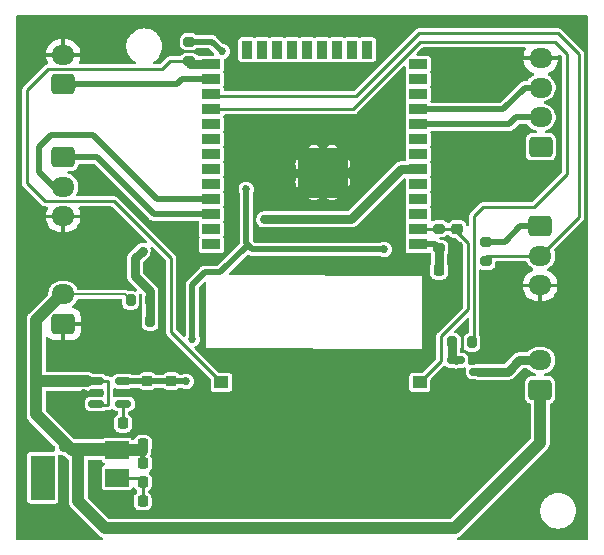
<source format=gbr>
%TF.GenerationSoftware,KiCad,Pcbnew,(7.0.0)*%
%TF.CreationDate,2023-12-20T20:41:28+01:00*%
%TF.ProjectId,board2,626f6172-6432-42e6-9b69-6361645f7063,rev?*%
%TF.SameCoordinates,Original*%
%TF.FileFunction,Copper,L1,Top*%
%TF.FilePolarity,Positive*%
%FSLAX46Y46*%
G04 Gerber Fmt 4.6, Leading zero omitted, Abs format (unit mm)*
G04 Created by KiCad (PCBNEW (7.0.0)) date 2023-12-20 20:41:28*
%MOMM*%
%LPD*%
G01*
G04 APERTURE LIST*
G04 Aperture macros list*
%AMRoundRect*
0 Rectangle with rounded corners*
0 $1 Rounding radius*
0 $2 $3 $4 $5 $6 $7 $8 $9 X,Y pos of 4 corners*
0 Add a 4 corners polygon primitive as box body*
4,1,4,$2,$3,$4,$5,$6,$7,$8,$9,$2,$3,0*
0 Add four circle primitives for the rounded corners*
1,1,$1+$1,$2,$3*
1,1,$1+$1,$4,$5*
1,1,$1+$1,$6,$7*
1,1,$1+$1,$8,$9*
0 Add four rect primitives between the rounded corners*
20,1,$1+$1,$2,$3,$4,$5,0*
20,1,$1+$1,$4,$5,$6,$7,0*
20,1,$1+$1,$6,$7,$8,$9,0*
20,1,$1+$1,$8,$9,$2,$3,0*%
G04 Aperture macros list end*
%TA.AperFunction,SMDPad,CuDef*%
%ADD10RoundRect,0.225000X0.250000X-0.225000X0.250000X0.225000X-0.250000X0.225000X-0.250000X-0.225000X0*%
%TD*%
%TA.AperFunction,SMDPad,CuDef*%
%ADD11R,1.200000X1.000000*%
%TD*%
%TA.AperFunction,SMDPad,CuDef*%
%ADD12RoundRect,0.200000X-0.200000X-0.275000X0.200000X-0.275000X0.200000X0.275000X-0.200000X0.275000X0*%
%TD*%
%TA.AperFunction,SMDPad,CuDef*%
%ADD13RoundRect,0.225000X0.225000X0.250000X-0.225000X0.250000X-0.225000X-0.250000X0.225000X-0.250000X0*%
%TD*%
%TA.AperFunction,ComponentPad*%
%ADD14RoundRect,0.250000X0.725000X-0.600000X0.725000X0.600000X-0.725000X0.600000X-0.725000X-0.600000X0*%
%TD*%
%TA.AperFunction,ComponentPad*%
%ADD15O,1.950000X1.700000*%
%TD*%
%TA.AperFunction,SMDPad,CuDef*%
%ADD16RoundRect,0.150000X-0.587500X-0.150000X0.587500X-0.150000X0.587500X0.150000X-0.587500X0.150000X0*%
%TD*%
%TA.AperFunction,SMDPad,CuDef*%
%ADD17RoundRect,0.200000X0.200000X0.275000X-0.200000X0.275000X-0.200000X-0.275000X0.200000X-0.275000X0*%
%TD*%
%TA.AperFunction,SMDPad,CuDef*%
%ADD18RoundRect,0.225000X-0.225000X-0.250000X0.225000X-0.250000X0.225000X0.250000X-0.225000X0.250000X0*%
%TD*%
%TA.AperFunction,SMDPad,CuDef*%
%ADD19R,1.500000X0.900000*%
%TD*%
%TA.AperFunction,SMDPad,CuDef*%
%ADD20R,0.900000X1.500000*%
%TD*%
%TA.AperFunction,SMDPad,CuDef*%
%ADD21R,1.050000X1.050000*%
%TD*%
%TA.AperFunction,HeatsinkPad*%
%ADD22C,0.600000*%
%TD*%
%TA.AperFunction,SMDPad,CuDef*%
%ADD23R,4.200000X4.200000*%
%TD*%
%TA.AperFunction,SMDPad,CuDef*%
%ADD24RoundRect,0.200000X0.275000X-0.200000X0.275000X0.200000X-0.275000X0.200000X-0.275000X-0.200000X0*%
%TD*%
%TA.AperFunction,ComponentPad*%
%ADD25RoundRect,0.250000X-0.725000X0.600000X-0.725000X-0.600000X0.725000X-0.600000X0.725000X0.600000X0*%
%TD*%
%TA.AperFunction,SMDPad,CuDef*%
%ADD26RoundRect,0.150000X-0.512500X-0.150000X0.512500X-0.150000X0.512500X0.150000X-0.512500X0.150000X0*%
%TD*%
%TA.AperFunction,SMDPad,CuDef*%
%ADD27RoundRect,0.200000X-0.275000X0.200000X-0.275000X-0.200000X0.275000X-0.200000X0.275000X0.200000X0*%
%TD*%
%TA.AperFunction,SMDPad,CuDef*%
%ADD28R,2.000000X1.500000*%
%TD*%
%TA.AperFunction,SMDPad,CuDef*%
%ADD29R,2.000000X3.800000*%
%TD*%
%TA.AperFunction,SMDPad,CuDef*%
%ADD30RoundRect,0.225000X-0.250000X0.225000X-0.250000X-0.225000X0.250000X-0.225000X0.250000X0.225000X0*%
%TD*%
%TA.AperFunction,ViaPad*%
%ADD31C,0.685800*%
%TD*%
%TA.AperFunction,Conductor*%
%ADD32C,0.254000*%
%TD*%
%TA.AperFunction,Conductor*%
%ADD33C,0.127000*%
%TD*%
%TA.AperFunction,Conductor*%
%ADD34C,0.762000*%
%TD*%
%TA.AperFunction,Conductor*%
%ADD35C,0.508000*%
%TD*%
%TA.AperFunction,Conductor*%
%ADD36C,0.500000*%
%TD*%
%TA.AperFunction,Conductor*%
%ADD37C,1.000000*%
%TD*%
%TA.AperFunction,Conductor*%
%ADD38C,0.200000*%
%TD*%
G04 APERTURE END LIST*
D10*
%TO.P,C6,1*%
%TO.N,GND*%
X176276000Y-126759000D03*
%TO.P,C6,2*%
%TO.N,/3.3v_esp*%
X176276000Y-125209000D03*
%TD*%
D11*
%TO.P,SW1,1,1*%
%TO.N,Net-(U19-EN)*%
X199363999Y-125307999D03*
%TO.P,SW1,2,2*%
%TO.N,GND*%
X191963999Y-125307999D03*
%TD*%
D12*
%TO.P,R39,1*%
%TO.N,GND*%
X174880000Y-120142000D03*
%TO.P,R39,2*%
%TO.N,/BVOL*%
X176530000Y-120142000D03*
%TD*%
D13*
%TO.P,C1,1*%
%TO.N,GND*%
X177457000Y-133735500D03*
%TO.P,C1,2*%
%TO.N,+5V*%
X175907000Y-133735500D03*
%TD*%
D14*
%TO.P,J2,1,Pin_1*%
%TO.N,/B+*%
X209550000Y-125944000D03*
D15*
%TO.P,J2,2,Pin_2*%
%TO.N,Net-(J2-Pin_2)*%
X209549999Y-123443999D03*
%TD*%
D16*
%TO.P,Q1,1,G*%
%TO.N,Net-(Q1-G)*%
X202438000Y-123444000D03*
%TO.P,Q1,2,S*%
%TO.N,GND*%
X202438000Y-125344000D03*
%TO.P,Q1,3,D*%
%TO.N,Net-(J2-Pin_2)*%
X204313000Y-124394000D03*
%TD*%
D10*
%TO.P,C8,1*%
%TO.N,GND*%
X178308000Y-126759000D03*
%TO.P,C8,2*%
%TO.N,/3.3v_esp*%
X178308000Y-125209000D03*
%TD*%
D17*
%TO.P,R38,1*%
%TO.N,/BVOL*%
X176530000Y-118364000D03*
%TO.P,R38,2*%
%TO.N,/B+*%
X174880000Y-118364000D03*
%TD*%
D18*
%TO.P,C53,1*%
%TO.N,/3.3v_esp*%
X200985000Y-115824000D03*
%TO.P,C53,2*%
%TO.N,GND*%
X202535000Y-115824000D03*
%TD*%
D19*
%TO.P,U19,1,GND*%
%TO.N,GND*%
X199219999Y-114893999D03*
%TO.P,U19,2,VDD*%
%TO.N,/3.3v_esp*%
X199219999Y-113623999D03*
%TO.P,U19,3,EN*%
%TO.N,Net-(U19-EN)*%
X199219999Y-112353999D03*
%TO.P,U19,4,SENSOR_VP*%
%TO.N,unconnected-(U19-SENSOR_VP-Pad4)*%
X199219999Y-111083999D03*
%TO.P,U19,5,SENSOR_VN*%
%TO.N,unconnected-(U19-SENSOR_VN-Pad5)*%
X199219999Y-109813999D03*
%TO.P,U19,6,IO34*%
%TO.N,unconnected-(U19-IO34-Pad6)*%
X199219999Y-108543999D03*
%TO.P,U19,7,IO35*%
%TO.N,/BVOL*%
X199219999Y-107273999D03*
%TO.P,U19,8,IO32*%
%TO.N,unconnected-(U19-IO32-Pad8)*%
X199219999Y-106003999D03*
%TO.P,U19,9,IO33*%
%TO.N,unconnected-(U19-IO33-Pad9)*%
X199219999Y-104733999D03*
%TO.P,U19,10,IO25*%
%TO.N,Net-(J1-Pin_2)*%
X199219999Y-103463999D03*
%TO.P,U19,11,IO26*%
%TO.N,Net-(J1-Pin_3)*%
X199219999Y-102193999D03*
%TO.P,U19,12,IO27*%
%TO.N,unconnected-(U19-IO27-Pad12)*%
X199219999Y-100923999D03*
%TO.P,U19,13,IO14*%
%TO.N,unconnected-(U19-IO14-Pad13)*%
X199219999Y-99653999D03*
%TO.P,U19,14,IO12*%
%TO.N,unconnected-(U19-IO12-Pad14)*%
X199219999Y-98383999D03*
D20*
%TO.P,U19,15,GND*%
%TO.N,GND*%
X196179999Y-97133999D03*
%TO.P,U19,16,IO13*%
%TO.N,unconnected-(U19-IO13-Pad16)*%
X194909999Y-97133999D03*
%TO.P,U19,17,SHD/SD2*%
%TO.N,unconnected-(U19-SHD{slash}SD2-Pad17)*%
X193639999Y-97133999D03*
%TO.P,U19,18,SWP/SD3*%
%TO.N,unconnected-(U19-SWP{slash}SD3-Pad18)*%
X192369999Y-97133999D03*
%TO.P,U19,19,SCS/CMD*%
%TO.N,unconnected-(U19-SCS{slash}CMD-Pad19)*%
X191099999Y-97133999D03*
%TO.P,U19,20,SCK/CLK*%
%TO.N,unconnected-(U19-SCK{slash}CLK-Pad20)*%
X189829999Y-97133999D03*
%TO.P,U19,21,SDO/SD0*%
%TO.N,unconnected-(U19-SDO{slash}SD0-Pad21)*%
X188559999Y-97133999D03*
%TO.P,U19,22,SDI/SD1*%
%TO.N,unconnected-(U19-SDI{slash}SD1-Pad22)*%
X187289999Y-97133999D03*
%TO.P,U19,23,IO15*%
%TO.N,unconnected-(U19-IO15-Pad23)*%
X186019999Y-97133999D03*
%TO.P,U19,24,IO2*%
%TO.N,unconnected-(U19-IO2-Pad24)*%
X184749999Y-97133999D03*
D19*
%TO.P,U19,25,IO0*%
%TO.N,Net-(U19-IO0)*%
X181719999Y-98383999D03*
%TO.P,U19,26,IO4*%
%TO.N,4*%
X181719999Y-99653999D03*
%TO.P,U19,27,IO16*%
%TO.N,Net-(J4-Pin_2)*%
X181719999Y-100923999D03*
%TO.P,U19,28,IO17*%
%TO.N,Net-(U19-IO17)*%
X181719999Y-102193999D03*
%TO.P,U19,29,IO5*%
%TO.N,unconnected-(U19-IO5-Pad29)*%
X181719999Y-103463999D03*
%TO.P,U19,30,IO18*%
%TO.N,unconnected-(U19-IO18-Pad30)*%
X181719999Y-104733999D03*
%TO.P,U19,31,IO19*%
%TO.N,unconnected-(U19-IO19-Pad31)*%
X181719999Y-106003999D03*
%TO.P,U19,32,NC*%
%TO.N,unconnected-(U19-NC-Pad32)*%
X181719999Y-107273999D03*
%TO.P,U19,33,IO21*%
%TO.N,unconnected-(U19-IO21-Pad33)*%
X181719999Y-108543999D03*
%TO.P,U19,34,RXD0/IO3*%
%TO.N,/RXD0*%
X181719999Y-109813999D03*
%TO.P,U19,35,TXD0/IO1*%
%TO.N,/TXD0*%
X181719999Y-111083999D03*
%TO.P,U19,36,IO22*%
%TO.N,unconnected-(U19-IO22-Pad36)*%
X181719999Y-112353999D03*
%TO.P,U19,37,IO23*%
%TO.N,unconnected-(U19-IO23-Pad37)*%
X181719999Y-113623999D03*
%TO.P,U19,38,GND*%
%TO.N,GND*%
X181719999Y-114893999D03*
D21*
%TO.P,U19,39,GND*%
X192674999Y-109078999D03*
D22*
X192675000Y-108316500D03*
D21*
X192674999Y-107553999D03*
D22*
X192675000Y-106791500D03*
D21*
X192674999Y-106028999D03*
D22*
X191912500Y-109079000D03*
X191912500Y-107554000D03*
X191912500Y-106029000D03*
D21*
X191149999Y-109078999D03*
D22*
X191150000Y-108316500D03*
D21*
X191149999Y-107553999D03*
D23*
X191149999Y-107553999D03*
D22*
X191150000Y-106791500D03*
D21*
X191149999Y-106028999D03*
D22*
X190387500Y-109079000D03*
X190387500Y-107554000D03*
X190387500Y-106029000D03*
D21*
X189624999Y-109078999D03*
D22*
X189625000Y-108316500D03*
D21*
X189624999Y-107553999D03*
D22*
X189625000Y-106791500D03*
D21*
X189624999Y-106028999D03*
%TD*%
D11*
%TO.P,SW3,1,1*%
%TO.N,Net-(U19-IO0)*%
X182565999Y-125307999D03*
%TO.P,SW3,2,2*%
%TO.N,GND*%
X189965999Y-125307999D03*
%TD*%
D13*
%TO.P,C7,1*%
%TO.N,GND*%
X177444000Y-135361100D03*
%TO.P,C7,2*%
%TO.N,+5V*%
X175894000Y-135361100D03*
%TD*%
D24*
%TO.P,R86,1*%
%TO.N,/3.3v_esp*%
X200998000Y-113941000D03*
%TO.P,R86,2*%
%TO.N,Net-(U19-EN)*%
X200998000Y-112291000D03*
%TD*%
D25*
%TO.P,J4,1,Pin_1*%
%TO.N,/3.3v_esp*%
X209550000Y-112094000D03*
D15*
%TO.P,J4,2,Pin_2*%
%TO.N,Net-(J4-Pin_2)*%
X209549999Y-114593999D03*
%TO.P,J4,3,Pin_3*%
%TO.N,GND*%
X209549999Y-117093999D03*
%TD*%
D13*
%TO.P,C4,1*%
%TO.N,GND*%
X177470000Y-132160700D03*
%TO.P,C4,2*%
%TO.N,/B+*%
X175920000Y-132160700D03*
%TD*%
%TO.P,C51,1*%
%TO.N,GND*%
X175781000Y-128778000D03*
%TO.P,C51,2*%
%TO.N,Net-(U20-BP)*%
X174231000Y-128778000D03*
%TD*%
D14*
%TO.P,J3,1,Pin_1*%
%TO.N,GND*%
X169164000Y-120356000D03*
D15*
%TO.P,J3,2,Pin_2*%
%TO.N,/B+*%
X169163999Y-117855999D03*
%TD*%
D25*
%TO.P,J7,1,Pin_1*%
%TO.N,/TXD0*%
X169164000Y-106252000D03*
D15*
%TO.P,J7,2,Pin_2*%
%TO.N,/RXD0*%
X169163999Y-108751999D03*
%TO.P,J7,3,Pin_3*%
%TO.N,GND*%
X169163999Y-111251999D03*
%TD*%
D10*
%TO.P,C3,1*%
%TO.N,GND*%
X168656000Y-126759000D03*
%TO.P,C3,2*%
%TO.N,/B+*%
X168656000Y-125209000D03*
%TD*%
D26*
%TO.P,U20,1,IN*%
%TO.N,/B+*%
X171969000Y-125222000D03*
%TO.P,U20,2,GND*%
%TO.N,GND*%
X171969000Y-126172000D03*
%TO.P,U20,3,EN*%
%TO.N,/B+*%
X171969000Y-127122000D03*
%TO.P,U20,4,BP*%
%TO.N,Net-(U20-BP)*%
X174244000Y-127122000D03*
%TO.P,U20,5,OUT*%
%TO.N,/3.3v_esp*%
X174244000Y-125222000D03*
%TD*%
D13*
%TO.P,C2,1*%
%TO.N,GND*%
X177457000Y-130535100D03*
%TO.P,C2,2*%
%TO.N,/B+*%
X175907000Y-130535100D03*
%TD*%
D27*
%TO.P,R87,1*%
%TO.N,/3.3v_esp*%
X179832000Y-96457000D03*
%TO.P,R87,2*%
%TO.N,Net-(U19-IO0)*%
X179832000Y-98107000D03*
%TD*%
D28*
%TO.P,U1,1,GND*%
%TO.N,GND*%
X173735999Y-135663999D03*
%TO.P,U1,2,VO*%
%TO.N,+5V*%
X173735999Y-133363999D03*
D29*
X167435999Y-133363999D03*
D28*
%TO.P,U1,3,VI*%
%TO.N,/B+*%
X173735999Y-131063999D03*
%TD*%
D10*
%TO.P,C5,1*%
%TO.N,GND*%
X170180000Y-126759000D03*
%TO.P,C5,2*%
%TO.N,/B+*%
X170180000Y-125209000D03*
%TD*%
D14*
%TO.P,J5,1,Pin_1*%
%TO.N,4*%
X169164000Y-100076000D03*
D15*
%TO.P,J5,2,Pin_2*%
%TO.N,GND*%
X169163999Y-97575999D03*
%TD*%
D17*
%TO.P,R1,1*%
%TO.N,Net-(U19-IO17)*%
X203771000Y-121920000D03*
%TO.P,R1,2*%
%TO.N,Net-(Q1-G)*%
X202121000Y-121920000D03*
%TD*%
D27*
%TO.P,R2,1*%
%TO.N,/3.3v_esp*%
X204978000Y-113412000D03*
%TO.P,R2,2*%
%TO.N,Net-(J4-Pin_2)*%
X204978000Y-115062000D03*
%TD*%
D30*
%TO.P,C52,1*%
%TO.N,Net-(U19-EN)*%
X202522000Y-112328000D03*
%TO.P,C52,2*%
%TO.N,GND*%
X202522000Y-113878000D03*
%TD*%
D14*
%TO.P,J1,1,Pin_1*%
%TO.N,+5V*%
X209600800Y-105359200D03*
D15*
%TO.P,J1,2,Pin_2*%
%TO.N,Net-(J1-Pin_2)*%
X209600799Y-102859199D03*
%TO.P,J1,3,Pin_3*%
%TO.N,Net-(J1-Pin_3)*%
X209600799Y-100359199D03*
%TO.P,J1,4,Pin_4*%
%TO.N,GND*%
X209600799Y-97859199D03*
%TD*%
D31*
%TO.N,GND*%
X202522000Y-114808000D03*
X177444000Y-134620000D03*
X169418000Y-127254000D03*
X202438000Y-125984000D03*
X180086000Y-114554000D03*
X177292000Y-129032000D03*
X197104000Y-96774000D03*
X177444000Y-131318000D03*
X197890900Y-114808000D03*
X173736000Y-135664000D03*
X177444000Y-132842000D03*
X191008000Y-125308000D03*
X170942000Y-126238000D03*
X176784000Y-126759000D03*
%TO.N,+5V*%
X173736000Y-133364000D03*
X167894000Y-133350000D03*
%TO.N,/3.3v_esp*%
X180086000Y-121666000D03*
X196342000Y-114046000D03*
X182626000Y-97282000D03*
X179578000Y-125222000D03*
X199220000Y-113624000D03*
X204978000Y-113412000D03*
X184658000Y-108966000D03*
%TO.N,/BVOL*%
X175895000Y-114173000D03*
X175260000Y-115570000D03*
X186182000Y-111506000D03*
X187706000Y-111506000D03*
%TD*%
D32*
%TO.N,GND*%
X180426000Y-114894000D02*
X180086000Y-114554000D01*
X177457000Y-130535100D02*
X177457000Y-129197000D01*
X196180000Y-97134000D02*
X196744000Y-97134000D01*
X189966000Y-125308000D02*
X191964000Y-125308000D01*
D33*
X202522000Y-114808000D02*
X202535000Y-114821000D01*
D32*
X169418000Y-126759000D02*
X169418000Y-127254000D01*
X176022000Y-126759000D02*
X178308000Y-126759000D01*
X175781000Y-128778000D02*
X177038000Y-128778000D01*
X202438000Y-125344000D02*
X202438000Y-125984000D01*
X177038000Y-128778000D02*
X177292000Y-129032000D01*
X169418000Y-126759000D02*
X170180000Y-126759000D01*
X176022000Y-128537000D02*
X176022000Y-126759000D01*
D33*
X169164000Y-120356000D02*
X174666000Y-120356000D01*
D32*
X170942000Y-126172000D02*
X170767000Y-126172000D01*
X171969000Y-126172000D02*
X170942000Y-126172000D01*
D33*
X202522000Y-115389000D02*
X202522000Y-113878000D01*
D32*
X199220000Y-114894000D02*
X197952000Y-114894000D01*
X168656000Y-126759000D02*
X169418000Y-126759000D01*
X170942000Y-126172000D02*
X170942000Y-126238000D01*
X197952000Y-114894000D02*
X197890900Y-114832900D01*
X181720000Y-114894000D02*
X180426000Y-114894000D01*
X196744000Y-97134000D02*
X197104000Y-96774000D01*
X170767000Y-126172000D02*
X170180000Y-126759000D01*
X177457000Y-129197000D02*
X177292000Y-129032000D01*
X177444000Y-135361100D02*
X177444000Y-130548100D01*
D33*
X202535000Y-114821000D02*
X202535000Y-115402000D01*
X202535000Y-115402000D02*
X202522000Y-115389000D01*
D32*
X197890900Y-114832900D02*
X197890900Y-114808000D01*
%TO.N,Net-(J4-Pin_2)*%
X211074000Y-95758000D02*
X199264000Y-95758000D01*
X212852000Y-97536000D02*
X211074000Y-95758000D01*
X209550000Y-114594000D02*
X212852000Y-111292000D01*
X209550000Y-114594000D02*
X204978000Y-114594000D01*
X212852000Y-111292000D02*
X212852000Y-97536000D01*
X199264000Y-95758000D02*
X193930000Y-101092000D01*
X193930000Y-101092000D02*
X181888000Y-101092000D01*
D34*
%TO.N,Net-(Q1-G)*%
X202121000Y-121920000D02*
X202121000Y-123127000D01*
X202121000Y-123127000D02*
X202438000Y-123444000D01*
%TO.N,Net-(J2-Pin_2)*%
X204313000Y-124394000D02*
X206822000Y-124394000D01*
X206822000Y-124394000D02*
X207772000Y-123444000D01*
X207772000Y-123444000D02*
X209550000Y-123444000D01*
D32*
%TO.N,Net-(U19-IO17)*%
X209042000Y-110490000D02*
X211836000Y-107696000D01*
X199390000Y-96520000D02*
X193716000Y-102194000D01*
X210820000Y-96520000D02*
X199390000Y-96520000D01*
X203962000Y-111252000D02*
X204724000Y-110490000D01*
X193716000Y-102194000D02*
X181720000Y-102194000D01*
X203708000Y-121857000D02*
X203962000Y-121603000D01*
X203962000Y-121603000D02*
X203962000Y-111252000D01*
X211836000Y-107696000D02*
X211836000Y-97536000D01*
X211836000Y-97536000D02*
X210820000Y-96520000D01*
X204724000Y-110490000D02*
X209042000Y-110490000D01*
D35*
%TO.N,Net-(J1-Pin_2)*%
X207528800Y-102859200D02*
X209600800Y-102859200D01*
X206924000Y-103464000D02*
X207528800Y-102859200D01*
X199220000Y-103464000D02*
X206924000Y-103464000D01*
%TO.N,Net-(J1-Pin_3)*%
X199220000Y-102194000D02*
X206416000Y-102194000D01*
X208250800Y-100359200D02*
X209600800Y-100359200D01*
X206416000Y-102194000D02*
X208250800Y-100359200D01*
%TO.N,4*%
X169672000Y-100584000D02*
X170180000Y-100076000D01*
X179238000Y-99654000D02*
X181720000Y-99654000D01*
X178816000Y-100076000D02*
X179238000Y-99654000D01*
X170180000Y-100076000D02*
X178816000Y-100076000D01*
D32*
%TO.N,+5V*%
X175894000Y-135361100D02*
X175894000Y-133748500D01*
X175907000Y-133386400D02*
X174040400Y-133386400D01*
%TO.N,Net-(U20-BP)*%
X174257000Y-128778000D02*
X174257000Y-127135000D01*
D33*
%TO.N,Net-(U19-EN)*%
X202522000Y-112328000D02*
X201035000Y-112328000D01*
D32*
X203454000Y-119126000D02*
X203454000Y-113538000D01*
X201168000Y-123504000D02*
X201168000Y-121412000D01*
D33*
X200935000Y-112354000D02*
X199220000Y-112354000D01*
D32*
X201168000Y-121412000D02*
X203454000Y-119126000D01*
X199364000Y-125308000D02*
X201168000Y-123504000D01*
X203454000Y-113538000D02*
X202270000Y-112354000D01*
X202270000Y-112354000D02*
X199220000Y-112354000D01*
%TO.N,/3.3v_esp*%
X176784000Y-125222000D02*
X177292000Y-125222000D01*
D34*
X200985000Y-115824000D02*
X200985000Y-113954000D01*
D36*
X199220000Y-113624000D02*
X200681000Y-113624000D01*
X200681000Y-113624000D02*
X200998000Y-113941000D01*
X182572000Y-97282000D02*
X182626000Y-97282000D01*
X185166000Y-114046000D02*
X196342000Y-114046000D01*
X179578000Y-125222000D02*
X174244000Y-125222000D01*
D33*
X200998000Y-113941000D02*
X200998000Y-114638000D01*
X200998000Y-113941000D02*
X200998000Y-114808000D01*
D32*
X176784000Y-125222000D02*
X178295000Y-125222000D01*
D33*
X200998000Y-114638000D02*
X201168000Y-114808000D01*
D32*
X174244000Y-125222000D02*
X176784000Y-125222000D01*
D36*
X207852000Y-112094000D02*
X209550000Y-112094000D01*
X184785000Y-113665000D02*
X182484600Y-115965400D01*
X179578000Y-125222000D02*
X177292000Y-125222000D01*
X181174646Y-115965400D02*
X180086000Y-117054046D01*
X179832000Y-96457000D02*
X181747000Y-96457000D01*
X182484600Y-115965400D02*
X181174646Y-115965400D01*
X206534000Y-113412000D02*
X207852000Y-112094000D01*
X184785000Y-113665000D02*
X185166000Y-114046000D01*
X181747000Y-96457000D02*
X182572000Y-97282000D01*
D33*
X200998000Y-114978000D02*
X201168000Y-114808000D01*
D36*
X180086000Y-117054046D02*
X180086000Y-121666000D01*
X184658000Y-113538000D02*
X184785000Y-113665000D01*
D33*
X200998000Y-114808000D02*
X201168000Y-114808000D01*
D36*
X184658000Y-108966000D02*
X184658000Y-113538000D01*
X204978000Y-113412000D02*
X206534000Y-113412000D01*
D35*
%TO.N,/TXD0*%
X181720000Y-111084000D02*
X176870000Y-111084000D01*
X176870000Y-111084000D02*
X172038000Y-106252000D01*
X172038000Y-106252000D02*
X169164000Y-106252000D01*
%TO.N,/RXD0*%
X171704000Y-104394000D02*
X168148000Y-104394000D01*
X168422000Y-108752000D02*
X169164000Y-108752000D01*
X177124000Y-109814000D02*
X171704000Y-104394000D01*
X167132000Y-107462000D02*
X168422000Y-108752000D01*
X168148000Y-104394000D02*
X167132000Y-105410000D01*
X167132000Y-105410000D02*
X167132000Y-107462000D01*
X181720000Y-109814000D02*
X177124000Y-109814000D01*
D34*
%TO.N,/BVOL*%
X175260000Y-114808000D02*
X175260000Y-115570000D01*
X193548000Y-111506000D02*
X197780000Y-107274000D01*
X186182000Y-111506000D02*
X193548000Y-111506000D01*
X197780000Y-107274000D02*
X199220000Y-107274000D01*
X175895000Y-114173000D02*
X175260000Y-114808000D01*
X176530000Y-117602000D02*
X176530000Y-120142000D01*
X175260000Y-114808000D02*
X175260000Y-116332000D01*
X175260000Y-116332000D02*
X176530000Y-117602000D01*
D32*
%TO.N,Net-(U19-IO0)*%
X178245000Y-98107000D02*
X177546000Y-98806000D01*
X166116000Y-108458000D02*
X167640000Y-109982000D01*
X178308000Y-114808000D02*
X178308000Y-121050000D01*
X167640000Y-109982000D02*
X173482000Y-109982000D01*
D34*
X179916000Y-98321000D02*
X181657000Y-98321000D01*
D32*
X179832000Y-98107000D02*
X178245000Y-98107000D01*
X166116000Y-100581118D02*
X166116000Y-108458000D01*
X178308000Y-121050000D02*
X182566000Y-125308000D01*
X167891118Y-98806000D02*
X166116000Y-100581118D01*
X177546000Y-98806000D02*
X167891118Y-98806000D01*
X173482000Y-109982000D02*
X178308000Y-114808000D01*
D37*
%TO.N,/B+*%
X168643000Y-125222000D02*
X168656000Y-125209000D01*
X166878000Y-125222000D02*
X167640000Y-125222000D01*
D32*
X175920000Y-131246300D02*
X175804800Y-131131100D01*
D34*
X169136000Y-130782000D02*
X173736000Y-130782000D01*
D37*
X169039000Y-117856000D02*
X166878000Y-120017000D01*
X202311000Y-137668000D02*
X172736000Y-137668000D01*
D32*
X175920000Y-131246300D02*
X175920000Y-130548100D01*
D37*
X169926000Y-131064000D02*
X170434000Y-131064000D01*
D32*
X171969000Y-125222000D02*
X172974000Y-125222000D01*
D37*
X166878000Y-120017000D02*
X166878000Y-125222000D01*
X170434000Y-135366000D02*
X170434000Y-131064000D01*
X167640000Y-125222000D02*
X171196000Y-125222000D01*
X166878000Y-128016000D02*
X169926000Y-131064000D01*
D32*
X175804800Y-130782000D02*
X173736000Y-130782000D01*
X172974000Y-127254000D02*
X172101000Y-127254000D01*
D37*
X167640000Y-125222000D02*
X168643000Y-125222000D01*
D38*
X174372000Y-117856000D02*
X174880000Y-118364000D01*
D37*
X209550000Y-125944000D02*
X209550000Y-130429000D01*
X172736000Y-137668000D02*
X170434000Y-135366000D01*
X166878000Y-125222000D02*
X166878000Y-128016000D01*
X175737700Y-131064000D02*
X175804800Y-131131100D01*
D38*
X169164000Y-117856000D02*
X174372000Y-117856000D01*
D32*
X172974000Y-125222000D02*
X172974000Y-127254000D01*
D37*
X209550000Y-130429000D02*
X202311000Y-137668000D01*
X170434000Y-131064000D02*
X175737700Y-131064000D01*
D32*
X175920000Y-132160700D02*
X175920000Y-131246300D01*
%TD*%
%TA.AperFunction,Conductor*%
%TO.N,GND*%
G36*
X213541500Y-94210313D02*
G01*
X213586887Y-94255700D01*
X213603500Y-94317700D01*
X213603500Y-138549500D01*
X213586887Y-138611500D01*
X213541500Y-138656887D01*
X213479500Y-138673500D01*
X202603562Y-138673500D01*
X202545620Y-138659130D01*
X202501108Y-138619351D01*
X202480342Y-138563383D01*
X202488134Y-138504197D01*
X202522679Y-138455511D01*
X202564472Y-138434413D01*
X202563701Y-138432209D01*
X202570271Y-138429909D01*
X202577061Y-138428360D01*
X202611546Y-138411752D01*
X202624398Y-138406429D01*
X202624407Y-138406426D01*
X202660522Y-138393789D01*
X202692939Y-138373418D01*
X202705086Y-138366705D01*
X202739587Y-138350091D01*
X202769519Y-138326220D01*
X202780853Y-138318179D01*
X202813262Y-138297816D01*
X202940816Y-138170262D01*
X204943078Y-136168000D01*
X209558829Y-136168000D01*
X209577483Y-136405025D01*
X209578618Y-136409754D01*
X209578619Y-136409758D01*
X209631849Y-136631477D01*
X209631851Y-136631485D01*
X209632987Y-136636214D01*
X209723973Y-136855873D01*
X209726520Y-136860030D01*
X209726521Y-136860031D01*
X209845653Y-137054438D01*
X209845656Y-137054443D01*
X209848201Y-137058595D01*
X209851362Y-137062297D01*
X209851365Y-137062300D01*
X209999451Y-137235687D01*
X210002612Y-137239388D01*
X210183405Y-137393799D01*
X210386127Y-137518027D01*
X210605786Y-137609013D01*
X210836975Y-137664517D01*
X211074000Y-137683171D01*
X211311025Y-137664517D01*
X211542214Y-137609013D01*
X211761873Y-137518027D01*
X211964595Y-137393799D01*
X212145388Y-137239388D01*
X212299799Y-137058595D01*
X212424027Y-136855873D01*
X212515013Y-136636214D01*
X212570517Y-136405025D01*
X212589171Y-136168000D01*
X212570517Y-135930975D01*
X212515013Y-135699786D01*
X212424027Y-135480127D01*
X212328795Y-135324722D01*
X212302346Y-135281561D01*
X212302344Y-135281559D01*
X212299799Y-135277405D01*
X212145388Y-135096612D01*
X212109871Y-135066278D01*
X211968300Y-134945365D01*
X211968297Y-134945362D01*
X211964595Y-134942201D01*
X211960443Y-134939656D01*
X211960438Y-134939653D01*
X211766031Y-134820521D01*
X211766030Y-134820520D01*
X211761873Y-134817973D01*
X211542214Y-134726987D01*
X211537485Y-134725851D01*
X211537477Y-134725849D01*
X211315758Y-134672619D01*
X211315754Y-134672618D01*
X211311025Y-134671483D01*
X211306174Y-134671101D01*
X211306173Y-134671101D01*
X211078854Y-134653211D01*
X211074000Y-134652829D01*
X211069146Y-134653211D01*
X210841826Y-134671101D01*
X210841823Y-134671101D01*
X210836975Y-134671483D01*
X210832247Y-134672617D01*
X210832241Y-134672619D01*
X210610522Y-134725849D01*
X210610510Y-134725852D01*
X210605786Y-134726987D01*
X210601289Y-134728849D01*
X210601285Y-134728851D01*
X210390631Y-134816107D01*
X210390627Y-134816109D01*
X210386127Y-134817973D01*
X210381974Y-134820517D01*
X210381968Y-134820521D01*
X210187561Y-134939653D01*
X210187550Y-134939660D01*
X210183405Y-134942201D01*
X210179708Y-134945358D01*
X210179699Y-134945365D01*
X210006312Y-135093451D01*
X210006305Y-135093457D01*
X210002612Y-135096612D01*
X209999457Y-135100305D01*
X209999451Y-135100312D01*
X209851365Y-135273699D01*
X209851358Y-135273708D01*
X209848201Y-135277405D01*
X209845660Y-135281550D01*
X209845653Y-135281561D01*
X209726521Y-135475968D01*
X209726517Y-135475974D01*
X209723973Y-135480127D01*
X209722109Y-135484627D01*
X209722107Y-135484631D01*
X209639377Y-135684360D01*
X209632987Y-135699786D01*
X209631852Y-135704510D01*
X209631849Y-135704522D01*
X209578619Y-135926241D01*
X209578617Y-135926247D01*
X209577483Y-135930975D01*
X209577101Y-135935823D01*
X209577101Y-135935826D01*
X209566269Y-136073464D01*
X209558829Y-136168000D01*
X204943078Y-136168000D01*
X210147826Y-130963252D01*
X210147826Y-130963251D01*
X210179816Y-130931262D01*
X210200180Y-130898850D01*
X210208220Y-130887519D01*
X210232091Y-130857587D01*
X210248705Y-130823086D01*
X210255418Y-130810939D01*
X210275789Y-130778522D01*
X210288429Y-130742397D01*
X210293752Y-130729547D01*
X210296145Y-130724578D01*
X210310360Y-130695061D01*
X210318881Y-130657726D01*
X210322718Y-130644403D01*
X210335368Y-130608255D01*
X210339655Y-130570197D01*
X210341979Y-130556523D01*
X210350500Y-130519194D01*
X210350500Y-130338806D01*
X210350500Y-127190379D01*
X210360211Y-127142275D01*
X210387822Y-127101705D01*
X210429004Y-127075027D01*
X210547342Y-127028361D01*
X210667922Y-126936922D01*
X210759361Y-126816342D01*
X210814877Y-126675564D01*
X210825500Y-126587102D01*
X210825500Y-125300898D01*
X210814877Y-125212436D01*
X210759361Y-125071658D01*
X210667922Y-124951078D01*
X210657202Y-124942949D01*
X210579456Y-124883992D01*
X210547342Y-124859639D01*
X210406564Y-124804123D01*
X210398674Y-124803175D01*
X210398668Y-124803174D01*
X210321781Y-124793941D01*
X210321767Y-124793940D01*
X210318102Y-124793500D01*
X210025002Y-124793500D01*
X209968028Y-124779636D01*
X209923794Y-124741144D01*
X209902191Y-124686632D01*
X209908051Y-124628288D01*
X209940062Y-124579160D01*
X209991067Y-124550234D01*
X210092389Y-124521405D01*
X210283255Y-124426366D01*
X210453407Y-124297872D01*
X210597052Y-124140302D01*
X210709298Y-123959019D01*
X210786321Y-123760198D01*
X210825500Y-123550610D01*
X210825500Y-123337390D01*
X210786321Y-123127802D01*
X210709298Y-122928981D01*
X210597052Y-122747698D01*
X210453407Y-122590128D01*
X210283255Y-122461634D01*
X210234447Y-122437331D01*
X210097526Y-122369153D01*
X210092389Y-122366595D01*
X210086876Y-122365026D01*
X210086870Y-122365024D01*
X209892831Y-122309814D01*
X209892821Y-122309812D01*
X209887310Y-122308244D01*
X209881597Y-122307714D01*
X209881594Y-122307714D01*
X209731054Y-122293765D01*
X209731053Y-122293764D01*
X209728194Y-122293500D01*
X209371806Y-122293500D01*
X209368947Y-122293764D01*
X209368945Y-122293765D01*
X209218405Y-122307714D01*
X209218400Y-122307714D01*
X209212690Y-122308244D01*
X209207179Y-122309811D01*
X209207168Y-122309814D01*
X209013129Y-122365024D01*
X209013119Y-122365027D01*
X209007611Y-122366595D01*
X209002476Y-122369151D01*
X209002473Y-122369153D01*
X208821875Y-122459079D01*
X208821870Y-122459082D01*
X208816745Y-122461634D01*
X208812177Y-122465083D01*
X208812173Y-122465086D01*
X208651164Y-122586675D01*
X208651156Y-122586681D01*
X208646593Y-122590128D01*
X208642739Y-122594354D01*
X208642734Y-122594360D01*
X208526339Y-122722039D01*
X208484788Y-122751935D01*
X208434702Y-122762500D01*
X207796332Y-122762500D01*
X207788846Y-122762274D01*
X207738037Y-122759200D01*
X207738029Y-122759200D01*
X207730550Y-122758748D01*
X207710074Y-122762500D01*
X207673103Y-122769274D01*
X207665707Y-122770399D01*
X207615158Y-122776538D01*
X207615146Y-122776540D01*
X207607709Y-122777444D01*
X207600702Y-122780100D01*
X207600698Y-122780102D01*
X207599244Y-122780653D01*
X207598767Y-122780834D01*
X207577173Y-122786854D01*
X207575145Y-122787225D01*
X207575137Y-122787227D01*
X207567763Y-122788579D01*
X207560923Y-122791657D01*
X207560921Y-122791658D01*
X207514488Y-122812555D01*
X207507572Y-122815419D01*
X207459978Y-122833469D01*
X207459969Y-122833473D01*
X207452965Y-122836130D01*
X207446799Y-122840385D01*
X207446791Y-122840390D01*
X207445093Y-122841563D01*
X207425565Y-122852576D01*
X207423695Y-122853417D01*
X207423682Y-122853424D01*
X207416845Y-122856502D01*
X207410944Y-122861124D01*
X207410934Y-122861131D01*
X207370853Y-122892532D01*
X207364824Y-122896968D01*
X207322936Y-122925882D01*
X207322930Y-122925886D01*
X207316763Y-122930144D01*
X207311794Y-122935751D01*
X207311790Y-122935756D01*
X207278030Y-122973862D01*
X207272898Y-122979313D01*
X206576032Y-123676181D01*
X206535804Y-123703061D01*
X206488351Y-123712500D01*
X204271781Y-123712500D01*
X204268073Y-123712950D01*
X204268060Y-123712951D01*
X204156157Y-123726539D01*
X204156151Y-123726540D01*
X204148709Y-123727444D01*
X204141700Y-123730101D01*
X204141692Y-123730104D01*
X203995779Y-123785442D01*
X203951808Y-123793500D01*
X203671234Y-123793500D01*
X203668359Y-123793769D01*
X203668350Y-123793770D01*
X203648312Y-123795649D01*
X203648307Y-123795650D01*
X203640801Y-123796354D01*
X203633683Y-123798844D01*
X203626306Y-123800456D01*
X203625825Y-123798256D01*
X203577347Y-123802455D01*
X203521148Y-123777774D01*
X203483671Y-123729163D01*
X203474099Y-123668534D01*
X203476000Y-123648266D01*
X203476000Y-123239734D01*
X203473146Y-123209301D01*
X203428293Y-123081118D01*
X203347650Y-122971850D01*
X203291140Y-122930144D01*
X203245858Y-122896724D01*
X203245855Y-122896722D01*
X203238382Y-122891207D01*
X203229616Y-122888139D01*
X203229613Y-122888138D01*
X203117317Y-122848844D01*
X203117311Y-122848842D01*
X203110199Y-122846354D01*
X203102691Y-122845649D01*
X203102687Y-122845649D01*
X203082649Y-122843770D01*
X203082641Y-122843769D01*
X203079766Y-122843500D01*
X203076873Y-122843500D01*
X202926500Y-122843500D01*
X202864500Y-122826887D01*
X202819113Y-122781500D01*
X202802500Y-122719500D01*
X202802500Y-122358613D01*
X202810318Y-122315280D01*
X202810324Y-122315261D01*
X202815091Y-122302483D01*
X202821500Y-122242873D01*
X202821499Y-121597128D01*
X202815091Y-121537517D01*
X202764796Y-121402669D01*
X202678546Y-121287454D01*
X202669323Y-121280550D01*
X202570431Y-121206519D01*
X202570430Y-121206518D01*
X202563331Y-121201204D01*
X202460013Y-121162669D01*
X202435752Y-121153620D01*
X202435750Y-121153619D01*
X202428483Y-121150909D01*
X202420770Y-121150079D01*
X202420767Y-121150079D01*
X202372180Y-121144855D01*
X202372169Y-121144854D01*
X202368873Y-121144500D01*
X202365551Y-121144500D01*
X202339438Y-121144500D01*
X202283143Y-121130985D01*
X202239120Y-121093385D01*
X202216965Y-121039898D01*
X202221507Y-120982182D01*
X202251757Y-120932819D01*
X203322819Y-119861757D01*
X203372182Y-119831507D01*
X203429898Y-119826965D01*
X203483385Y-119849120D01*
X203520985Y-119893143D01*
X203534500Y-119949438D01*
X203534500Y-121038339D01*
X203524488Y-121087152D01*
X203496069Y-121128082D01*
X203453833Y-121154521D01*
X203336980Y-121198104D01*
X203336978Y-121198104D01*
X203328669Y-121201204D01*
X203321572Y-121206516D01*
X203321568Y-121206519D01*
X203220550Y-121282141D01*
X203220546Y-121282144D01*
X203213454Y-121287454D01*
X203208144Y-121294546D01*
X203208141Y-121294550D01*
X203132519Y-121395568D01*
X203132516Y-121395572D01*
X203127204Y-121402669D01*
X203124104Y-121410978D01*
X203124104Y-121410980D01*
X203079620Y-121530247D01*
X203079619Y-121530250D01*
X203076909Y-121537517D01*
X203076079Y-121545227D01*
X203076079Y-121545232D01*
X203070855Y-121593819D01*
X203070854Y-121593831D01*
X203070500Y-121597127D01*
X203070500Y-121600448D01*
X203070500Y-121600449D01*
X203070500Y-122239560D01*
X203070500Y-122239578D01*
X203070501Y-122242872D01*
X203070853Y-122246150D01*
X203070854Y-122246161D01*
X203076079Y-122294768D01*
X203076080Y-122294773D01*
X203076909Y-122302483D01*
X203079619Y-122309749D01*
X203079620Y-122309753D01*
X203103061Y-122372600D01*
X203127204Y-122437331D01*
X203132518Y-122444430D01*
X203132519Y-122444431D01*
X203143484Y-122459079D01*
X203213454Y-122552546D01*
X203328669Y-122638796D01*
X203463517Y-122689091D01*
X203523127Y-122695500D01*
X204018872Y-122695499D01*
X204078483Y-122689091D01*
X204213331Y-122638796D01*
X204328546Y-122552546D01*
X204414796Y-122437331D01*
X204465091Y-122302483D01*
X204471500Y-122242873D01*
X204471499Y-121597128D01*
X204465091Y-121537517D01*
X204414796Y-121402669D01*
X204409479Y-121395567D01*
X204405230Y-121387784D01*
X204406483Y-121387099D01*
X204395847Y-121366768D01*
X204389500Y-121327606D01*
X204389500Y-117261176D01*
X208084468Y-117261176D01*
X208089959Y-117323932D01*
X208091830Y-117334543D01*
X208150168Y-117552263D01*
X208153856Y-117562397D01*
X208249110Y-117766667D01*
X208254508Y-117776017D01*
X208383784Y-117960642D01*
X208390719Y-117968907D01*
X208550092Y-118128280D01*
X208558357Y-118135215D01*
X208742982Y-118264491D01*
X208752332Y-118269889D01*
X208956602Y-118365143D01*
X208966736Y-118368831D01*
X209184446Y-118427166D01*
X209195078Y-118429041D01*
X209363354Y-118443763D01*
X209368764Y-118444000D01*
X209383674Y-118444000D01*
X209396549Y-118440549D01*
X209400000Y-118427674D01*
X209700000Y-118427674D01*
X209703450Y-118440549D01*
X209716326Y-118444000D01*
X209731236Y-118444000D01*
X209736645Y-118443763D01*
X209904921Y-118429041D01*
X209915553Y-118427166D01*
X210133263Y-118368831D01*
X210143397Y-118365143D01*
X210347667Y-118269889D01*
X210357017Y-118264491D01*
X210541642Y-118135215D01*
X210549907Y-118128280D01*
X210709278Y-117968909D01*
X210716215Y-117960643D01*
X210845498Y-117776008D01*
X210850886Y-117766676D01*
X210946143Y-117562397D01*
X210949831Y-117552263D01*
X211008169Y-117334543D01*
X211010040Y-117323932D01*
X211015531Y-117261176D01*
X211012959Y-117247734D01*
X210999791Y-117244000D01*
X209716326Y-117244000D01*
X209703450Y-117247450D01*
X209700000Y-117260326D01*
X209700000Y-118427674D01*
X209400000Y-118427674D01*
X209400000Y-117260326D01*
X209396549Y-117247450D01*
X209383674Y-117244000D01*
X208100209Y-117244000D01*
X208087040Y-117247734D01*
X208084468Y-117261176D01*
X204389500Y-117261176D01*
X204389500Y-115857845D01*
X204403624Y-115800370D01*
X204442780Y-115755989D01*
X204498046Y-115734812D01*
X204556833Y-115741663D01*
X204595517Y-115756091D01*
X204655127Y-115762500D01*
X205300872Y-115762499D01*
X205360483Y-115756091D01*
X205495331Y-115705796D01*
X205610546Y-115619546D01*
X205696796Y-115504331D01*
X205747091Y-115369483D01*
X205753500Y-115309873D01*
X205753499Y-115145499D01*
X205770112Y-115083500D01*
X205815499Y-115038113D01*
X205877499Y-115021500D01*
X208271855Y-115021500D01*
X208320190Y-115031309D01*
X208360879Y-115059182D01*
X208387484Y-115100712D01*
X208388632Y-115103677D01*
X208388634Y-115103681D01*
X208390702Y-115109019D01*
X208393717Y-115113889D01*
X208393718Y-115113890D01*
X208493838Y-115275590D01*
X208502948Y-115290302D01*
X208506801Y-115294529D01*
X208506803Y-115294531D01*
X208581758Y-115376752D01*
X208646593Y-115447872D01*
X208651163Y-115451323D01*
X208651164Y-115451324D01*
X208657760Y-115456305D01*
X208816745Y-115576366D01*
X208909735Y-115622669D01*
X208960304Y-115669066D01*
X208978451Y-115735257D01*
X208958612Y-115800961D01*
X208906866Y-115846049D01*
X208752332Y-115918109D01*
X208742982Y-115923508D01*
X208558357Y-116052784D01*
X208550092Y-116059719D01*
X208390721Y-116219090D01*
X208383784Y-116227356D01*
X208254501Y-116411991D01*
X208249113Y-116421323D01*
X208153856Y-116625602D01*
X208150168Y-116635736D01*
X208091830Y-116853456D01*
X208089959Y-116864067D01*
X208084468Y-116926823D01*
X208087040Y-116940265D01*
X208100209Y-116944000D01*
X210999791Y-116944000D01*
X211012959Y-116940265D01*
X211015531Y-116926823D01*
X211010040Y-116864067D01*
X211008169Y-116853456D01*
X210949831Y-116635736D01*
X210946143Y-116625602D01*
X210850889Y-116421332D01*
X210845491Y-116411982D01*
X210716215Y-116227357D01*
X210709280Y-116219092D01*
X210549907Y-116059719D01*
X210541642Y-116052784D01*
X210357017Y-115923508D01*
X210347667Y-115918110D01*
X210193133Y-115846049D01*
X210141387Y-115800961D01*
X210121548Y-115735257D01*
X210139695Y-115669066D01*
X210190264Y-115622669D01*
X210283255Y-115576366D01*
X210453407Y-115447872D01*
X210597052Y-115290302D01*
X210709298Y-115109019D01*
X210786321Y-114910198D01*
X210825500Y-114700610D01*
X210825500Y-114487390D01*
X210786321Y-114277802D01*
X210774297Y-114246765D01*
X210727399Y-114125705D01*
X210719040Y-114079002D01*
X210728833Y-114032578D01*
X210755341Y-113993233D01*
X213132393Y-111616181D01*
X213142742Y-111606933D01*
X213168920Y-111586058D01*
X213199418Y-111541324D01*
X213202094Y-111537554D01*
X213234229Y-111494014D01*
X213236922Y-111486317D01*
X213241515Y-111479581D01*
X213257482Y-111427812D01*
X213258904Y-111423495D01*
X213276792Y-111372375D01*
X213277096Y-111364225D01*
X213279500Y-111356435D01*
X213279500Y-111302304D01*
X213279587Y-111297668D01*
X213280900Y-111262562D01*
X213281610Y-111243595D01*
X213279887Y-111237164D01*
X213279500Y-111230275D01*
X213279500Y-97566973D01*
X213280280Y-97553090D01*
X213281738Y-97540148D01*
X213284027Y-97519834D01*
X213273958Y-97466624D01*
X213273183Y-97462057D01*
X213267749Y-97426000D01*
X213265122Y-97408569D01*
X213261585Y-97401224D01*
X213260069Y-97393211D01*
X213255726Y-97384994D01*
X213255725Y-97384991D01*
X213234770Y-97345343D01*
X213232679Y-97341202D01*
X213229912Y-97335456D01*
X213209207Y-97292460D01*
X213203661Y-97286482D01*
X213199851Y-97279274D01*
X213161584Y-97241007D01*
X213158368Y-97237669D01*
X213127870Y-97204800D01*
X213127869Y-97204799D01*
X213121553Y-97197992D01*
X213115788Y-97194663D01*
X213110636Y-97190059D01*
X211398188Y-95477612D01*
X211388932Y-95467255D01*
X211368058Y-95441080D01*
X211360381Y-95435846D01*
X211360376Y-95435841D01*
X211323339Y-95410589D01*
X211319559Y-95407908D01*
X211283484Y-95381284D01*
X211283483Y-95381283D01*
X211276014Y-95375771D01*
X211268317Y-95373077D01*
X211261581Y-95368485D01*
X211252710Y-95365748D01*
X211252707Y-95365747D01*
X211222816Y-95356527D01*
X211209849Y-95352527D01*
X211205461Y-95351083D01*
X211163144Y-95336276D01*
X211163142Y-95336275D01*
X211154375Y-95333208D01*
X211146225Y-95332903D01*
X211138435Y-95330500D01*
X211129144Y-95330500D01*
X211084320Y-95330500D01*
X211079683Y-95330413D01*
X211034882Y-95328736D01*
X211034878Y-95328736D01*
X211025595Y-95328389D01*
X211019161Y-95330112D01*
X211012270Y-95330500D01*
X199294972Y-95330500D01*
X199281087Y-95329720D01*
X199257067Y-95327013D01*
X199257064Y-95327013D01*
X199247834Y-95325973D01*
X199238707Y-95327699D01*
X199238701Y-95327700D01*
X199194662Y-95336033D01*
X199190093Y-95336810D01*
X199145749Y-95343494D01*
X199145747Y-95343494D01*
X199136569Y-95344878D01*
X199129221Y-95348416D01*
X199121211Y-95349932D01*
X199113002Y-95354269D01*
X199112997Y-95354272D01*
X199073371Y-95375214D01*
X199069239Y-95377300D01*
X199028828Y-95396762D01*
X199028823Y-95396765D01*
X199020460Y-95400793D01*
X199014480Y-95406341D01*
X199007274Y-95410150D01*
X199000712Y-95416711D01*
X199000709Y-95416714D01*
X198969019Y-95448404D01*
X198965684Y-95451616D01*
X198932798Y-95482130D01*
X198932792Y-95482136D01*
X198925992Y-95488447D01*
X198922664Y-95494209D01*
X198918056Y-95499366D01*
X193789243Y-100628181D01*
X193749015Y-100655061D01*
X193701562Y-100664500D01*
X182894499Y-100664500D01*
X182832499Y-100647887D01*
X182787112Y-100602500D01*
X182770499Y-100540500D01*
X182770499Y-100432714D01*
X182770499Y-100432709D01*
X182770499Y-100429136D01*
X182767585Y-100404009D01*
X182738918Y-100339085D01*
X182728353Y-100289000D01*
X182738919Y-100238913D01*
X182763817Y-100182524D01*
X182767585Y-100173991D01*
X182770500Y-100148865D01*
X182770499Y-99159136D01*
X182767585Y-99134009D01*
X182738918Y-99069085D01*
X182728353Y-99019000D01*
X182738919Y-98968913D01*
X182763817Y-98912524D01*
X182767585Y-98903991D01*
X182770500Y-98878865D01*
X182770499Y-98004992D01*
X182780422Y-97956387D01*
X182801880Y-97925302D01*
X183999500Y-97925302D01*
X183999501Y-97928864D01*
X183999912Y-97932411D01*
X183999913Y-97932422D01*
X184001254Y-97943978D01*
X184002415Y-97953991D01*
X184006181Y-97962521D01*
X184006182Y-97962523D01*
X184026792Y-98009200D01*
X184047794Y-98056765D01*
X184127235Y-98136206D01*
X184198111Y-98167501D01*
X184221477Y-98177818D01*
X184221478Y-98177818D01*
X184230009Y-98181585D01*
X184255135Y-98184500D01*
X185244864Y-98184499D01*
X185269991Y-98181585D01*
X185334914Y-98152918D01*
X185385000Y-98142353D01*
X185435085Y-98152918D01*
X185500009Y-98181585D01*
X185525135Y-98184500D01*
X186514864Y-98184499D01*
X186539991Y-98181585D01*
X186604914Y-98152918D01*
X186655000Y-98142353D01*
X186705085Y-98152918D01*
X186770009Y-98181585D01*
X186795135Y-98184500D01*
X187784864Y-98184499D01*
X187809991Y-98181585D01*
X187874914Y-98152918D01*
X187925000Y-98142353D01*
X187975085Y-98152918D01*
X188040009Y-98181585D01*
X188065135Y-98184500D01*
X189054864Y-98184499D01*
X189079991Y-98181585D01*
X189144914Y-98152918D01*
X189195000Y-98142353D01*
X189245085Y-98152918D01*
X189310009Y-98181585D01*
X189335135Y-98184500D01*
X190324864Y-98184499D01*
X190349991Y-98181585D01*
X190414914Y-98152918D01*
X190465000Y-98142353D01*
X190515085Y-98152918D01*
X190580009Y-98181585D01*
X190605135Y-98184500D01*
X191594864Y-98184499D01*
X191619991Y-98181585D01*
X191684914Y-98152918D01*
X191735000Y-98142353D01*
X191785085Y-98152918D01*
X191850009Y-98181585D01*
X191875135Y-98184500D01*
X192864864Y-98184499D01*
X192889991Y-98181585D01*
X192954914Y-98152918D01*
X193005000Y-98142353D01*
X193055085Y-98152918D01*
X193120009Y-98181585D01*
X193145135Y-98184500D01*
X194134864Y-98184499D01*
X194159991Y-98181585D01*
X194224914Y-98152918D01*
X194275000Y-98142353D01*
X194325085Y-98152918D01*
X194390009Y-98181585D01*
X194415135Y-98184500D01*
X195404864Y-98184499D01*
X195429991Y-98181585D01*
X195532765Y-98136206D01*
X195612206Y-98056765D01*
X195657585Y-97953991D01*
X195660500Y-97928865D01*
X195660499Y-96339136D01*
X195657585Y-96314009D01*
X195612206Y-96211235D01*
X195532765Y-96131794D01*
X195494914Y-96115081D01*
X195438522Y-96090181D01*
X195438517Y-96090179D01*
X195429991Y-96086415D01*
X195420726Y-96085340D01*
X195408414Y-96083911D01*
X195408401Y-96083910D01*
X195404865Y-96083500D01*
X195401290Y-96083500D01*
X194418714Y-96083500D01*
X194418696Y-96083500D01*
X194415136Y-96083501D01*
X194411589Y-96083912D01*
X194411577Y-96083913D01*
X194399277Y-96085340D01*
X194399275Y-96085340D01*
X194390009Y-96086415D01*
X194381479Y-96090180D01*
X194381476Y-96090182D01*
X194325086Y-96115081D01*
X194275000Y-96125646D01*
X194224914Y-96115081D01*
X194168522Y-96090181D01*
X194168517Y-96090179D01*
X194159991Y-96086415D01*
X194150726Y-96085340D01*
X194138414Y-96083911D01*
X194138401Y-96083910D01*
X194134865Y-96083500D01*
X194131290Y-96083500D01*
X193148714Y-96083500D01*
X193148696Y-96083500D01*
X193145136Y-96083501D01*
X193141589Y-96083912D01*
X193141577Y-96083913D01*
X193129277Y-96085340D01*
X193129275Y-96085340D01*
X193120009Y-96086415D01*
X193111479Y-96090180D01*
X193111476Y-96090182D01*
X193055086Y-96115081D01*
X193005000Y-96125646D01*
X192954914Y-96115081D01*
X192898522Y-96090181D01*
X192898517Y-96090179D01*
X192889991Y-96086415D01*
X192880726Y-96085340D01*
X192868414Y-96083911D01*
X192868401Y-96083910D01*
X192864865Y-96083500D01*
X192861290Y-96083500D01*
X191878714Y-96083500D01*
X191878696Y-96083500D01*
X191875136Y-96083501D01*
X191871589Y-96083912D01*
X191871577Y-96083913D01*
X191859277Y-96085340D01*
X191859275Y-96085340D01*
X191850009Y-96086415D01*
X191841479Y-96090180D01*
X191841476Y-96090182D01*
X191785086Y-96115081D01*
X191735000Y-96125646D01*
X191684914Y-96115081D01*
X191628522Y-96090181D01*
X191628517Y-96090179D01*
X191619991Y-96086415D01*
X191610726Y-96085340D01*
X191598414Y-96083911D01*
X191598401Y-96083910D01*
X191594865Y-96083500D01*
X191591290Y-96083500D01*
X190608714Y-96083500D01*
X190608696Y-96083500D01*
X190605136Y-96083501D01*
X190601589Y-96083912D01*
X190601577Y-96083913D01*
X190589277Y-96085340D01*
X190589275Y-96085340D01*
X190580009Y-96086415D01*
X190571479Y-96090180D01*
X190571476Y-96090182D01*
X190515086Y-96115081D01*
X190465000Y-96125646D01*
X190414914Y-96115081D01*
X190358522Y-96090181D01*
X190358517Y-96090179D01*
X190349991Y-96086415D01*
X190340726Y-96085340D01*
X190328414Y-96083911D01*
X190328401Y-96083910D01*
X190324865Y-96083500D01*
X190321290Y-96083500D01*
X189338714Y-96083500D01*
X189338696Y-96083500D01*
X189335136Y-96083501D01*
X189331589Y-96083912D01*
X189331577Y-96083913D01*
X189319277Y-96085340D01*
X189319275Y-96085340D01*
X189310009Y-96086415D01*
X189301479Y-96090180D01*
X189301476Y-96090182D01*
X189245086Y-96115081D01*
X189195000Y-96125646D01*
X189144914Y-96115081D01*
X189088522Y-96090181D01*
X189088517Y-96090179D01*
X189079991Y-96086415D01*
X189070726Y-96085340D01*
X189058414Y-96083911D01*
X189058401Y-96083910D01*
X189054865Y-96083500D01*
X189051290Y-96083500D01*
X188068714Y-96083500D01*
X188068696Y-96083500D01*
X188065136Y-96083501D01*
X188061589Y-96083912D01*
X188061577Y-96083913D01*
X188049277Y-96085340D01*
X188049275Y-96085340D01*
X188040009Y-96086415D01*
X188031479Y-96090180D01*
X188031476Y-96090182D01*
X187975086Y-96115081D01*
X187925000Y-96125646D01*
X187874914Y-96115081D01*
X187818522Y-96090181D01*
X187818517Y-96090179D01*
X187809991Y-96086415D01*
X187800726Y-96085340D01*
X187788414Y-96083911D01*
X187788401Y-96083910D01*
X187784865Y-96083500D01*
X187781290Y-96083500D01*
X186798714Y-96083500D01*
X186798696Y-96083500D01*
X186795136Y-96083501D01*
X186791589Y-96083912D01*
X186791577Y-96083913D01*
X186779277Y-96085340D01*
X186779275Y-96085340D01*
X186770009Y-96086415D01*
X186761479Y-96090180D01*
X186761476Y-96090182D01*
X186705086Y-96115081D01*
X186655000Y-96125646D01*
X186604914Y-96115081D01*
X186548522Y-96090181D01*
X186548517Y-96090179D01*
X186539991Y-96086415D01*
X186530726Y-96085340D01*
X186518414Y-96083911D01*
X186518401Y-96083910D01*
X186514865Y-96083500D01*
X186511290Y-96083500D01*
X185528714Y-96083500D01*
X185528696Y-96083500D01*
X185525136Y-96083501D01*
X185521589Y-96083912D01*
X185521577Y-96083913D01*
X185509277Y-96085340D01*
X185509275Y-96085340D01*
X185500009Y-96086415D01*
X185491479Y-96090180D01*
X185491476Y-96090182D01*
X185435086Y-96115081D01*
X185385000Y-96125646D01*
X185334914Y-96115081D01*
X185278522Y-96090181D01*
X185278517Y-96090179D01*
X185269991Y-96086415D01*
X185260726Y-96085340D01*
X185248414Y-96083911D01*
X185248401Y-96083910D01*
X185244865Y-96083500D01*
X185241290Y-96083500D01*
X184258714Y-96083500D01*
X184258696Y-96083500D01*
X184255136Y-96083501D01*
X184251589Y-96083912D01*
X184251577Y-96083913D01*
X184239277Y-96085340D01*
X184239275Y-96085340D01*
X184230009Y-96086415D01*
X184221479Y-96090180D01*
X184221476Y-96090182D01*
X184137745Y-96127153D01*
X184137743Y-96127154D01*
X184127235Y-96131794D01*
X184119112Y-96139916D01*
X184119109Y-96139919D01*
X184055919Y-96203109D01*
X184055916Y-96203112D01*
X184047794Y-96211235D01*
X184043154Y-96221743D01*
X184043153Y-96221745D01*
X184006181Y-96305477D01*
X184006179Y-96305484D01*
X184002415Y-96314009D01*
X184001340Y-96323271D01*
X184001340Y-96323273D01*
X183999911Y-96335585D01*
X183999910Y-96335599D01*
X183999500Y-96339135D01*
X183999500Y-96342708D01*
X183999500Y-96342709D01*
X183999500Y-97925285D01*
X183999500Y-97925302D01*
X182801880Y-97925302D01*
X182808604Y-97915561D01*
X182849849Y-97889481D01*
X182855829Y-97888008D01*
X182994178Y-97815397D01*
X183111129Y-97711787D01*
X183199887Y-97583199D01*
X183255293Y-97437107D01*
X183274126Y-97282000D01*
X183255293Y-97126893D01*
X183199887Y-96980801D01*
X183111129Y-96852213D01*
X183012103Y-96764483D01*
X182999793Y-96753577D01*
X182999790Y-96753575D01*
X182994178Y-96748603D01*
X182917122Y-96708161D01*
X182862466Y-96679475D01*
X182862463Y-96679474D01*
X182855829Y-96675992D01*
X182848556Y-96674199D01*
X182848550Y-96674197D01*
X182741667Y-96647853D01*
X182683662Y-96615137D01*
X182144406Y-96075881D01*
X182141464Y-96072837D01*
X182103468Y-96032153D01*
X182103466Y-96032151D01*
X182097680Y-96025956D01*
X182090439Y-96021552D01*
X182090431Y-96021546D01*
X182062573Y-96004605D01*
X182052081Y-95997465D01*
X182041851Y-95989708D01*
X182019342Y-95972639D01*
X182011459Y-95969530D01*
X182011450Y-95969525D01*
X182002642Y-95966052D01*
X181983713Y-95956650D01*
X181975631Y-95951735D01*
X181975624Y-95951732D01*
X181968382Y-95947328D01*
X181960216Y-95945039D01*
X181960214Y-95945039D01*
X181939715Y-95939295D01*
X181928814Y-95936240D01*
X181916786Y-95932196D01*
X181886453Y-95920235D01*
X181878564Y-95917124D01*
X181870129Y-95916256D01*
X181870127Y-95916256D01*
X181860713Y-95915288D01*
X181839954Y-95911343D01*
X181830829Y-95908786D01*
X181830820Y-95908784D01*
X181822665Y-95906500D01*
X181814188Y-95906500D01*
X181781582Y-95906500D01*
X181768901Y-95905850D01*
X181736466Y-95902515D01*
X181736462Y-95902515D01*
X181728028Y-95901648D01*
X181719671Y-95903088D01*
X181719667Y-95903089D01*
X181710344Y-95904697D01*
X181689275Y-95906500D01*
X180515230Y-95906500D01*
X180476070Y-95900154D01*
X180440919Y-95881767D01*
X180356431Y-95818519D01*
X180356430Y-95818518D01*
X180349331Y-95813204D01*
X180261457Y-95780429D01*
X180221752Y-95765620D01*
X180221750Y-95765619D01*
X180214483Y-95762909D01*
X180206770Y-95762079D01*
X180206767Y-95762079D01*
X180158180Y-95756855D01*
X180158169Y-95756854D01*
X180154873Y-95756500D01*
X180151550Y-95756500D01*
X179512439Y-95756500D01*
X179512420Y-95756500D01*
X179509128Y-95756501D01*
X179505850Y-95756853D01*
X179505838Y-95756854D01*
X179457231Y-95762079D01*
X179457225Y-95762080D01*
X179449517Y-95762909D01*
X179442252Y-95765618D01*
X179442246Y-95765620D01*
X179322980Y-95810104D01*
X179322978Y-95810104D01*
X179314669Y-95813204D01*
X179307572Y-95818516D01*
X179307568Y-95818519D01*
X179206550Y-95894141D01*
X179206546Y-95894144D01*
X179199454Y-95899454D01*
X179194144Y-95906546D01*
X179194141Y-95906550D01*
X179118519Y-96007568D01*
X179118516Y-96007572D01*
X179113204Y-96014669D01*
X179110104Y-96022978D01*
X179110104Y-96022980D01*
X179065620Y-96142247D01*
X179065619Y-96142250D01*
X179062909Y-96149517D01*
X179062079Y-96157227D01*
X179062079Y-96157232D01*
X179056855Y-96205819D01*
X179056854Y-96205831D01*
X179056500Y-96209127D01*
X179056500Y-96212448D01*
X179056500Y-96212449D01*
X179056500Y-96701560D01*
X179056500Y-96701578D01*
X179056501Y-96704872D01*
X179056853Y-96708150D01*
X179056854Y-96708161D01*
X179062079Y-96756768D01*
X179062080Y-96756773D01*
X179062909Y-96764483D01*
X179065619Y-96771749D01*
X179065620Y-96771753D01*
X179092292Y-96843263D01*
X179113204Y-96899331D01*
X179199454Y-97014546D01*
X179314669Y-97100796D01*
X179449517Y-97151091D01*
X179509127Y-97157500D01*
X180154872Y-97157499D01*
X180214483Y-97151091D01*
X180349331Y-97100796D01*
X180440919Y-97032232D01*
X180476070Y-97013846D01*
X180515230Y-97007500D01*
X181467613Y-97007500D01*
X181515066Y-97016939D01*
X181555294Y-97043819D01*
X181752483Y-97241008D01*
X181933295Y-97421819D01*
X181963545Y-97471182D01*
X181968087Y-97528898D01*
X181945932Y-97582385D01*
X181901909Y-97619985D01*
X181845614Y-97633500D01*
X180928714Y-97633500D01*
X180928696Y-97633500D01*
X180925136Y-97633501D01*
X180921589Y-97633912D01*
X180921577Y-97633913D01*
X180903847Y-97635969D01*
X180903795Y-97635975D01*
X180900009Y-97636415D01*
X180899792Y-97636510D01*
X180877420Y-97639500D01*
X180594024Y-97639500D01*
X180538520Y-97626384D01*
X180494757Y-97589811D01*
X180469858Y-97556550D01*
X180464546Y-97549454D01*
X180446560Y-97535990D01*
X180356431Y-97468519D01*
X180356430Y-97468518D01*
X180349331Y-97463204D01*
X180238372Y-97421819D01*
X180221752Y-97415620D01*
X180221750Y-97415619D01*
X180214483Y-97412909D01*
X180206770Y-97412079D01*
X180206767Y-97412079D01*
X180158180Y-97406855D01*
X180158169Y-97406854D01*
X180154873Y-97406500D01*
X180151550Y-97406500D01*
X179512439Y-97406500D01*
X179512420Y-97406500D01*
X179509128Y-97406501D01*
X179505850Y-97406853D01*
X179505838Y-97406854D01*
X179457231Y-97412079D01*
X179457225Y-97412080D01*
X179449517Y-97412909D01*
X179442252Y-97415618D01*
X179442246Y-97415620D01*
X179322980Y-97460104D01*
X179322978Y-97460104D01*
X179314669Y-97463204D01*
X179307572Y-97468516D01*
X179307568Y-97468519D01*
X179206550Y-97544141D01*
X179206546Y-97544144D01*
X179199454Y-97549454D01*
X179194144Y-97556546D01*
X179194141Y-97556550D01*
X179152176Y-97612608D01*
X179146655Y-97619985D01*
X179139299Y-97629811D01*
X179095536Y-97666384D01*
X179040032Y-97679500D01*
X178275964Y-97679500D01*
X178262080Y-97678720D01*
X178238068Y-97676014D01*
X178238065Y-97676014D01*
X178228834Y-97674974D01*
X178175666Y-97685033D01*
X178171113Y-97685807D01*
X178126749Y-97692494D01*
X178126747Y-97692494D01*
X178117569Y-97693878D01*
X178110221Y-97697416D01*
X178102211Y-97698932D01*
X178094002Y-97703269D01*
X178093997Y-97703272D01*
X178054371Y-97724214D01*
X178050239Y-97726300D01*
X178009828Y-97745762D01*
X178009823Y-97745765D01*
X178001460Y-97749793D01*
X177995480Y-97755341D01*
X177988274Y-97759150D01*
X177981712Y-97765711D01*
X177981709Y-97765714D01*
X177950019Y-97797404D01*
X177946684Y-97800616D01*
X177913798Y-97831130D01*
X177913792Y-97831136D01*
X177906992Y-97837447D01*
X177903664Y-97843209D01*
X177899056Y-97848366D01*
X177405243Y-98342181D01*
X177365015Y-98369061D01*
X177317562Y-98378500D01*
X176855229Y-98378500D01*
X176793792Y-98362210D01*
X176748497Y-98317621D01*
X176731244Y-98256448D01*
X176746567Y-98194762D01*
X176790439Y-98148773D01*
X176912595Y-98073916D01*
X177093388Y-97919505D01*
X177247799Y-97738712D01*
X177372027Y-97535990D01*
X177463013Y-97316331D01*
X177518517Y-97085142D01*
X177537171Y-96848117D01*
X177518517Y-96611092D01*
X177463013Y-96379903D01*
X177372027Y-96160244D01*
X177278467Y-96007568D01*
X177250346Y-95961678D01*
X177250344Y-95961676D01*
X177247799Y-95957522D01*
X177242856Y-95951735D01*
X177096548Y-95780429D01*
X177093388Y-95776729D01*
X177076235Y-95762079D01*
X176916300Y-95625482D01*
X176916297Y-95625479D01*
X176912595Y-95622318D01*
X176908443Y-95619773D01*
X176908438Y-95619770D01*
X176714031Y-95500638D01*
X176714030Y-95500637D01*
X176709873Y-95498090D01*
X176490214Y-95407104D01*
X176485485Y-95405968D01*
X176485477Y-95405966D01*
X176263758Y-95352736D01*
X176263754Y-95352735D01*
X176259025Y-95351600D01*
X176254174Y-95351218D01*
X176254173Y-95351218D01*
X176026854Y-95333328D01*
X176022000Y-95332946D01*
X176017146Y-95333328D01*
X175789826Y-95351218D01*
X175789823Y-95351218D01*
X175784975Y-95351600D01*
X175780247Y-95352734D01*
X175780241Y-95352736D01*
X175558522Y-95405966D01*
X175558510Y-95405969D01*
X175553786Y-95407104D01*
X175549289Y-95408966D01*
X175549285Y-95408968D01*
X175338631Y-95496224D01*
X175338627Y-95496226D01*
X175334127Y-95498090D01*
X175329974Y-95500634D01*
X175329968Y-95500638D01*
X175135561Y-95619770D01*
X175135550Y-95619777D01*
X175131405Y-95622318D01*
X175127708Y-95625475D01*
X175127699Y-95625482D01*
X174954312Y-95773568D01*
X174954305Y-95773574D01*
X174950612Y-95776729D01*
X174947457Y-95780422D01*
X174947451Y-95780429D01*
X174799365Y-95953816D01*
X174799358Y-95953825D01*
X174796201Y-95957522D01*
X174793660Y-95961667D01*
X174793653Y-95961678D01*
X174674521Y-96156085D01*
X174674517Y-96156091D01*
X174671973Y-96160244D01*
X174670109Y-96164744D01*
X174670107Y-96164748D01*
X174587377Y-96364477D01*
X174580987Y-96379903D01*
X174579852Y-96384627D01*
X174579849Y-96384639D01*
X174526619Y-96606358D01*
X174526617Y-96606364D01*
X174525483Y-96611092D01*
X174525101Y-96615940D01*
X174525101Y-96615943D01*
X174517749Y-96709357D01*
X174506829Y-96848117D01*
X174507211Y-96852971D01*
X174525047Y-97079610D01*
X174525483Y-97085142D01*
X174526618Y-97089871D01*
X174526619Y-97089875D01*
X174579849Y-97311594D01*
X174579851Y-97311602D01*
X174580987Y-97316331D01*
X174671973Y-97535990D01*
X174674520Y-97540147D01*
X174674521Y-97540148D01*
X174793653Y-97734555D01*
X174793656Y-97734560D01*
X174796201Y-97738712D01*
X174799362Y-97742414D01*
X174799365Y-97742417D01*
X174947451Y-97915804D01*
X174950612Y-97919505D01*
X174980142Y-97944726D01*
X175111323Y-98056765D01*
X175131405Y-98073916D01*
X175213087Y-98123971D01*
X175253561Y-98148773D01*
X175297433Y-98194762D01*
X175312756Y-98256448D01*
X175295503Y-98317621D01*
X175250208Y-98362210D01*
X175188771Y-98378500D01*
X170598989Y-98378500D01*
X170539346Y-98363214D01*
X170494408Y-98321125D01*
X170475254Y-98262610D01*
X170486607Y-98202095D01*
X170560143Y-98044397D01*
X170563831Y-98034263D01*
X170622169Y-97816543D01*
X170624040Y-97805932D01*
X170629531Y-97743176D01*
X170626959Y-97729734D01*
X170613791Y-97726000D01*
X167714209Y-97726000D01*
X167701040Y-97729734D01*
X167698468Y-97743176D01*
X167703959Y-97805932D01*
X167705830Y-97816543D01*
X167764168Y-98034263D01*
X167767856Y-98044397D01*
X167849855Y-98220242D01*
X167860378Y-98289088D01*
X167832130Y-98352747D01*
X167774022Y-98391138D01*
X167772866Y-98391494D01*
X167763687Y-98392878D01*
X167756342Y-98396414D01*
X167748329Y-98397931D01*
X167740119Y-98402269D01*
X167740116Y-98402271D01*
X167700481Y-98423219D01*
X167696344Y-98425307D01*
X167655945Y-98444762D01*
X167655936Y-98444767D01*
X167647578Y-98448793D01*
X167641600Y-98454338D01*
X167634392Y-98458149D01*
X167627834Y-98464706D01*
X167627831Y-98464709D01*
X167596123Y-98496417D01*
X167592788Y-98499629D01*
X167559918Y-98530129D01*
X167559915Y-98530132D01*
X167553110Y-98536447D01*
X167549782Y-98542209D01*
X167545179Y-98547360D01*
X165835614Y-100256926D01*
X165825249Y-100266189D01*
X165806347Y-100281263D01*
X165806341Y-100281269D01*
X165799080Y-100287060D01*
X165793847Y-100294733D01*
X165793843Y-100294739D01*
X165768583Y-100331787D01*
X165765904Y-100335563D01*
X165739287Y-100371629D01*
X165739285Y-100371631D01*
X165733771Y-100379104D01*
X165731077Y-100386800D01*
X165726485Y-100393537D01*
X165723747Y-100402410D01*
X165723746Y-100402414D01*
X165710525Y-100445271D01*
X165709078Y-100449668D01*
X165694276Y-100491972D01*
X165694274Y-100491977D01*
X165691208Y-100500743D01*
X165690903Y-100508892D01*
X165688500Y-100516683D01*
X165688500Y-100525970D01*
X165688500Y-100570798D01*
X165688413Y-100575435D01*
X165686736Y-100620235D01*
X165686736Y-100620238D01*
X165686389Y-100629523D01*
X165688112Y-100635956D01*
X165688500Y-100642848D01*
X165688500Y-108427028D01*
X165687720Y-108440913D01*
X165685013Y-108464932D01*
X165685013Y-108464935D01*
X165683973Y-108474166D01*
X165685699Y-108483292D01*
X165685700Y-108483296D01*
X165694033Y-108527335D01*
X165694810Y-108531906D01*
X165696056Y-108540175D01*
X165702878Y-108585431D01*
X165706416Y-108592778D01*
X165707932Y-108600789D01*
X165712270Y-108608998D01*
X165712273Y-108609005D01*
X165733223Y-108648644D01*
X165735312Y-108652782D01*
X165738419Y-108659234D01*
X165758793Y-108701540D01*
X165764339Y-108707517D01*
X165768149Y-108714726D01*
X165774718Y-108721294D01*
X165774718Y-108721295D01*
X165806413Y-108752990D01*
X165809630Y-108756329D01*
X165846447Y-108796008D01*
X165852210Y-108799335D01*
X165857361Y-108803938D01*
X167315806Y-110262382D01*
X167325072Y-110272750D01*
X167345942Y-110298920D01*
X167353618Y-110304153D01*
X167353622Y-110304157D01*
X167390690Y-110329430D01*
X167394447Y-110332095D01*
X167437986Y-110364228D01*
X167445679Y-110366920D01*
X167452419Y-110371515D01*
X167504183Y-110387481D01*
X167508528Y-110388911D01*
X167559625Y-110406792D01*
X167567774Y-110407096D01*
X167575565Y-110409500D01*
X167629696Y-110409500D01*
X167634332Y-110409587D01*
X167688405Y-110411610D01*
X167694835Y-110409887D01*
X167701725Y-110409500D01*
X167747663Y-110409500D01*
X167807306Y-110424786D01*
X167852244Y-110466875D01*
X167871398Y-110525390D01*
X167860045Y-110585905D01*
X167767856Y-110783602D01*
X167764168Y-110793736D01*
X167705830Y-111011456D01*
X167703959Y-111022067D01*
X167698468Y-111084823D01*
X167701040Y-111098265D01*
X167714209Y-111102000D01*
X170613791Y-111102000D01*
X170626959Y-111098265D01*
X170629531Y-111084823D01*
X170624040Y-111022067D01*
X170622169Y-111011456D01*
X170563831Y-110793736D01*
X170560143Y-110783602D01*
X170467955Y-110585905D01*
X170456602Y-110525390D01*
X170475756Y-110466875D01*
X170520694Y-110424786D01*
X170580337Y-110409500D01*
X173253561Y-110409500D01*
X173301014Y-110418939D01*
X173341242Y-110445819D01*
X175576242Y-112680819D01*
X176206915Y-113311491D01*
X176239263Y-113368044D01*
X176238476Y-113433191D01*
X176204771Y-113488946D01*
X176147453Y-113519918D01*
X176082345Y-113517558D01*
X176074213Y-113515024D01*
X176018747Y-113497740D01*
X176011265Y-113497287D01*
X176011263Y-113497287D01*
X175861036Y-113488199D01*
X175861029Y-113488199D01*
X175853550Y-113487747D01*
X175846173Y-113489098D01*
X175846171Y-113489099D01*
X175698138Y-113516227D01*
X175698134Y-113516228D01*
X175690763Y-113517579D01*
X175683928Y-113520654D01*
X175683922Y-113520657D01*
X175546683Y-113582424D01*
X175546680Y-113582425D01*
X175539845Y-113585502D01*
X175533947Y-113590121D01*
X175533943Y-113590125D01*
X175445203Y-113659648D01*
X175445194Y-113659655D01*
X175442253Y-113661960D01*
X175439607Y-113664605D01*
X175439599Y-113664613D01*
X174795313Y-114308898D01*
X174789862Y-114314030D01*
X174751756Y-114347790D01*
X174751751Y-114347794D01*
X174746144Y-114352763D01*
X174741886Y-114358930D01*
X174741882Y-114358936D01*
X174712968Y-114400824D01*
X174708532Y-114406853D01*
X174677131Y-114446934D01*
X174677124Y-114446944D01*
X174672502Y-114452845D01*
X174669424Y-114459682D01*
X174669417Y-114459695D01*
X174668576Y-114461565D01*
X174657563Y-114481093D01*
X174656390Y-114482791D01*
X174656385Y-114482799D01*
X174652130Y-114488965D01*
X174649473Y-114495969D01*
X174649469Y-114495978D01*
X174631419Y-114543572D01*
X174628555Y-114550488D01*
X174607658Y-114596921D01*
X174604579Y-114603763D01*
X174603227Y-114611137D01*
X174603225Y-114611145D01*
X174602854Y-114613173D01*
X174596834Y-114634770D01*
X174596102Y-114636698D01*
X174596100Y-114636702D01*
X174593444Y-114643709D01*
X174592540Y-114651146D01*
X174592538Y-114651158D01*
X174586399Y-114701707D01*
X174585274Y-114709103D01*
X174574748Y-114766550D01*
X174575201Y-114774036D01*
X174578274Y-114824846D01*
X174578500Y-114832332D01*
X174578500Y-116307668D01*
X174578274Y-116315154D01*
X174575200Y-116365962D01*
X174575200Y-116365969D01*
X174574748Y-116373450D01*
X174583520Y-116421323D01*
X174585274Y-116430894D01*
X174586399Y-116438292D01*
X174592537Y-116488838D01*
X174592540Y-116488853D01*
X174593444Y-116496291D01*
X174596102Y-116503301D01*
X174596104Y-116503307D01*
X174596832Y-116505226D01*
X174602854Y-116526827D01*
X174604579Y-116536237D01*
X174607657Y-116543076D01*
X174628554Y-116589508D01*
X174631420Y-116596427D01*
X174648085Y-116640371D01*
X174652130Y-116651035D01*
X174657556Y-116658896D01*
X174668581Y-116678443D01*
X174672502Y-116687155D01*
X174677124Y-116693055D01*
X174677125Y-116693056D01*
X174708527Y-116733138D01*
X174712961Y-116739164D01*
X174746144Y-116787237D01*
X174769882Y-116808267D01*
X174789852Y-116825959D01*
X174795306Y-116831093D01*
X175310538Y-117346325D01*
X175377127Y-117412913D01*
X175409810Y-117470786D01*
X175407912Y-117537224D01*
X175371979Y-117593137D01*
X175312335Y-117622463D01*
X175246114Y-117616776D01*
X175194755Y-117597621D01*
X175194752Y-117597620D01*
X175187483Y-117594909D01*
X175179770Y-117594079D01*
X175179767Y-117594079D01*
X175131180Y-117588855D01*
X175131169Y-117588854D01*
X175127873Y-117588500D01*
X175124551Y-117588500D01*
X174722255Y-117588500D01*
X174674802Y-117579061D01*
X174639520Y-117555486D01*
X174638935Y-117556155D01*
X174638927Y-117556148D01*
X174634971Y-117552446D01*
X174634574Y-117552181D01*
X174632916Y-117550523D01*
X174632915Y-117550522D01*
X174632909Y-117550516D01*
X174632905Y-117550513D01*
X174610342Y-117527950D01*
X174601649Y-117523520D01*
X174601647Y-117523519D01*
X174590598Y-117517889D01*
X174574015Y-117507726D01*
X174563987Y-117500440D01*
X174563980Y-117500436D01*
X174556090Y-117494704D01*
X174535019Y-117487857D01*
X174517044Y-117480412D01*
X174505999Y-117474784D01*
X174505996Y-117474783D01*
X174497304Y-117470354D01*
X174487667Y-117468827D01*
X174487666Y-117468827D01*
X174475418Y-117466887D01*
X174456506Y-117462346D01*
X174444717Y-117458516D01*
X174444714Y-117458515D01*
X174435433Y-117455500D01*
X174425673Y-117455500D01*
X170452605Y-117455500D01*
X170404271Y-117445692D01*
X170363583Y-117417820D01*
X170336978Y-117376293D01*
X170325368Y-117346325D01*
X170325367Y-117346322D01*
X170323298Y-117340981D01*
X170211052Y-117159698D01*
X170167360Y-117111771D01*
X170071265Y-117006360D01*
X170067407Y-117002128D01*
X170047186Y-116986858D01*
X169901826Y-116877086D01*
X169897255Y-116873634D01*
X169706389Y-116778595D01*
X169700876Y-116777026D01*
X169700870Y-116777024D01*
X169506831Y-116721814D01*
X169506821Y-116721812D01*
X169501310Y-116720244D01*
X169495597Y-116719714D01*
X169495594Y-116719714D01*
X169345054Y-116705765D01*
X169345053Y-116705764D01*
X169342194Y-116705500D01*
X168985806Y-116705500D01*
X168982947Y-116705764D01*
X168982945Y-116705765D01*
X168832405Y-116719714D01*
X168832400Y-116719714D01*
X168826690Y-116720244D01*
X168821179Y-116721811D01*
X168821168Y-116721814D01*
X168627129Y-116777024D01*
X168627119Y-116777027D01*
X168621611Y-116778595D01*
X168616476Y-116781151D01*
X168616473Y-116781153D01*
X168435875Y-116871079D01*
X168435870Y-116871082D01*
X168430745Y-116873634D01*
X168426177Y-116877083D01*
X168426173Y-116877086D01*
X168265164Y-116998675D01*
X168265156Y-116998681D01*
X168260593Y-117002128D01*
X168256739Y-117006354D01*
X168256734Y-117006360D01*
X168120803Y-117155468D01*
X168120797Y-117155475D01*
X168116948Y-117159698D01*
X168113940Y-117164555D01*
X168113934Y-117164564D01*
X168007718Y-117336109D01*
X168007715Y-117336114D01*
X168004702Y-117340981D01*
X168002636Y-117346313D01*
X168002632Y-117346322D01*
X167929750Y-117534454D01*
X167929747Y-117534461D01*
X167927679Y-117539802D01*
X167926625Y-117545436D01*
X167926625Y-117545439D01*
X167891853Y-117731454D01*
X167888500Y-117749390D01*
X167888500Y-117755119D01*
X167888500Y-117823060D01*
X167879061Y-117870513D01*
X167852181Y-117910741D01*
X166253109Y-119509812D01*
X166253105Y-119509816D01*
X166248184Y-119514738D01*
X166244479Y-119520632D01*
X166244479Y-119520634D01*
X166227816Y-119547152D01*
X166219773Y-119558487D01*
X166200253Y-119582965D01*
X166200251Y-119582967D01*
X166195909Y-119588413D01*
X166192889Y-119594682D01*
X166192883Y-119594693D01*
X166179299Y-119622900D01*
X166172577Y-119635064D01*
X166152211Y-119667478D01*
X166149915Y-119674037D01*
X166149911Y-119674047D01*
X166139565Y-119703613D01*
X166134247Y-119716451D01*
X166120660Y-119744666D01*
X166120657Y-119744671D01*
X166117640Y-119750939D01*
X166116092Y-119757717D01*
X166116089Y-119757728D01*
X166109118Y-119788268D01*
X166105272Y-119801619D01*
X166092632Y-119837745D01*
X166091852Y-119844663D01*
X166091852Y-119844665D01*
X166088345Y-119875781D01*
X166086017Y-119889479D01*
X166079050Y-119920008D01*
X166079048Y-119920020D01*
X166077500Y-119926806D01*
X166077500Y-119933772D01*
X166077500Y-125170086D01*
X166076720Y-125183968D01*
X166072435Y-125222000D01*
X166073215Y-125228923D01*
X166076720Y-125260031D01*
X166077500Y-125273914D01*
X166077500Y-127925806D01*
X166077500Y-128106194D01*
X166079049Y-128112983D01*
X166079050Y-128112988D01*
X166086017Y-128143518D01*
X166088345Y-128157218D01*
X166088622Y-128159674D01*
X166092632Y-128195255D01*
X166094929Y-128201821D01*
X166094930Y-128201823D01*
X166105272Y-128231379D01*
X166109119Y-128244735D01*
X166116088Y-128275267D01*
X166116091Y-128275276D01*
X166117640Y-128282061D01*
X166120658Y-128288329D01*
X166120661Y-128288336D01*
X166134250Y-128316554D01*
X166139568Y-128329393D01*
X166152211Y-128365522D01*
X166155912Y-128371412D01*
X166155913Y-128371414D01*
X166172572Y-128397927D01*
X166179296Y-128410093D01*
X166192888Y-128438315D01*
X166195909Y-128444587D01*
X166219771Y-128474509D01*
X166227818Y-128485850D01*
X166248184Y-128518262D01*
X166280174Y-128550251D01*
X166280174Y-128550252D01*
X166280175Y-128550253D01*
X168418181Y-130688259D01*
X168445061Y-130728487D01*
X168454500Y-130775940D01*
X168454500Y-130864749D01*
X168456293Y-130872024D01*
X168456294Y-130872030D01*
X168490258Y-131009825D01*
X168491099Y-131065525D01*
X168467472Y-131115973D01*
X168424144Y-131150987D01*
X168369861Y-131163500D01*
X166394714Y-131163500D01*
X166394696Y-131163500D01*
X166391136Y-131163501D01*
X166387589Y-131163912D01*
X166387577Y-131163913D01*
X166375277Y-131165340D01*
X166375275Y-131165340D01*
X166366009Y-131166415D01*
X166357479Y-131170180D01*
X166357476Y-131170182D01*
X166273745Y-131207153D01*
X166273743Y-131207154D01*
X166263235Y-131211794D01*
X166255112Y-131219916D01*
X166255109Y-131219919D01*
X166191919Y-131283109D01*
X166191916Y-131283112D01*
X166183794Y-131291235D01*
X166179154Y-131301743D01*
X166179153Y-131301745D01*
X166142181Y-131385477D01*
X166142179Y-131385484D01*
X166138415Y-131394009D01*
X166137340Y-131403271D01*
X166137340Y-131403273D01*
X166135911Y-131415585D01*
X166135910Y-131415599D01*
X166135500Y-131419135D01*
X166135500Y-131422708D01*
X166135500Y-131422709D01*
X166135500Y-135305285D01*
X166135500Y-135305302D01*
X166135501Y-135308864D01*
X166135912Y-135312411D01*
X166135913Y-135312422D01*
X166137340Y-135324722D01*
X166138415Y-135333991D01*
X166183794Y-135436765D01*
X166263235Y-135516206D01*
X166313355Y-135538336D01*
X166357477Y-135557818D01*
X166357478Y-135557818D01*
X166366009Y-135561585D01*
X166391135Y-135564500D01*
X168480864Y-135564499D01*
X168505991Y-135561585D01*
X168608765Y-135516206D01*
X168688206Y-135436765D01*
X168733585Y-135333991D01*
X168736500Y-135308865D01*
X168736499Y-131538996D01*
X168750703Y-131481371D01*
X168790059Y-131436947D01*
X168845553Y-131415901D01*
X168904466Y-131423054D01*
X168971709Y-131448556D01*
X169094781Y-131463500D01*
X169142060Y-131463500D01*
X169189513Y-131472939D01*
X169229740Y-131499818D01*
X169296184Y-131566262D01*
X169423738Y-131693816D01*
X169456147Y-131714180D01*
X169467480Y-131722221D01*
X169491969Y-131741751D01*
X169491971Y-131741752D01*
X169497413Y-131746092D01*
X169503679Y-131749109D01*
X169503688Y-131749115D01*
X169531908Y-131762704D01*
X169544061Y-131769419D01*
X169575476Y-131789159D01*
X169618028Y-131834170D01*
X169633500Y-131894150D01*
X169633500Y-135275806D01*
X169633500Y-135456194D01*
X169635049Y-135462983D01*
X169635050Y-135462988D01*
X169642017Y-135493518D01*
X169644345Y-135507218D01*
X169645358Y-135516206D01*
X169648632Y-135545255D01*
X169650929Y-135551821D01*
X169650930Y-135551823D01*
X169661272Y-135581379D01*
X169665119Y-135594735D01*
X169672088Y-135625267D01*
X169672091Y-135625276D01*
X169673640Y-135632061D01*
X169676658Y-135638329D01*
X169676661Y-135638336D01*
X169690250Y-135666554D01*
X169695568Y-135679393D01*
X169708211Y-135715522D01*
X169711912Y-135721412D01*
X169711913Y-135721414D01*
X169728572Y-135747927D01*
X169735296Y-135760093D01*
X169748888Y-135788315D01*
X169751909Y-135794587D01*
X169775771Y-135824509D01*
X169783818Y-135835850D01*
X169804184Y-135868262D01*
X169836174Y-135900252D01*
X172106184Y-138170262D01*
X172233738Y-138297816D01*
X172239632Y-138301519D01*
X172239633Y-138301520D01*
X172266150Y-138318182D01*
X172277490Y-138326228D01*
X172307414Y-138350092D01*
X172327794Y-138359906D01*
X172341898Y-138366699D01*
X172354068Y-138373424D01*
X172358927Y-138376477D01*
X172380581Y-138390084D01*
X172380583Y-138390085D01*
X172386478Y-138393789D01*
X172422613Y-138406433D01*
X172435443Y-138411748D01*
X172463662Y-138425338D01*
X172463667Y-138425340D01*
X172469939Y-138428360D01*
X172476729Y-138429909D01*
X172483298Y-138432208D01*
X172482526Y-138434412D01*
X172524321Y-138455511D01*
X172558866Y-138504197D01*
X172566658Y-138563383D01*
X172545892Y-138619351D01*
X172501380Y-138659130D01*
X172443438Y-138673500D01*
X165285300Y-138673500D01*
X165223300Y-138656887D01*
X165177913Y-138611500D01*
X165161300Y-138549500D01*
X165161300Y-111419176D01*
X167698468Y-111419176D01*
X167703959Y-111481932D01*
X167705830Y-111492543D01*
X167764168Y-111710263D01*
X167767856Y-111720397D01*
X167863110Y-111924667D01*
X167868508Y-111934017D01*
X167997784Y-112118642D01*
X168004719Y-112126907D01*
X168164092Y-112286280D01*
X168172357Y-112293215D01*
X168356982Y-112422491D01*
X168366332Y-112427889D01*
X168570602Y-112523143D01*
X168580736Y-112526831D01*
X168798446Y-112585166D01*
X168809078Y-112587041D01*
X168977354Y-112601763D01*
X168982764Y-112602000D01*
X168997674Y-112602000D01*
X169010549Y-112598549D01*
X169014000Y-112585674D01*
X169314000Y-112585674D01*
X169317450Y-112598549D01*
X169330326Y-112602000D01*
X169345236Y-112602000D01*
X169350645Y-112601763D01*
X169518921Y-112587041D01*
X169529553Y-112585166D01*
X169747263Y-112526831D01*
X169757397Y-112523143D01*
X169961667Y-112427889D01*
X169971017Y-112422491D01*
X170155642Y-112293215D01*
X170163907Y-112286280D01*
X170323278Y-112126909D01*
X170330215Y-112118643D01*
X170459498Y-111934008D01*
X170464886Y-111924676D01*
X170560143Y-111720397D01*
X170563831Y-111710263D01*
X170622169Y-111492543D01*
X170624040Y-111481932D01*
X170629531Y-111419176D01*
X170626959Y-111405734D01*
X170613791Y-111402000D01*
X169330326Y-111402000D01*
X169317450Y-111405450D01*
X169314000Y-111418326D01*
X169314000Y-112585674D01*
X169014000Y-112585674D01*
X169014000Y-111418326D01*
X169010549Y-111405450D01*
X168997674Y-111402000D01*
X167714209Y-111402000D01*
X167701040Y-111405734D01*
X167698468Y-111419176D01*
X165161300Y-111419176D01*
X165161300Y-97408823D01*
X167698468Y-97408823D01*
X167701040Y-97422265D01*
X167714209Y-97426000D01*
X168997674Y-97426000D01*
X169010549Y-97422549D01*
X169014000Y-97409674D01*
X169314000Y-97409674D01*
X169317450Y-97422549D01*
X169330326Y-97426000D01*
X170613791Y-97426000D01*
X170626959Y-97422265D01*
X170629531Y-97408823D01*
X170624040Y-97346067D01*
X170622169Y-97335456D01*
X170563831Y-97117736D01*
X170560143Y-97107602D01*
X170464889Y-96903332D01*
X170459491Y-96893982D01*
X170330215Y-96709357D01*
X170323280Y-96701092D01*
X170163907Y-96541719D01*
X170155642Y-96534784D01*
X169971017Y-96405508D01*
X169961667Y-96400110D01*
X169757397Y-96304856D01*
X169747263Y-96301168D01*
X169529553Y-96242833D01*
X169518921Y-96240958D01*
X169350645Y-96226236D01*
X169345236Y-96226000D01*
X169330326Y-96226000D01*
X169317450Y-96229450D01*
X169314000Y-96242326D01*
X169314000Y-97409674D01*
X169014000Y-97409674D01*
X169014000Y-96242326D01*
X169010549Y-96229450D01*
X168997674Y-96226000D01*
X168982764Y-96226000D01*
X168977354Y-96226236D01*
X168809078Y-96240958D01*
X168798446Y-96242833D01*
X168580736Y-96301168D01*
X168570602Y-96304856D01*
X168366332Y-96400110D01*
X168356982Y-96405508D01*
X168172357Y-96534784D01*
X168164092Y-96541719D01*
X168004721Y-96701090D01*
X167997784Y-96709356D01*
X167868501Y-96893991D01*
X167863113Y-96903323D01*
X167767856Y-97107602D01*
X167764168Y-97117736D01*
X167705830Y-97335456D01*
X167703959Y-97346067D01*
X167698468Y-97408823D01*
X165161300Y-97408823D01*
X165161300Y-94317700D01*
X165177913Y-94255700D01*
X165223300Y-94210313D01*
X165285300Y-94193700D01*
X213479500Y-94193700D01*
X213541500Y-94210313D01*
G37*
%TD.AperFunction*%
%TA.AperFunction,Conductor*%
G36*
X198118385Y-98544118D02*
G01*
X198155985Y-98588141D01*
X198169500Y-98644435D01*
X198169500Y-98875285D01*
X198169500Y-98875302D01*
X198169501Y-98878864D01*
X198169912Y-98882411D01*
X198169913Y-98882422D01*
X198171196Y-98893480D01*
X198172415Y-98903991D01*
X198176181Y-98912521D01*
X198176182Y-98912523D01*
X198201081Y-98968914D01*
X198211646Y-99019000D01*
X198201081Y-99069086D01*
X198176181Y-99125477D01*
X198176179Y-99125484D01*
X198172415Y-99134009D01*
X198171340Y-99143271D01*
X198171340Y-99143273D01*
X198169911Y-99155585D01*
X198169910Y-99155599D01*
X198169500Y-99159135D01*
X198169500Y-99162708D01*
X198169500Y-99162709D01*
X198169500Y-100145285D01*
X198169500Y-100145302D01*
X198169501Y-100148864D01*
X198169912Y-100152411D01*
X198169913Y-100152422D01*
X198171340Y-100164722D01*
X198172415Y-100173991D01*
X198176181Y-100182521D01*
X198176182Y-100182523D01*
X198201081Y-100238914D01*
X198211646Y-100289000D01*
X198201081Y-100339086D01*
X198176181Y-100395477D01*
X198176179Y-100395484D01*
X198172415Y-100404009D01*
X198171340Y-100413271D01*
X198171340Y-100413273D01*
X198169911Y-100425585D01*
X198169910Y-100425599D01*
X198169500Y-100429135D01*
X198169500Y-100432708D01*
X198169500Y-100432709D01*
X198169500Y-101415285D01*
X198169500Y-101415302D01*
X198169501Y-101418864D01*
X198169912Y-101422411D01*
X198169913Y-101422422D01*
X198171262Y-101434046D01*
X198172415Y-101443991D01*
X198176181Y-101452521D01*
X198176182Y-101452523D01*
X198201081Y-101508914D01*
X198211646Y-101559000D01*
X198201081Y-101609086D01*
X198176181Y-101665477D01*
X198176179Y-101665484D01*
X198172415Y-101674009D01*
X198171340Y-101683271D01*
X198171340Y-101683273D01*
X198169911Y-101695585D01*
X198169910Y-101695599D01*
X198169500Y-101699135D01*
X198169500Y-101702708D01*
X198169500Y-101702709D01*
X198169500Y-102685285D01*
X198169500Y-102685302D01*
X198169501Y-102688864D01*
X198169912Y-102692411D01*
X198169913Y-102692422D01*
X198171340Y-102704722D01*
X198172415Y-102713991D01*
X198176181Y-102722521D01*
X198176182Y-102722523D01*
X198201081Y-102778914D01*
X198211646Y-102829000D01*
X198201081Y-102879086D01*
X198176181Y-102935477D01*
X198176179Y-102935484D01*
X198172415Y-102944009D01*
X198171340Y-102953271D01*
X198171340Y-102953273D01*
X198169911Y-102965585D01*
X198169910Y-102965599D01*
X198169500Y-102969135D01*
X198169500Y-102972708D01*
X198169500Y-102972709D01*
X198169500Y-103955285D01*
X198169500Y-103955302D01*
X198169501Y-103958864D01*
X198169912Y-103962411D01*
X198169913Y-103962422D01*
X198170331Y-103966025D01*
X198172415Y-103983991D01*
X198176181Y-103992521D01*
X198176182Y-103992523D01*
X198201081Y-104048914D01*
X198211646Y-104099000D01*
X198201081Y-104149086D01*
X198176181Y-104205477D01*
X198176179Y-104205484D01*
X198172415Y-104214009D01*
X198171340Y-104223271D01*
X198171340Y-104223273D01*
X198169911Y-104235585D01*
X198169910Y-104235599D01*
X198169500Y-104239135D01*
X198169500Y-104242708D01*
X198169500Y-104242709D01*
X198169500Y-105225285D01*
X198169500Y-105225302D01*
X198169501Y-105228864D01*
X198169912Y-105232411D01*
X198169913Y-105232422D01*
X198171180Y-105243342D01*
X198172415Y-105253991D01*
X198176181Y-105262521D01*
X198176182Y-105262523D01*
X198201081Y-105318914D01*
X198211646Y-105369000D01*
X198201081Y-105419086D01*
X198176181Y-105475477D01*
X198176179Y-105475484D01*
X198172415Y-105484009D01*
X198171340Y-105493271D01*
X198171340Y-105493273D01*
X198169911Y-105505585D01*
X198169910Y-105505599D01*
X198169500Y-105509135D01*
X198169500Y-106002302D01*
X198169501Y-106468500D01*
X198152888Y-106530500D01*
X198107501Y-106575887D01*
X198045501Y-106592500D01*
X197804332Y-106592500D01*
X197796846Y-106592274D01*
X197746037Y-106589200D01*
X197746029Y-106589200D01*
X197738550Y-106588748D01*
X197718074Y-106592500D01*
X197681103Y-106599274D01*
X197673707Y-106600399D01*
X197623158Y-106606538D01*
X197623146Y-106606540D01*
X197615709Y-106607444D01*
X197608702Y-106610100D01*
X197608698Y-106610102D01*
X197607244Y-106610653D01*
X197606767Y-106610834D01*
X197585173Y-106616854D01*
X197583145Y-106617225D01*
X197583137Y-106617227D01*
X197575763Y-106618579D01*
X197568923Y-106621657D01*
X197568921Y-106621658D01*
X197522488Y-106642555D01*
X197515572Y-106645419D01*
X197467978Y-106663469D01*
X197467969Y-106663473D01*
X197460965Y-106666130D01*
X197454799Y-106670385D01*
X197454791Y-106670390D01*
X197453093Y-106671563D01*
X197433565Y-106682576D01*
X197431695Y-106683417D01*
X197431682Y-106683424D01*
X197424845Y-106686502D01*
X197418944Y-106691124D01*
X197418934Y-106691131D01*
X197378853Y-106722532D01*
X197372824Y-106726968D01*
X197330936Y-106755882D01*
X197330930Y-106755886D01*
X197324763Y-106760144D01*
X197319794Y-106765751D01*
X197319790Y-106765756D01*
X197286030Y-106803862D01*
X197280898Y-106809313D01*
X193302032Y-110788181D01*
X193261804Y-110815061D01*
X193214351Y-110824500D01*
X186140781Y-110824500D01*
X186137073Y-110824950D01*
X186137060Y-110824951D01*
X186025157Y-110838539D01*
X186025151Y-110838540D01*
X186017709Y-110839444D01*
X186010700Y-110842101D01*
X186010692Y-110842104D01*
X185869982Y-110895468D01*
X185869976Y-110895471D01*
X185862965Y-110898130D01*
X185856792Y-110902390D01*
X185856788Y-110902393D01*
X185732933Y-110987884D01*
X185732927Y-110987889D01*
X185726763Y-110992144D01*
X185721791Y-110997755D01*
X185721790Y-110997757D01*
X185621990Y-111110406D01*
X185621984Y-111110413D01*
X185617017Y-111116021D01*
X185613532Y-111122660D01*
X185613532Y-111122661D01*
X185550062Y-111243595D01*
X185540107Y-111262562D01*
X185538312Y-111269843D01*
X185538312Y-111269844D01*
X185504818Y-111405734D01*
X185500500Y-111423251D01*
X185500500Y-111588749D01*
X185502293Y-111596026D01*
X185502294Y-111596028D01*
X185512452Y-111637241D01*
X185540107Y-111749438D01*
X185617017Y-111895979D01*
X185621987Y-111901589D01*
X185621990Y-111901593D01*
X185642432Y-111924667D01*
X185726763Y-112019856D01*
X185732932Y-112024114D01*
X185732933Y-112024115D01*
X185748978Y-112035190D01*
X185862965Y-112113870D01*
X185917571Y-112134579D01*
X186008796Y-112169176D01*
X186017709Y-112172556D01*
X186140781Y-112187500D01*
X193523668Y-112187500D01*
X193531154Y-112187726D01*
X193589450Y-112191252D01*
X193646937Y-112180717D01*
X193654289Y-112179598D01*
X193712291Y-112172556D01*
X193721206Y-112169174D01*
X193742843Y-112163142D01*
X193752237Y-112161421D01*
X193805507Y-112137444D01*
X193812414Y-112134583D01*
X193867035Y-112113870D01*
X193874880Y-112108453D01*
X193894453Y-112097413D01*
X193903155Y-112093498D01*
X193949165Y-112057450D01*
X193955152Y-112053045D01*
X194003237Y-112019856D01*
X194041976Y-111976127D01*
X194047078Y-111970707D01*
X197957821Y-108059965D01*
X198007182Y-108029717D01*
X198064898Y-108025175D01*
X198118385Y-108047330D01*
X198155985Y-108091353D01*
X198169500Y-108147648D01*
X198169500Y-109035285D01*
X198169500Y-109035302D01*
X198169501Y-109038864D01*
X198169912Y-109042411D01*
X198169913Y-109042422D01*
X198170112Y-109044134D01*
X198172415Y-109063991D01*
X198176182Y-109072523D01*
X198176184Y-109072529D01*
X198201080Y-109128913D01*
X198211646Y-109178998D01*
X198201081Y-109229084D01*
X198176182Y-109285474D01*
X198176179Y-109285483D01*
X198172415Y-109294009D01*
X198171340Y-109303271D01*
X198171340Y-109303273D01*
X198169911Y-109315585D01*
X198169910Y-109315599D01*
X198169500Y-109319135D01*
X198169500Y-109322708D01*
X198169500Y-109322709D01*
X198169500Y-110305285D01*
X198169500Y-110305302D01*
X198169501Y-110308864D01*
X198169912Y-110312411D01*
X198169913Y-110312422D01*
X198171026Y-110322015D01*
X198172415Y-110333991D01*
X198176182Y-110342523D01*
X198176184Y-110342529D01*
X198201080Y-110398913D01*
X198211646Y-110448998D01*
X198201081Y-110499084D01*
X198176182Y-110555474D01*
X198176179Y-110555483D01*
X198172415Y-110564009D01*
X198171340Y-110573271D01*
X198171340Y-110573273D01*
X198169911Y-110585585D01*
X198169910Y-110585599D01*
X198169500Y-110589135D01*
X198169500Y-110592708D01*
X198169500Y-110592709D01*
X198169500Y-111575285D01*
X198169500Y-111575302D01*
X198169501Y-111578864D01*
X198169912Y-111582411D01*
X198169913Y-111582422D01*
X198171007Y-111591850D01*
X198172415Y-111603991D01*
X198176182Y-111612523D01*
X198176184Y-111612529D01*
X198201080Y-111668913D01*
X198211646Y-111718998D01*
X198201081Y-111769084D01*
X198176182Y-111825474D01*
X198176179Y-111825483D01*
X198172415Y-111834009D01*
X198171340Y-111843271D01*
X198171340Y-111843273D01*
X198169911Y-111855585D01*
X198169910Y-111855599D01*
X198169500Y-111859135D01*
X198169500Y-111862708D01*
X198169500Y-111862709D01*
X198169500Y-112845285D01*
X198169500Y-112845302D01*
X198169501Y-112848864D01*
X198169912Y-112852411D01*
X198169913Y-112852422D01*
X198170080Y-112853859D01*
X198172415Y-112873991D01*
X198176182Y-112882523D01*
X198176184Y-112882529D01*
X198201080Y-112938913D01*
X198211646Y-112988998D01*
X198201081Y-113039084D01*
X198176182Y-113095474D01*
X198176179Y-113095483D01*
X198172415Y-113104009D01*
X198171340Y-113113271D01*
X198171340Y-113113273D01*
X198169911Y-113125585D01*
X198169910Y-113125599D01*
X198169500Y-113129135D01*
X198169500Y-113132708D01*
X198169500Y-113132709D01*
X198169500Y-114115285D01*
X198169500Y-114115302D01*
X198169501Y-114118864D01*
X198169912Y-114122411D01*
X198169913Y-114122422D01*
X198170294Y-114125705D01*
X198172415Y-114143991D01*
X198176181Y-114152521D01*
X198176182Y-114152523D01*
X198188702Y-114180878D01*
X198217794Y-114246765D01*
X198297235Y-114326206D01*
X198357381Y-114352763D01*
X198391477Y-114367818D01*
X198391478Y-114367818D01*
X198400009Y-114371585D01*
X198425135Y-114374500D01*
X200014864Y-114374499D01*
X200039991Y-114371585D01*
X200058817Y-114363272D01*
X200124440Y-114334298D01*
X200184408Y-114324126D01*
X200241999Y-114343697D01*
X200281112Y-114385880D01*
X200284519Y-114390431D01*
X200288329Y-114397407D01*
X200303500Y-114456840D01*
X200303500Y-115275590D01*
X200294854Y-115321080D01*
X200247558Y-115441011D01*
X200247556Y-115441016D01*
X200244641Y-115448410D01*
X200243693Y-115456298D01*
X200243692Y-115456305D01*
X200234941Y-115529178D01*
X200234940Y-115529189D01*
X200234500Y-115532856D01*
X200234500Y-116115144D01*
X200234940Y-116118811D01*
X200234941Y-116118821D01*
X200243692Y-116191694D01*
X200243693Y-116191699D01*
X200244641Y-116199590D01*
X200247557Y-116206985D01*
X200247558Y-116206988D01*
X200290214Y-116315154D01*
X200297636Y-116333975D01*
X200384922Y-116449078D01*
X200500025Y-116536364D01*
X200634410Y-116589359D01*
X200718856Y-116599500D01*
X201247444Y-116599500D01*
X201251144Y-116599500D01*
X201335590Y-116589359D01*
X201469975Y-116536364D01*
X201585078Y-116449078D01*
X201672364Y-116333975D01*
X201725359Y-116199590D01*
X201735500Y-116115144D01*
X201735500Y-115532856D01*
X201725359Y-115448410D01*
X201675145Y-115321079D01*
X201666500Y-115275590D01*
X201666500Y-114491790D01*
X201672846Y-114452631D01*
X201691233Y-114417479D01*
X201701388Y-114403913D01*
X201716796Y-114383331D01*
X201767091Y-114248483D01*
X201773500Y-114188873D01*
X201773499Y-113693128D01*
X201767091Y-113633517D01*
X201716796Y-113498669D01*
X201630546Y-113383454D01*
X201515331Y-113297204D01*
X201411863Y-113258613D01*
X201387752Y-113249620D01*
X201387750Y-113249619D01*
X201380483Y-113246909D01*
X201372770Y-113246079D01*
X201372767Y-113246079D01*
X201324180Y-113240855D01*
X201324169Y-113240854D01*
X201320873Y-113240500D01*
X201317551Y-113240500D01*
X201129945Y-113240500D01*
X201080578Y-113230249D01*
X201039372Y-113201191D01*
X201038436Y-113200190D01*
X201010092Y-113150639D01*
X201006951Y-113093640D01*
X201029678Y-113041274D01*
X201073457Y-113004639D01*
X201129007Y-112991499D01*
X201320872Y-112991499D01*
X201380483Y-112985091D01*
X201515331Y-112934796D01*
X201630546Y-112848546D01*
X201635861Y-112841445D01*
X201642129Y-112835178D01*
X201643113Y-112836162D01*
X201677864Y-112807069D01*
X201733158Y-112793862D01*
X201788535Y-112806718D01*
X201832354Y-112842935D01*
X201891796Y-112921320D01*
X201891801Y-112921325D01*
X201896922Y-112928078D01*
X202012025Y-113015364D01*
X202146410Y-113068359D01*
X202230856Y-113078500D01*
X202338561Y-113078500D01*
X202386014Y-113087939D01*
X202426242Y-113114819D01*
X202990181Y-113678757D01*
X203017061Y-113718985D01*
X203026500Y-113766438D01*
X203026500Y-118897562D01*
X203017061Y-118945015D01*
X202990181Y-118985243D01*
X200887615Y-121087807D01*
X200877251Y-121097070D01*
X200858344Y-121112148D01*
X200858340Y-121112151D01*
X200851080Y-121117942D01*
X200845847Y-121125615D01*
X200845843Y-121125621D01*
X200820583Y-121162669D01*
X200817904Y-121166445D01*
X200791287Y-121202511D01*
X200791285Y-121202513D01*
X200785771Y-121209986D01*
X200783077Y-121217682D01*
X200778485Y-121224419D01*
X200775747Y-121233292D01*
X200775746Y-121233296D01*
X200762525Y-121276153D01*
X200761078Y-121280550D01*
X200746276Y-121322854D01*
X200746274Y-121322859D01*
X200743208Y-121331625D01*
X200742903Y-121339774D01*
X200740500Y-121347565D01*
X200740500Y-121356852D01*
X200740500Y-121401680D01*
X200740413Y-121406317D01*
X200738736Y-121451117D01*
X200738736Y-121451120D01*
X200738389Y-121460405D01*
X200740112Y-121466838D01*
X200740500Y-121473730D01*
X200740500Y-123275562D01*
X200731061Y-123323015D01*
X200704181Y-123363243D01*
X199596241Y-124471181D01*
X199556013Y-124498061D01*
X199508560Y-124507500D01*
X198722714Y-124507500D01*
X198722696Y-124507500D01*
X198719136Y-124507501D01*
X198715589Y-124507912D01*
X198715577Y-124507913D01*
X198703277Y-124509340D01*
X198703275Y-124509340D01*
X198694009Y-124510415D01*
X198685479Y-124514180D01*
X198685476Y-124514182D01*
X198601745Y-124551153D01*
X198601743Y-124551154D01*
X198591235Y-124555794D01*
X198583112Y-124563916D01*
X198583109Y-124563919D01*
X198519919Y-124627109D01*
X198519916Y-124627112D01*
X198511794Y-124635235D01*
X198507154Y-124645743D01*
X198507153Y-124645745D01*
X198470181Y-124729477D01*
X198470179Y-124729484D01*
X198466415Y-124738009D01*
X198465340Y-124747271D01*
X198465340Y-124747273D01*
X198463911Y-124759585D01*
X198463910Y-124759599D01*
X198463500Y-124763135D01*
X198463500Y-124766708D01*
X198463500Y-124766709D01*
X198463500Y-125849285D01*
X198463500Y-125849302D01*
X198463501Y-125852864D01*
X198463912Y-125856411D01*
X198463913Y-125856422D01*
X198464955Y-125865400D01*
X198466415Y-125877991D01*
X198470181Y-125886521D01*
X198470182Y-125886523D01*
X198496665Y-125946500D01*
X198511794Y-125980765D01*
X198591235Y-126060206D01*
X198646256Y-126084500D01*
X198685477Y-126101818D01*
X198685478Y-126101818D01*
X198694009Y-126105585D01*
X198719135Y-126108500D01*
X200008864Y-126108499D01*
X200033991Y-126105585D01*
X200136765Y-126060206D01*
X200216206Y-125980765D01*
X200261585Y-125877991D01*
X200264500Y-125852865D01*
X200264499Y-125063437D01*
X200273938Y-125015985D01*
X200300816Y-124975759D01*
X201357687Y-123918887D01*
X201413270Y-123886796D01*
X201477455Y-123886794D01*
X201528337Y-123916167D01*
X201528350Y-123916150D01*
X201637618Y-123996793D01*
X201646386Y-123999861D01*
X201748339Y-124035536D01*
X201765801Y-124041646D01*
X201796234Y-124044500D01*
X202085115Y-124044500D01*
X202136006Y-124055424D01*
X202233763Y-124099421D01*
X202396550Y-124129252D01*
X202561747Y-124119260D01*
X202719750Y-124070024D01*
X202728324Y-124064840D01*
X202732391Y-124062383D01*
X202796540Y-124044500D01*
X203076873Y-124044500D01*
X203079766Y-124044500D01*
X203110199Y-124041646D01*
X203117319Y-124039154D01*
X203124694Y-124037544D01*
X203125176Y-124039752D01*
X203173603Y-124035536D01*
X203229823Y-124060203D01*
X203267320Y-124108816D01*
X203276901Y-124169458D01*
X203275000Y-124189734D01*
X203275000Y-124598266D01*
X203275269Y-124601141D01*
X203275270Y-124601149D01*
X203277149Y-124621187D01*
X203277149Y-124621191D01*
X203277854Y-124628699D01*
X203280342Y-124635811D01*
X203280344Y-124635817D01*
X203319638Y-124748113D01*
X203319639Y-124748116D01*
X203322707Y-124756882D01*
X203328222Y-124764355D01*
X203328224Y-124764358D01*
X203361006Y-124808776D01*
X203403350Y-124866150D01*
X203410827Y-124871668D01*
X203504814Y-124941034D01*
X203512618Y-124946793D01*
X203640801Y-124991646D01*
X203671234Y-124994500D01*
X203951808Y-124994500D01*
X203995779Y-125002558D01*
X204139796Y-125057176D01*
X204148709Y-125060556D01*
X204271781Y-125075500D01*
X206797668Y-125075500D01*
X206805154Y-125075726D01*
X206863450Y-125079252D01*
X206920937Y-125068717D01*
X206928289Y-125067598D01*
X206986291Y-125060556D01*
X206995206Y-125057174D01*
X207016843Y-125051142D01*
X207026237Y-125049421D01*
X207079507Y-125025444D01*
X207086414Y-125022583D01*
X207141035Y-125001870D01*
X207148880Y-124996453D01*
X207168453Y-124985413D01*
X207177155Y-124981498D01*
X207223165Y-124945450D01*
X207229152Y-124941045D01*
X207277237Y-124907856D01*
X207315976Y-124864127D01*
X207321078Y-124858707D01*
X208017967Y-124161819D01*
X208058196Y-124134939D01*
X208105649Y-124125500D01*
X208434702Y-124125500D01*
X208484788Y-124136065D01*
X208526339Y-124165961D01*
X208550649Y-124192627D01*
X208646593Y-124297872D01*
X208816745Y-124426366D01*
X209007611Y-124521405D01*
X209013129Y-124522975D01*
X209108933Y-124550234D01*
X209159938Y-124579160D01*
X209191949Y-124628288D01*
X209197809Y-124686632D01*
X209176206Y-124741144D01*
X209131972Y-124779636D01*
X209074998Y-124793500D01*
X208781898Y-124793500D01*
X208778233Y-124793940D01*
X208778218Y-124793941D01*
X208701331Y-124803174D01*
X208701324Y-124803175D01*
X208693436Y-124804123D01*
X208686040Y-124807039D01*
X208686038Y-124807040D01*
X208560551Y-124856526D01*
X208560548Y-124856527D01*
X208552658Y-124859639D01*
X208545899Y-124864764D01*
X208545898Y-124864765D01*
X208438835Y-124945953D01*
X208438830Y-124945957D01*
X208432078Y-124951078D01*
X208426957Y-124957830D01*
X208426953Y-124957835D01*
X208376848Y-125023909D01*
X208340639Y-125071658D01*
X208337527Y-125079548D01*
X208337526Y-125079551D01*
X208301824Y-125170086D01*
X208285123Y-125212436D01*
X208284175Y-125220324D01*
X208284174Y-125220331D01*
X208274941Y-125297218D01*
X208274940Y-125297233D01*
X208274500Y-125300898D01*
X208274500Y-126587102D01*
X208274940Y-126590767D01*
X208274941Y-126590781D01*
X208284174Y-126667668D01*
X208284175Y-126667674D01*
X208285123Y-126675564D01*
X208340639Y-126816342D01*
X208432078Y-126936922D01*
X208552658Y-127028361D01*
X208670995Y-127075027D01*
X208712178Y-127101705D01*
X208739789Y-127142275D01*
X208749500Y-127190379D01*
X208749500Y-130046060D01*
X208740061Y-130093513D01*
X208713181Y-130133741D01*
X202015741Y-136831181D01*
X201975513Y-136858061D01*
X201928060Y-136867500D01*
X173118940Y-136867500D01*
X173071487Y-136858061D01*
X173031259Y-136831181D01*
X171270819Y-135070741D01*
X171243939Y-135030513D01*
X171234500Y-134983060D01*
X171234500Y-131988500D01*
X171251113Y-131926500D01*
X171296500Y-131881113D01*
X171358500Y-131864500D01*
X172349010Y-131864500D01*
X172395579Y-131873577D01*
X172435331Y-131899479D01*
X172462444Y-131938414D01*
X172479150Y-131976250D01*
X172479153Y-131976254D01*
X172483794Y-131986765D01*
X172563235Y-132066206D01*
X172573747Y-132070847D01*
X172573748Y-132070848D01*
X172641051Y-132100566D01*
X172686362Y-132134783D01*
X172711670Y-132185610D01*
X172711670Y-132242390D01*
X172686362Y-132293217D01*
X172641051Y-132327434D01*
X172573748Y-132357151D01*
X172573743Y-132357154D01*
X172563235Y-132361794D01*
X172555112Y-132369916D01*
X172555109Y-132369919D01*
X172491919Y-132433109D01*
X172491916Y-132433112D01*
X172483794Y-132441235D01*
X172479154Y-132451743D01*
X172479153Y-132451745D01*
X172442181Y-132535477D01*
X172442179Y-132535484D01*
X172438415Y-132544009D01*
X172437340Y-132553271D01*
X172437340Y-132553273D01*
X172435911Y-132565585D01*
X172435910Y-132565599D01*
X172435500Y-132569135D01*
X172435500Y-132572708D01*
X172435500Y-132572709D01*
X172435500Y-134155285D01*
X172435500Y-134155302D01*
X172435501Y-134158864D01*
X172435912Y-134162411D01*
X172435913Y-134162422D01*
X172437340Y-134174722D01*
X172438415Y-134183991D01*
X172442181Y-134192521D01*
X172442182Y-134192523D01*
X172448260Y-134206289D01*
X172483794Y-134286765D01*
X172563235Y-134366206D01*
X172634111Y-134397501D01*
X172657477Y-134407818D01*
X172657478Y-134407818D01*
X172666009Y-134411585D01*
X172691135Y-134414500D01*
X174780864Y-134414499D01*
X174805991Y-134411585D01*
X174908765Y-134366206D01*
X174988206Y-134286765D01*
X175000715Y-134258433D01*
X175043972Y-134206289D01*
X175108177Y-134184662D01*
X175174166Y-134200009D01*
X175219433Y-134244962D01*
X175219636Y-134245475D01*
X175306922Y-134360578D01*
X175313674Y-134365698D01*
X175313678Y-134365702D01*
X175417425Y-134444376D01*
X175453556Y-134488020D01*
X175466500Y-134543180D01*
X175466500Y-134545208D01*
X175449534Y-134607816D01*
X175408549Y-134648108D01*
X175409025Y-134648736D01*
X175404153Y-134652429D01*
X175404146Y-134652435D01*
X175402274Y-134653854D01*
X175402271Y-134653857D01*
X175300674Y-134730901D01*
X175300670Y-134730904D01*
X175293922Y-134736022D01*
X175288804Y-134742770D01*
X175288801Y-134742774D01*
X175233191Y-134816107D01*
X175206636Y-134851125D01*
X175203523Y-134859016D01*
X175203522Y-134859020D01*
X175156558Y-134978111D01*
X175156556Y-134978116D01*
X175153641Y-134985510D01*
X175152693Y-134993398D01*
X175152692Y-134993405D01*
X175143941Y-135066278D01*
X175143940Y-135066289D01*
X175143500Y-135069956D01*
X175143500Y-135652244D01*
X175143940Y-135655911D01*
X175143941Y-135655921D01*
X175152692Y-135728794D01*
X175152693Y-135728799D01*
X175153641Y-135736690D01*
X175156557Y-135744085D01*
X175156558Y-135744088D01*
X175203522Y-135863179D01*
X175206636Y-135871075D01*
X175293922Y-135986178D01*
X175409025Y-136073464D01*
X175543410Y-136126459D01*
X175627856Y-136136600D01*
X176156444Y-136136600D01*
X176160144Y-136136600D01*
X176244590Y-136126459D01*
X176378975Y-136073464D01*
X176494078Y-135986178D01*
X176581364Y-135871075D01*
X176634359Y-135736690D01*
X176644500Y-135652244D01*
X176644500Y-135069956D01*
X176634359Y-134985510D01*
X176581364Y-134851125D01*
X176494078Y-134736022D01*
X176487325Y-134730901D01*
X176487320Y-134730896D01*
X176382038Y-134651057D01*
X176344088Y-134603587D01*
X176333254Y-134543785D01*
X176352136Y-134486018D01*
X176392112Y-134448045D01*
X176391975Y-134447864D01*
X176391975Y-134447863D01*
X176507078Y-134360578D01*
X176594364Y-134245475D01*
X176647359Y-134111090D01*
X176657500Y-134026644D01*
X176657500Y-133444356D01*
X176647359Y-133359910D01*
X176594364Y-133225525D01*
X176507078Y-133110422D01*
X176500325Y-133105301D01*
X176500321Y-133105297D01*
X176429818Y-133051833D01*
X176393687Y-133008189D01*
X176380743Y-132953029D01*
X176393687Y-132897869D01*
X176429818Y-132854225D01*
X176513322Y-132790901D01*
X176520078Y-132785778D01*
X176607364Y-132670675D01*
X176660359Y-132536290D01*
X176670500Y-132451844D01*
X176670500Y-131869556D01*
X176660359Y-131785110D01*
X176607364Y-131650725D01*
X176602235Y-131643961D01*
X176552683Y-131578616D01*
X176528106Y-131516070D01*
X176539766Y-131449891D01*
X176565160Y-131397161D01*
X176605300Y-131221294D01*
X176605300Y-131040906D01*
X176613946Y-130995417D01*
X176626630Y-130963253D01*
X176647359Y-130910690D01*
X176657500Y-130826244D01*
X176657500Y-130243956D01*
X176647359Y-130159510D01*
X176594364Y-130025125D01*
X176507078Y-129910022D01*
X176391975Y-129822736D01*
X176384079Y-129819622D01*
X176264988Y-129772658D01*
X176264985Y-129772657D01*
X176257590Y-129769741D01*
X176249699Y-129768793D01*
X176249694Y-129768792D01*
X176176821Y-129760041D01*
X176176811Y-129760040D01*
X176173144Y-129759600D01*
X175640856Y-129759600D01*
X175637189Y-129760040D01*
X175637178Y-129760041D01*
X175564305Y-129768792D01*
X175564298Y-129768793D01*
X175556410Y-129769741D01*
X175549016Y-129772656D01*
X175549011Y-129772658D01*
X175429920Y-129819622D01*
X175429916Y-129819623D01*
X175422025Y-129822736D01*
X175415266Y-129827861D01*
X175415265Y-129827862D01*
X175313674Y-129904901D01*
X175313670Y-129904904D01*
X175306922Y-129910022D01*
X175301804Y-129916770D01*
X175301801Y-129916774D01*
X175228140Y-130013911D01*
X175219636Y-130025125D01*
X175216524Y-130033015D01*
X175216523Y-130033018D01*
X175190699Y-130098503D01*
X175155230Y-130147851D01*
X175100573Y-130174419D01*
X175039856Y-130171825D01*
X174987664Y-130140693D01*
X174916890Y-130069919D01*
X174908765Y-130061794D01*
X174873131Y-130046060D01*
X174814522Y-130020181D01*
X174814517Y-130020179D01*
X174805991Y-130016415D01*
X174796726Y-130015340D01*
X174784414Y-130013911D01*
X174784401Y-130013910D01*
X174780865Y-130013500D01*
X174777290Y-130013500D01*
X172694714Y-130013500D01*
X172694696Y-130013500D01*
X172691136Y-130013501D01*
X172687589Y-130013912D01*
X172687577Y-130013913D01*
X172675277Y-130015340D01*
X172675275Y-130015340D01*
X172666009Y-130016415D01*
X172657479Y-130020180D01*
X172657476Y-130020182D01*
X172573745Y-130057153D01*
X172573743Y-130057154D01*
X172563235Y-130061794D01*
X172555109Y-130069919D01*
X172545632Y-130076412D01*
X172544662Y-130074996D01*
X172520620Y-130091061D01*
X172473167Y-130100500D01*
X170145940Y-130100500D01*
X170098487Y-130091061D01*
X170058259Y-130064181D01*
X167714819Y-127720741D01*
X167687939Y-127680513D01*
X167678500Y-127633060D01*
X167678500Y-126146500D01*
X167695113Y-126084500D01*
X167740500Y-126039113D01*
X167802500Y-126022500D01*
X171237470Y-126022500D01*
X171240954Y-126022500D01*
X171375255Y-126007368D01*
X171545522Y-125947789D01*
X171698262Y-125851816D01*
X171701359Y-125848718D01*
X171736207Y-125829459D01*
X171777162Y-125822500D01*
X172422500Y-125822500D01*
X172484500Y-125839113D01*
X172529887Y-125884500D01*
X172546500Y-125946500D01*
X172546500Y-126397500D01*
X172529887Y-126459500D01*
X172484500Y-126504887D01*
X172422500Y-126521500D01*
X171402234Y-126521500D01*
X171399359Y-126521769D01*
X171399350Y-126521770D01*
X171379312Y-126523649D01*
X171379307Y-126523650D01*
X171371801Y-126524354D01*
X171364689Y-126526842D01*
X171364682Y-126526844D01*
X171252386Y-126566138D01*
X171252380Y-126566140D01*
X171243618Y-126569207D01*
X171236146Y-126574720D01*
X171236141Y-126574724D01*
X171141827Y-126644331D01*
X171141824Y-126644333D01*
X171134350Y-126649850D01*
X171128833Y-126657324D01*
X171128831Y-126657327D01*
X171059224Y-126751641D01*
X171059220Y-126751646D01*
X171053707Y-126759118D01*
X171050640Y-126767880D01*
X171050638Y-126767886D01*
X171011344Y-126880182D01*
X171011342Y-126880189D01*
X171008854Y-126887301D01*
X171008150Y-126894807D01*
X171008149Y-126894812D01*
X171006270Y-126914850D01*
X171006000Y-126917734D01*
X171006000Y-127326266D01*
X171006269Y-127329141D01*
X171006270Y-127329149D01*
X171008149Y-127349187D01*
X171008149Y-127349191D01*
X171008854Y-127356699D01*
X171011342Y-127363811D01*
X171011344Y-127363817D01*
X171050638Y-127476113D01*
X171050639Y-127476116D01*
X171053707Y-127484882D01*
X171059222Y-127492355D01*
X171059224Y-127492358D01*
X171082247Y-127523553D01*
X171134350Y-127594150D01*
X171157462Y-127611207D01*
X171204745Y-127646104D01*
X171243618Y-127674793D01*
X171371801Y-127719646D01*
X171402234Y-127722500D01*
X172532873Y-127722500D01*
X172535766Y-127722500D01*
X172566199Y-127719646D01*
X172655329Y-127688457D01*
X172696284Y-127681500D01*
X172911862Y-127681500D01*
X172923334Y-127682792D01*
X172923367Y-127682358D01*
X172932631Y-127683052D01*
X172941692Y-127685120D01*
X172985369Y-127681846D01*
X172994635Y-127681500D01*
X173001397Y-127681500D01*
X173006039Y-127681500D01*
X173017326Y-127679798D01*
X173026491Y-127678764D01*
X173070202Y-127675490D01*
X173078857Y-127672092D01*
X173085615Y-127670550D01*
X173092238Y-127668507D01*
X173101431Y-127667122D01*
X173109804Y-127663089D01*
X173109809Y-127663088D01*
X173140894Y-127648117D01*
X173149372Y-127644417D01*
X173190164Y-127628408D01*
X173197435Y-127622608D01*
X173203440Y-127619142D01*
X173209159Y-127615242D01*
X173217540Y-127611207D01*
X173239333Y-127590984D01*
X173294575Y-127561343D01*
X173357259Y-127562514D01*
X173407884Y-127592164D01*
X173409350Y-127594150D01*
X173432462Y-127611207D01*
X173479745Y-127646104D01*
X173518618Y-127674793D01*
X173646801Y-127719646D01*
X173677234Y-127722500D01*
X173705500Y-127722500D01*
X173767500Y-127739113D01*
X173812887Y-127784500D01*
X173829500Y-127846500D01*
X173829500Y-127948324D01*
X173819788Y-127996430D01*
X173792174Y-128037001D01*
X173760739Y-128057361D01*
X173761306Y-128058369D01*
X173753913Y-128062525D01*
X173746025Y-128065636D01*
X173739273Y-128070756D01*
X173739268Y-128070759D01*
X173637674Y-128147801D01*
X173637670Y-128147804D01*
X173630922Y-128152922D01*
X173625804Y-128159670D01*
X173625801Y-128159674D01*
X173566440Y-128237953D01*
X173543636Y-128268025D01*
X173540523Y-128275916D01*
X173540522Y-128275920D01*
X173493558Y-128395011D01*
X173493556Y-128395016D01*
X173490641Y-128402410D01*
X173489693Y-128410298D01*
X173489692Y-128410305D01*
X173480941Y-128483178D01*
X173480940Y-128483189D01*
X173480500Y-128486856D01*
X173480500Y-129069144D01*
X173480940Y-129072811D01*
X173480941Y-129072821D01*
X173489692Y-129145694D01*
X173489693Y-129145699D01*
X173490641Y-129153590D01*
X173543636Y-129287975D01*
X173630922Y-129403078D01*
X173746025Y-129490364D01*
X173880410Y-129543359D01*
X173964856Y-129553500D01*
X174493444Y-129553500D01*
X174497144Y-129553500D01*
X174581590Y-129543359D01*
X174715975Y-129490364D01*
X174831078Y-129403078D01*
X174918364Y-129287975D01*
X174971359Y-129153590D01*
X174981500Y-129069144D01*
X174981500Y-128486856D01*
X174971359Y-128402410D01*
X174918364Y-128268025D01*
X174831078Y-128152922D01*
X174733573Y-128078981D01*
X174697444Y-128035338D01*
X174684500Y-127980178D01*
X174684500Y-127846500D01*
X174701113Y-127784500D01*
X174746500Y-127739113D01*
X174805005Y-127723436D01*
X174804968Y-127722636D01*
X174807869Y-127722500D01*
X174810766Y-127722500D01*
X174841199Y-127719646D01*
X174969382Y-127674793D01*
X175078650Y-127594150D01*
X175159293Y-127484882D01*
X175204146Y-127356699D01*
X175207000Y-127326266D01*
X175207000Y-126917734D01*
X175204146Y-126887301D01*
X175159293Y-126759118D01*
X175078650Y-126649850D01*
X174998614Y-126590781D01*
X174976858Y-126574724D01*
X174976855Y-126574722D01*
X174969382Y-126569207D01*
X174960616Y-126566139D01*
X174960613Y-126566138D01*
X174848317Y-126526844D01*
X174848311Y-126526842D01*
X174841199Y-126524354D01*
X174833691Y-126523649D01*
X174833687Y-126523649D01*
X174813649Y-126521770D01*
X174813641Y-126521769D01*
X174810766Y-126521500D01*
X173677234Y-126521500D01*
X173674359Y-126521769D01*
X173674350Y-126521770D01*
X173654312Y-126523649D01*
X173654307Y-126523650D01*
X173646801Y-126524354D01*
X173639690Y-126526842D01*
X173639677Y-126526845D01*
X173566455Y-126552468D01*
X173508166Y-126558210D01*
X173453745Y-126536557D01*
X173415333Y-126492341D01*
X173401500Y-126435427D01*
X173401500Y-125908573D01*
X173415333Y-125851659D01*
X173453745Y-125807443D01*
X173508166Y-125785790D01*
X173566455Y-125791532D01*
X173639677Y-125817154D01*
X173639682Y-125817155D01*
X173646801Y-125819646D01*
X173677234Y-125822500D01*
X174807873Y-125822500D01*
X174810766Y-125822500D01*
X174841199Y-125819646D01*
X174956051Y-125779457D01*
X174997004Y-125772500D01*
X175564614Y-125772500D01*
X175612067Y-125781939D01*
X175649113Y-125806693D01*
X175650922Y-125809078D01*
X175766025Y-125896364D01*
X175900410Y-125949359D01*
X175984856Y-125959500D01*
X176563444Y-125959500D01*
X176567144Y-125959500D01*
X176651590Y-125949359D01*
X176785975Y-125896364D01*
X176901078Y-125809078D01*
X176902886Y-125806693D01*
X176939933Y-125781939D01*
X176987386Y-125772500D01*
X177216335Y-125772500D01*
X177596614Y-125772500D01*
X177644067Y-125781939D01*
X177681113Y-125806693D01*
X177682922Y-125809078D01*
X177798025Y-125896364D01*
X177932410Y-125949359D01*
X178016856Y-125959500D01*
X178595444Y-125959500D01*
X178599144Y-125959500D01*
X178683590Y-125949359D01*
X178817975Y-125896364D01*
X178933078Y-125809078D01*
X178934886Y-125806693D01*
X178971933Y-125781939D01*
X179019386Y-125772500D01*
X179211845Y-125772500D01*
X179269470Y-125786702D01*
X179348171Y-125828008D01*
X179499877Y-125865400D01*
X179648623Y-125865400D01*
X179656123Y-125865400D01*
X179807829Y-125828008D01*
X179946178Y-125755397D01*
X180063129Y-125651787D01*
X180151887Y-125523199D01*
X180207293Y-125377107D01*
X180226126Y-125222000D01*
X180207293Y-125066893D01*
X180151887Y-124920801D01*
X180063129Y-124792213D01*
X179992314Y-124729476D01*
X179951793Y-124693577D01*
X179951790Y-124693575D01*
X179946178Y-124688603D01*
X179909222Y-124669207D01*
X179814468Y-124619476D01*
X179814465Y-124619474D01*
X179807829Y-124615992D01*
X179758364Y-124603800D01*
X179663404Y-124580394D01*
X179663399Y-124580393D01*
X179656123Y-124578600D01*
X179499877Y-124578600D01*
X179492601Y-124580393D01*
X179492595Y-124580394D01*
X179355453Y-124614197D01*
X179355451Y-124614197D01*
X179348171Y-124615992D01*
X179341537Y-124619473D01*
X179341531Y-124619476D01*
X179269471Y-124657297D01*
X179211845Y-124671500D01*
X179042122Y-124671500D01*
X178986964Y-124658556D01*
X178943320Y-124622428D01*
X178938439Y-124615992D01*
X178933078Y-124608922D01*
X178817975Y-124521636D01*
X178810079Y-124518522D01*
X178690988Y-124471558D01*
X178690985Y-124471557D01*
X178683590Y-124468641D01*
X178675699Y-124467693D01*
X178675694Y-124467692D01*
X178602821Y-124458941D01*
X178602811Y-124458940D01*
X178599144Y-124458500D01*
X178016856Y-124458500D01*
X178013189Y-124458940D01*
X178013178Y-124458941D01*
X177940305Y-124467692D01*
X177940298Y-124467693D01*
X177932410Y-124468641D01*
X177925016Y-124471556D01*
X177925011Y-124471558D01*
X177805920Y-124518522D01*
X177805916Y-124518523D01*
X177798025Y-124521636D01*
X177791266Y-124526761D01*
X177791265Y-124526762D01*
X177709880Y-124588479D01*
X177682922Y-124608922D01*
X177677800Y-124615675D01*
X177677799Y-124615677D01*
X177672680Y-124622428D01*
X177629036Y-124658556D01*
X177573878Y-124671500D01*
X177010122Y-124671500D01*
X176954964Y-124658556D01*
X176911320Y-124622428D01*
X176906439Y-124615992D01*
X176901078Y-124608922D01*
X176785975Y-124521636D01*
X176778079Y-124518522D01*
X176658988Y-124471558D01*
X176658985Y-124471557D01*
X176651590Y-124468641D01*
X176643699Y-124467693D01*
X176643694Y-124467692D01*
X176570821Y-124458941D01*
X176570811Y-124458940D01*
X176567144Y-124458500D01*
X175984856Y-124458500D01*
X175981189Y-124458940D01*
X175981178Y-124458941D01*
X175908305Y-124467692D01*
X175908298Y-124467693D01*
X175900410Y-124468641D01*
X175893016Y-124471556D01*
X175893011Y-124471558D01*
X175773920Y-124518522D01*
X175773916Y-124518523D01*
X175766025Y-124521636D01*
X175759266Y-124526761D01*
X175759265Y-124526762D01*
X175677880Y-124588479D01*
X175650922Y-124608922D01*
X175645800Y-124615675D01*
X175645799Y-124615677D01*
X175640680Y-124622428D01*
X175597036Y-124658556D01*
X175541878Y-124671500D01*
X174997004Y-124671500D01*
X174956051Y-124664542D01*
X174841199Y-124624354D01*
X174833691Y-124623649D01*
X174833687Y-124623649D01*
X174813649Y-124621770D01*
X174813641Y-124621769D01*
X174810766Y-124621500D01*
X173677234Y-124621500D01*
X173674359Y-124621769D01*
X173674350Y-124621770D01*
X173654312Y-124623649D01*
X173654307Y-124623650D01*
X173646801Y-124624354D01*
X173639689Y-124626842D01*
X173639682Y-124626844D01*
X173527386Y-124666138D01*
X173527380Y-124666140D01*
X173518618Y-124669207D01*
X173511146Y-124674720D01*
X173511141Y-124674724D01*
X173416827Y-124744331D01*
X173416824Y-124744333D01*
X173409350Y-124749850D01*
X173403833Y-124757324D01*
X173403833Y-124757325D01*
X173356768Y-124821096D01*
X173307997Y-124860489D01*
X173246190Y-124870990D01*
X173187146Y-124849915D01*
X173161581Y-124832485D01*
X173152704Y-124829746D01*
X173146463Y-124826741D01*
X173139996Y-124824203D01*
X173131948Y-124819556D01*
X173110275Y-124814609D01*
X173089236Y-124809807D01*
X173080289Y-124807409D01*
X173038435Y-124794500D01*
X173029145Y-124794500D01*
X173022278Y-124793465D01*
X173015364Y-124792946D01*
X173006308Y-124790880D01*
X172997043Y-124791574D01*
X172997041Y-124791574D01*
X172962631Y-124794153D01*
X172953365Y-124794500D01*
X172897703Y-124794500D01*
X172850250Y-124785061D01*
X172810022Y-124758181D01*
X172809168Y-124757327D01*
X172803650Y-124749850D01*
X172787606Y-124738009D01*
X172701858Y-124674724D01*
X172701855Y-124674722D01*
X172694382Y-124669207D01*
X172685616Y-124666139D01*
X172685613Y-124666138D01*
X172573317Y-124626844D01*
X172573311Y-124626842D01*
X172566199Y-124624354D01*
X172558691Y-124623649D01*
X172558687Y-124623649D01*
X172538649Y-124621770D01*
X172538641Y-124621769D01*
X172535766Y-124621500D01*
X172532873Y-124621500D01*
X171777162Y-124621500D01*
X171736207Y-124614541D01*
X171701359Y-124595281D01*
X171698262Y-124592184D01*
X171679498Y-124580394D01*
X171574121Y-124514181D01*
X171545522Y-124496211D01*
X171538959Y-124493914D01*
X171538956Y-124493913D01*
X171381825Y-124438931D01*
X171375255Y-124436632D01*
X171368333Y-124435852D01*
X171244418Y-124421890D01*
X171244412Y-124421889D01*
X171240954Y-124421500D01*
X171237470Y-124421500D01*
X168817122Y-124421500D01*
X168789530Y-124418391D01*
X168752981Y-124410049D01*
X168752980Y-124410048D01*
X168746194Y-124408500D01*
X168565806Y-124408500D01*
X168559020Y-124410048D01*
X168559018Y-124410049D01*
X168522470Y-124418391D01*
X168494878Y-124421500D01*
X167802500Y-124421500D01*
X167740500Y-124404887D01*
X167695113Y-124359500D01*
X167678500Y-124297500D01*
X167678500Y-121555523D01*
X167692015Y-121499228D01*
X167729615Y-121455205D01*
X167783102Y-121433050D01*
X167840818Y-121437592D01*
X167890181Y-121467842D01*
X167965544Y-121543205D01*
X167976805Y-121552109D01*
X168113733Y-121636567D01*
X168126732Y-121642629D01*
X168279874Y-121693375D01*
X168293041Y-121696194D01*
X168385890Y-121705680D01*
X168392168Y-121706000D01*
X168997674Y-121706000D01*
X169010549Y-121702549D01*
X169014000Y-121689674D01*
X169014000Y-121689673D01*
X169314000Y-121689673D01*
X169317450Y-121702548D01*
X169330326Y-121705999D01*
X169935829Y-121705999D01*
X169942111Y-121705678D01*
X170034959Y-121696194D01*
X170048122Y-121693376D01*
X170201267Y-121642629D01*
X170214266Y-121636567D01*
X170351194Y-121552109D01*
X170362455Y-121543205D01*
X170476205Y-121429455D01*
X170485109Y-121418194D01*
X170569567Y-121281266D01*
X170575629Y-121268267D01*
X170626375Y-121115125D01*
X170629194Y-121101958D01*
X170638680Y-121009109D01*
X170639000Y-121002832D01*
X170639000Y-120522326D01*
X170635549Y-120509450D01*
X170622674Y-120506000D01*
X169330326Y-120506000D01*
X169317450Y-120509450D01*
X169314000Y-120522326D01*
X169314000Y-121689673D01*
X169014000Y-121689673D01*
X169014000Y-120330000D01*
X169030613Y-120268000D01*
X169076000Y-120222613D01*
X169138000Y-120206000D01*
X170622673Y-120206000D01*
X170635548Y-120202549D01*
X170638999Y-120189674D01*
X170638999Y-119709171D01*
X170638678Y-119702888D01*
X170629194Y-119610040D01*
X170626376Y-119596877D01*
X170575629Y-119443732D01*
X170569567Y-119430733D01*
X170485109Y-119293805D01*
X170476205Y-119282544D01*
X170362455Y-119168794D01*
X170351194Y-119159890D01*
X170214266Y-119075432D01*
X170201267Y-119069370D01*
X170048125Y-119018624D01*
X170034958Y-119015805D01*
X170020722Y-119014351D01*
X169965328Y-118994686D01*
X169925215Y-118951719D01*
X169909395Y-118895107D01*
X169921425Y-118837571D01*
X169958597Y-118792041D01*
X170067407Y-118709872D01*
X170211052Y-118552302D01*
X170323298Y-118371019D01*
X170336977Y-118335707D01*
X170363583Y-118294180D01*
X170404271Y-118266308D01*
X170452605Y-118256500D01*
X174055500Y-118256500D01*
X174117500Y-118273113D01*
X174162887Y-118318500D01*
X174179500Y-118380500D01*
X174179500Y-118683560D01*
X174179500Y-118683578D01*
X174179501Y-118686872D01*
X174179853Y-118690150D01*
X174179854Y-118690161D01*
X174185079Y-118738768D01*
X174185080Y-118738773D01*
X174185909Y-118746483D01*
X174188619Y-118753749D01*
X174188620Y-118753753D01*
X174198500Y-118780241D01*
X174236204Y-118881331D01*
X174241518Y-118888430D01*
X174241519Y-118888431D01*
X174313992Y-118985243D01*
X174322454Y-118996546D01*
X174437669Y-119082796D01*
X174572517Y-119133091D01*
X174632127Y-119139500D01*
X175127872Y-119139499D01*
X175187483Y-119133091D01*
X175322331Y-119082796D01*
X175437546Y-118996546D01*
X175523796Y-118881331D01*
X175574091Y-118746483D01*
X175580500Y-118686873D01*
X175580499Y-118041128D01*
X175574091Y-117981517D01*
X175552222Y-117922885D01*
X175546536Y-117856665D01*
X175575861Y-117797020D01*
X175631775Y-117761087D01*
X175698212Y-117759189D01*
X175756086Y-117791872D01*
X175809393Y-117845179D01*
X175842877Y-117906494D01*
X175838606Y-117966274D01*
X175840404Y-117966699D01*
X175838619Y-117974249D01*
X175835909Y-117981517D01*
X175835079Y-117989227D01*
X175835079Y-117989232D01*
X175829855Y-118037819D01*
X175829854Y-118037831D01*
X175829500Y-118041127D01*
X175829500Y-118044448D01*
X175829500Y-118044449D01*
X175829500Y-118683560D01*
X175829500Y-118683578D01*
X175829501Y-118686872D01*
X175829853Y-118690150D01*
X175829854Y-118690161D01*
X175835079Y-118738768D01*
X175835080Y-118738773D01*
X175835909Y-118746483D01*
X175838619Y-118753748D01*
X175838620Y-118753753D01*
X175840682Y-118759280D01*
X175848500Y-118802613D01*
X175848500Y-119703387D01*
X175840682Y-119746720D01*
X175838620Y-119752247D01*
X175838619Y-119752251D01*
X175835909Y-119759517D01*
X175835079Y-119767227D01*
X175835079Y-119767232D01*
X175829855Y-119815819D01*
X175829854Y-119815831D01*
X175829500Y-119819127D01*
X175829500Y-119822448D01*
X175829500Y-119822449D01*
X175829500Y-120461560D01*
X175829500Y-120461578D01*
X175829501Y-120464872D01*
X175829853Y-120468150D01*
X175829854Y-120468161D01*
X175835079Y-120516768D01*
X175835080Y-120516773D01*
X175835909Y-120524483D01*
X175838619Y-120531749D01*
X175838620Y-120531753D01*
X175872217Y-120621831D01*
X175886204Y-120659331D01*
X175972454Y-120774546D01*
X176087669Y-120860796D01*
X176222517Y-120911091D01*
X176282127Y-120917500D01*
X176777872Y-120917499D01*
X176837483Y-120911091D01*
X176972331Y-120860796D01*
X177087546Y-120774546D01*
X177173796Y-120659331D01*
X177224091Y-120524483D01*
X177230500Y-120464873D01*
X177230499Y-119819128D01*
X177224091Y-119759517D01*
X177219318Y-119746720D01*
X177211500Y-119703387D01*
X177211500Y-118802613D01*
X177219318Y-118759280D01*
X177221379Y-118753753D01*
X177224091Y-118746483D01*
X177230500Y-118686873D01*
X177230499Y-118041128D01*
X177224091Y-117981517D01*
X177219318Y-117968720D01*
X177211500Y-117925387D01*
X177211500Y-117626332D01*
X177211726Y-117618845D01*
X177214799Y-117568037D01*
X177215252Y-117560550D01*
X177204718Y-117503071D01*
X177203596Y-117495691D01*
X177203476Y-117494704D01*
X177196556Y-117437709D01*
X177193167Y-117428774D01*
X177187143Y-117407162D01*
X177185421Y-117397763D01*
X177161441Y-117344484D01*
X177158588Y-117337596D01*
X177137870Y-117282965D01*
X177132439Y-117275097D01*
X177121414Y-117255549D01*
X177117497Y-117246845D01*
X177081479Y-117200871D01*
X177077040Y-117194838D01*
X177048115Y-117152933D01*
X177048114Y-117152932D01*
X177043856Y-117146763D01*
X177000138Y-117108032D01*
X176994684Y-117102898D01*
X175977819Y-116086032D01*
X175950939Y-116045804D01*
X175941500Y-115998351D01*
X175941500Y-115141649D01*
X175950939Y-115094196D01*
X175977819Y-115053968D01*
X176127227Y-114904560D01*
X176406040Y-114625747D01*
X176482498Y-114528155D01*
X176550421Y-114377237D01*
X176580253Y-114214450D01*
X176570260Y-114049253D01*
X176550441Y-113985654D01*
X176548080Y-113920547D01*
X176579053Y-113863228D01*
X176634808Y-113829523D01*
X176699955Y-113828736D01*
X176756508Y-113861084D01*
X177844181Y-114948757D01*
X177871061Y-114988985D01*
X177880500Y-115036438D01*
X177880500Y-121019028D01*
X177879720Y-121032913D01*
X177877013Y-121056932D01*
X177877013Y-121056935D01*
X177875973Y-121066166D01*
X177877699Y-121075292D01*
X177877700Y-121075296D01*
X177886033Y-121119335D01*
X177886810Y-121123906D01*
X177887439Y-121128082D01*
X177894878Y-121177431D01*
X177898416Y-121184778D01*
X177899932Y-121192789D01*
X177904270Y-121200998D01*
X177904273Y-121201005D01*
X177925223Y-121240644D01*
X177927312Y-121244782D01*
X177950793Y-121293540D01*
X177956339Y-121299517D01*
X177960149Y-121306726D01*
X177966718Y-121313295D01*
X177998413Y-121344990D01*
X178001630Y-121348329D01*
X178023427Y-121371821D01*
X178038447Y-121388008D01*
X178044210Y-121391335D01*
X178049361Y-121395938D01*
X181629181Y-124975757D01*
X181656061Y-125015985D01*
X181665500Y-125063438D01*
X181665500Y-125849285D01*
X181665500Y-125849302D01*
X181665501Y-125852864D01*
X181665912Y-125856411D01*
X181665913Y-125856422D01*
X181666955Y-125865400D01*
X181668415Y-125877991D01*
X181672181Y-125886521D01*
X181672182Y-125886523D01*
X181698665Y-125946500D01*
X181713794Y-125980765D01*
X181793235Y-126060206D01*
X181848256Y-126084500D01*
X181887477Y-126101818D01*
X181887478Y-126101818D01*
X181896009Y-126105585D01*
X181921135Y-126108500D01*
X183210864Y-126108499D01*
X183235991Y-126105585D01*
X183338765Y-126060206D01*
X183418206Y-125980765D01*
X183463585Y-125877991D01*
X183466500Y-125852865D01*
X183466499Y-124763136D01*
X183463585Y-124738009D01*
X183418206Y-124635235D01*
X183338765Y-124555794D01*
X183323833Y-124549201D01*
X183244522Y-124514181D01*
X183244517Y-124514179D01*
X183235991Y-124510415D01*
X183226726Y-124509340D01*
X183214414Y-124507911D01*
X183214401Y-124507910D01*
X183210865Y-124507500D01*
X183207290Y-124507500D01*
X182421438Y-124507500D01*
X182373985Y-124498061D01*
X182333757Y-124471181D01*
X180316129Y-122453553D01*
X180285995Y-122404546D01*
X180281222Y-122347214D01*
X180302836Y-122293898D01*
X180346184Y-122256076D01*
X180454178Y-122199397D01*
X180571129Y-122095787D01*
X180659887Y-121967199D01*
X180715293Y-121821107D01*
X180734126Y-121666000D01*
X180715293Y-121510893D01*
X180659887Y-121364801D01*
X180655623Y-121358623D01*
X180652140Y-121351987D01*
X180653003Y-121351533D01*
X180642114Y-121329167D01*
X180636500Y-121292279D01*
X180636500Y-117333433D01*
X180645939Y-117285980D01*
X180672819Y-117245752D01*
X181066519Y-116852052D01*
X181115882Y-116821802D01*
X181173598Y-116817260D01*
X181227085Y-116839415D01*
X181264685Y-116883438D01*
X181278200Y-116939733D01*
X181278200Y-122372600D01*
X199560200Y-122448800D01*
X199560200Y-116291600D01*
X199543919Y-116291532D01*
X183303526Y-116223841D01*
X183247380Y-116210138D01*
X183203543Y-116172476D01*
X183181537Y-116119036D01*
X183186144Y-116061426D01*
X183216360Y-116012163D01*
X184706024Y-114522499D01*
X184756193Y-114491992D01*
X184814775Y-114487986D01*
X184868627Y-114511379D01*
X184893658Y-114530361D01*
X184901551Y-114533473D01*
X184901552Y-114533474D01*
X184910349Y-114536943D01*
X184929281Y-114546345D01*
X184944618Y-114555672D01*
X184969638Y-114562682D01*
X184984178Y-114566756D01*
X184996215Y-114570803D01*
X185034435Y-114585876D01*
X185052279Y-114587710D01*
X185073051Y-114591657D01*
X185090335Y-114596500D01*
X185131417Y-114596500D01*
X185144097Y-114597149D01*
X185184971Y-114601352D01*
X185202654Y-114598303D01*
X185223724Y-114596500D01*
X195975845Y-114596500D01*
X196033470Y-114610702D01*
X196112171Y-114652008D01*
X196263877Y-114689400D01*
X196412623Y-114689400D01*
X196420123Y-114689400D01*
X196571829Y-114652008D01*
X196710178Y-114579397D01*
X196827129Y-114475787D01*
X196915887Y-114347199D01*
X196971293Y-114201107D01*
X196990126Y-114046000D01*
X196971293Y-113890893D01*
X196915887Y-113744801D01*
X196827129Y-113616213D01*
X196748977Y-113546976D01*
X196715793Y-113517577D01*
X196715790Y-113517575D01*
X196710178Y-113512603D01*
X196665395Y-113489099D01*
X196578468Y-113443476D01*
X196578465Y-113443474D01*
X196571829Y-113439992D01*
X196544236Y-113433191D01*
X196427404Y-113404394D01*
X196427399Y-113404393D01*
X196420123Y-113402600D01*
X196263877Y-113402600D01*
X196256601Y-113404393D01*
X196256595Y-113404394D01*
X196119453Y-113438197D01*
X196119451Y-113438197D01*
X196112171Y-113439992D01*
X196105537Y-113443473D01*
X196105531Y-113443476D01*
X196033471Y-113481297D01*
X195975845Y-113495500D01*
X185445386Y-113495500D01*
X185397933Y-113486061D01*
X185357707Y-113459183D01*
X185244816Y-113346291D01*
X185217939Y-113306065D01*
X185208500Y-113258613D01*
X185208500Y-109740645D01*
X189941492Y-109740645D01*
X189949368Y-109748521D01*
X190032304Y-109800633D01*
X190044765Y-109806634D01*
X190201782Y-109861576D01*
X190215280Y-109864657D01*
X190380577Y-109883282D01*
X190394423Y-109883282D01*
X190559719Y-109864657D01*
X190573217Y-109861576D01*
X190730234Y-109806634D01*
X190742694Y-109800633D01*
X190825629Y-109748522D01*
X190833506Y-109740645D01*
X191466492Y-109740645D01*
X191474368Y-109748521D01*
X191557304Y-109800633D01*
X191569765Y-109806634D01*
X191726782Y-109861576D01*
X191740280Y-109864657D01*
X191905577Y-109883282D01*
X191919423Y-109883282D01*
X192084719Y-109864657D01*
X192098217Y-109861576D01*
X192255234Y-109806634D01*
X192267694Y-109800633D01*
X192350629Y-109748522D01*
X192358506Y-109740645D01*
X192352577Y-109731209D01*
X191924042Y-109302674D01*
X191912500Y-109296010D01*
X191900956Y-109302675D01*
X191472421Y-109731209D01*
X191466492Y-109740645D01*
X190833506Y-109740645D01*
X190827577Y-109731209D01*
X190399042Y-109302674D01*
X190387500Y-109296010D01*
X190375956Y-109302675D01*
X189947421Y-109731209D01*
X189941492Y-109740645D01*
X185208500Y-109740645D01*
X185208500Y-109339721D01*
X185214114Y-109302833D01*
X185225003Y-109280466D01*
X185224140Y-109280013D01*
X185227622Y-109273377D01*
X185231887Y-109267199D01*
X185287293Y-109121107D01*
X185304651Y-108978145D01*
X189178992Y-108978145D01*
X189186868Y-108986021D01*
X189269804Y-109038133D01*
X189282265Y-109044134D01*
X189439284Y-109099077D01*
X189452771Y-109102155D01*
X189488481Y-109106178D01*
X189540569Y-109124404D01*
X189579591Y-109163425D01*
X189597819Y-109215513D01*
X189601843Y-109251219D01*
X189604923Y-109264717D01*
X189659865Y-109421734D01*
X189665867Y-109434197D01*
X189717975Y-109517128D01*
X189725854Y-109525006D01*
X189735288Y-109519078D01*
X190163825Y-109090542D01*
X190170488Y-109079000D01*
X190604510Y-109079000D01*
X190611174Y-109090542D01*
X191039709Y-109519077D01*
X191049144Y-109525005D01*
X191062316Y-109511834D01*
X191117904Y-109479740D01*
X191182092Y-109479739D01*
X191237680Y-109511833D01*
X191250853Y-109525006D01*
X191260288Y-109519078D01*
X191688825Y-109090542D01*
X191695488Y-109079000D01*
X192129510Y-109079000D01*
X192136174Y-109090542D01*
X192564709Y-109519077D01*
X192574145Y-109525006D01*
X192582022Y-109517129D01*
X192634133Y-109434194D01*
X192640134Y-109421734D01*
X192695077Y-109264715D01*
X192698155Y-109251227D01*
X192702178Y-109215518D01*
X192720405Y-109163428D01*
X192759428Y-109124405D01*
X192811518Y-109106178D01*
X192847227Y-109102155D01*
X192860715Y-109099077D01*
X193017734Y-109044134D01*
X193030194Y-109038133D01*
X193113129Y-108986022D01*
X193121006Y-108978145D01*
X193115077Y-108968709D01*
X192686542Y-108540174D01*
X192675000Y-108533510D01*
X192663457Y-108540174D01*
X192136174Y-109067457D01*
X192129510Y-109079000D01*
X191695488Y-109079000D01*
X191695489Y-109078999D01*
X191688825Y-109067457D01*
X191161542Y-108540174D01*
X191150000Y-108533510D01*
X191138457Y-108540174D01*
X190611174Y-109067457D01*
X190604510Y-109079000D01*
X190170488Y-109079000D01*
X190170489Y-109078999D01*
X190163825Y-109067457D01*
X189636542Y-108540174D01*
X189625000Y-108533510D01*
X189613456Y-108540175D01*
X189184921Y-108968709D01*
X189178992Y-108978145D01*
X185304651Y-108978145D01*
X185306126Y-108966000D01*
X185287293Y-108810893D01*
X185231887Y-108664801D01*
X185143129Y-108536213D01*
X185036152Y-108441439D01*
X185031793Y-108437577D01*
X185031790Y-108437575D01*
X185026178Y-108432603D01*
X185015556Y-108427028D01*
X184894468Y-108363476D01*
X184894465Y-108363474D01*
X184887829Y-108359992D01*
X184862568Y-108353765D01*
X184743404Y-108324394D01*
X184743399Y-108324393D01*
X184739463Y-108323423D01*
X188820718Y-108323423D01*
X188839342Y-108488719D01*
X188842423Y-108502217D01*
X188897365Y-108659234D01*
X188903367Y-108671697D01*
X188955475Y-108754628D01*
X188963354Y-108762506D01*
X188972788Y-108756578D01*
X189401325Y-108328042D01*
X189407989Y-108316500D01*
X189842010Y-108316500D01*
X189848674Y-108328042D01*
X190375957Y-108855325D01*
X190387500Y-108861989D01*
X190399042Y-108855325D01*
X190926325Y-108328042D01*
X190932989Y-108316500D01*
X191367010Y-108316500D01*
X191373674Y-108328042D01*
X191900957Y-108855325D01*
X191912500Y-108861989D01*
X191924042Y-108855325D01*
X192451325Y-108328042D01*
X192457989Y-108316500D01*
X192892010Y-108316500D01*
X192898674Y-108328042D01*
X193327209Y-108756577D01*
X193336645Y-108762506D01*
X193344522Y-108754629D01*
X193396633Y-108671694D01*
X193402634Y-108659234D01*
X193457576Y-108502217D01*
X193460657Y-108488719D01*
X193479282Y-108323423D01*
X193479282Y-108309577D01*
X193460657Y-108144280D01*
X193457576Y-108130782D01*
X193402634Y-107973765D01*
X193396633Y-107961304D01*
X193344521Y-107878368D01*
X193336645Y-107870492D01*
X193327209Y-107876421D01*
X192898675Y-108304956D01*
X192892010Y-108316500D01*
X192457989Y-108316500D01*
X192451325Y-108304957D01*
X191924042Y-107777674D01*
X191912500Y-107771010D01*
X191900957Y-107777674D01*
X191373674Y-108304957D01*
X191367010Y-108316500D01*
X190932989Y-108316500D01*
X190926325Y-108304957D01*
X190399042Y-107777674D01*
X190387500Y-107771010D01*
X190375957Y-107777674D01*
X189848674Y-108304957D01*
X189842010Y-108316500D01*
X189407989Y-108316500D01*
X189401325Y-108304957D01*
X188972788Y-107876420D01*
X188963354Y-107870492D01*
X188955476Y-107878370D01*
X188903367Y-107961302D01*
X188897365Y-107973765D01*
X188842423Y-108130782D01*
X188839342Y-108144280D01*
X188820718Y-108309577D01*
X188820718Y-108323423D01*
X184739463Y-108323423D01*
X184736123Y-108322600D01*
X184579877Y-108322600D01*
X184572601Y-108324393D01*
X184572595Y-108324394D01*
X184435453Y-108358197D01*
X184435451Y-108358197D01*
X184428171Y-108359992D01*
X184421537Y-108363473D01*
X184421531Y-108363476D01*
X184296461Y-108429118D01*
X184296457Y-108429120D01*
X184289822Y-108432603D01*
X184284212Y-108437572D01*
X184284206Y-108437577D01*
X184178484Y-108531240D01*
X184172871Y-108536213D01*
X184168616Y-108542377D01*
X184168611Y-108542383D01*
X184088376Y-108658624D01*
X184088373Y-108658628D01*
X184084113Y-108664801D01*
X184081453Y-108671812D01*
X184081451Y-108671818D01*
X184034352Y-108796008D01*
X184028707Y-108810893D01*
X184027803Y-108818333D01*
X184027802Y-108818340D01*
X184011451Y-108953010D01*
X184009874Y-108966000D01*
X184010778Y-108973445D01*
X184027802Y-109113659D01*
X184027803Y-109113664D01*
X184028707Y-109121107D01*
X184031366Y-109128120D01*
X184031367Y-109128121D01*
X184078055Y-109251227D01*
X184084113Y-109267199D01*
X184088376Y-109273375D01*
X184091860Y-109280013D01*
X184090996Y-109280466D01*
X184101886Y-109302833D01*
X184107500Y-109339721D01*
X184107500Y-113512612D01*
X184098061Y-113560065D01*
X184071181Y-113600293D01*
X182292894Y-115378581D01*
X182252666Y-115405461D01*
X182205213Y-115414900D01*
X181186168Y-115414900D01*
X181181935Y-115414828D01*
X181126294Y-115412927D01*
X181126290Y-115412927D01*
X181117820Y-115412638D01*
X181109586Y-115414644D01*
X181109580Y-115414645D01*
X181077902Y-115422365D01*
X181065431Y-115424735D01*
X181033125Y-115429175D01*
X181033121Y-115429176D01*
X181024726Y-115430330D01*
X181016954Y-115433705D01*
X181016946Y-115433708D01*
X181008255Y-115437483D01*
X180988227Y-115444217D01*
X180979037Y-115446456D01*
X180979022Y-115446461D01*
X180970794Y-115448467D01*
X180963409Y-115452618D01*
X180963404Y-115452621D01*
X180934978Y-115468604D01*
X180923614Y-115474248D01*
X180893707Y-115487239D01*
X180893701Y-115487242D01*
X180885926Y-115490620D01*
X180879351Y-115495968D01*
X180879344Y-115495973D01*
X180872001Y-115501947D01*
X180854535Y-115513834D01*
X180846283Y-115518474D01*
X180846276Y-115518478D01*
X180838887Y-115522634D01*
X180832892Y-115528628D01*
X180832885Y-115528634D01*
X180809824Y-115551694D01*
X180800404Y-115560196D01*
X180780529Y-115576366D01*
X180768538Y-115586122D01*
X180763649Y-115593047D01*
X180763644Y-115593053D01*
X180758186Y-115600785D01*
X180744568Y-115616951D01*
X179704894Y-116656625D01*
X179701852Y-116659566D01*
X179661153Y-116697577D01*
X179661148Y-116697582D01*
X179654956Y-116703366D01*
X179650551Y-116710608D01*
X179650547Y-116710614D01*
X179633604Y-116738474D01*
X179626467Y-116748961D01*
X179611139Y-116769175D01*
X179601639Y-116781704D01*
X179598528Y-116789591D01*
X179598528Y-116789592D01*
X179595054Y-116798401D01*
X179585654Y-116817325D01*
X179580737Y-116825410D01*
X179580732Y-116825421D01*
X179576328Y-116832664D01*
X179574041Y-116840824D01*
X179574039Y-116840830D01*
X179565242Y-116872227D01*
X179561197Y-116884253D01*
X179549236Y-116914586D01*
X179549233Y-116914596D01*
X179546124Y-116922482D01*
X179545256Y-116930918D01*
X179545256Y-116930920D01*
X179544288Y-116940333D01*
X179540343Y-116961090D01*
X179537787Y-116970213D01*
X179537785Y-116970221D01*
X179535500Y-116978381D01*
X179535500Y-116986858D01*
X179535500Y-117019464D01*
X179534850Y-117032145D01*
X179531515Y-117064579D01*
X179531515Y-117064583D01*
X179530648Y-117073018D01*
X179532088Y-117081375D01*
X179532089Y-117081378D01*
X179533697Y-117090702D01*
X179535500Y-117111771D01*
X179535500Y-121292279D01*
X179529886Y-121329167D01*
X179518996Y-121351533D01*
X179519860Y-121351987D01*
X179516376Y-121358624D01*
X179512113Y-121364801D01*
X179509452Y-121371816D01*
X179509450Y-121371821D01*
X179501827Y-121391921D01*
X179466701Y-121441996D01*
X179411910Y-121469186D01*
X179350787Y-121466877D01*
X179298205Y-121435629D01*
X178771819Y-120909243D01*
X178744939Y-120869015D01*
X178735500Y-120821562D01*
X178735500Y-114838973D01*
X178736280Y-114825090D01*
X178740027Y-114791834D01*
X178729958Y-114738624D01*
X178729183Y-114734057D01*
X178725422Y-114709103D01*
X178721122Y-114680569D01*
X178717585Y-114673224D01*
X178716069Y-114665211D01*
X178690756Y-114617318D01*
X178688682Y-114613207D01*
X178680949Y-114597150D01*
X178665207Y-114564460D01*
X178659659Y-114558481D01*
X178655851Y-114551275D01*
X178617597Y-114513021D01*
X178614381Y-114509683D01*
X178606967Y-114501693D01*
X178577553Y-114469992D01*
X178571785Y-114466662D01*
X178566633Y-114462057D01*
X173806188Y-109701612D01*
X173796932Y-109691255D01*
X173776058Y-109665080D01*
X173768381Y-109659846D01*
X173768376Y-109659841D01*
X173731339Y-109634589D01*
X173727559Y-109631908D01*
X173691484Y-109605284D01*
X173691483Y-109605283D01*
X173684014Y-109599771D01*
X173676317Y-109597077D01*
X173669581Y-109592485D01*
X173660710Y-109589748D01*
X173660707Y-109589747D01*
X173630816Y-109580527D01*
X173617849Y-109576527D01*
X173613461Y-109575083D01*
X173571144Y-109560276D01*
X173571142Y-109560275D01*
X173562375Y-109557208D01*
X173554225Y-109556903D01*
X173546435Y-109554500D01*
X173537144Y-109554500D01*
X173492320Y-109554500D01*
X173487683Y-109554413D01*
X173442882Y-109552736D01*
X173442878Y-109552736D01*
X173433595Y-109552389D01*
X173427161Y-109554112D01*
X173420270Y-109554500D01*
X170367920Y-109554500D01*
X170305095Y-109537407D01*
X170259591Y-109490839D01*
X170243953Y-109427636D01*
X170262493Y-109365222D01*
X170323298Y-109267019D01*
X170400321Y-109068198D01*
X170439500Y-108858610D01*
X170439500Y-108645390D01*
X170400321Y-108435802D01*
X170323298Y-108236981D01*
X170211052Y-108055698D01*
X170201825Y-108045577D01*
X170071265Y-107902360D01*
X170067407Y-107898128D01*
X170057785Y-107890862D01*
X169917240Y-107784726D01*
X169897255Y-107769634D01*
X169706389Y-107674595D01*
X169700876Y-107673026D01*
X169700870Y-107673024D01*
X169605067Y-107645766D01*
X169554062Y-107616840D01*
X169522051Y-107567712D01*
X169516191Y-107509368D01*
X169537794Y-107454856D01*
X169582028Y-107416364D01*
X169639002Y-107402500D01*
X169928401Y-107402500D01*
X169932102Y-107402500D01*
X170020564Y-107391877D01*
X170161342Y-107336361D01*
X170281922Y-107244922D01*
X170373361Y-107124342D01*
X170428877Y-106983564D01*
X170437025Y-106915715D01*
X170458028Y-106860149D01*
X170502466Y-106820729D01*
X170560140Y-106806500D01*
X171756957Y-106806500D01*
X171804410Y-106815939D01*
X171844638Y-106842819D01*
X176469695Y-111467876D01*
X176472638Y-111470920D01*
X176516772Y-111518176D01*
X176524017Y-111522582D01*
X176524020Y-111522584D01*
X176535017Y-111529271D01*
X176552175Y-111539705D01*
X176562662Y-111546842D01*
X176595679Y-111571880D01*
X176612569Y-111578540D01*
X176631502Y-111587944D01*
X176647010Y-111597375D01*
X176670622Y-111603991D01*
X176686904Y-111608553D01*
X176698926Y-111612595D01*
X176737480Y-111627799D01*
X176755543Y-111629655D01*
X176776302Y-111633601D01*
X176793786Y-111638500D01*
X176835214Y-111638500D01*
X176847894Y-111639149D01*
X176889109Y-111643387D01*
X176906995Y-111640302D01*
X176928065Y-111638500D01*
X180568439Y-111638500D01*
X180627523Y-111653481D01*
X180672330Y-111694804D01*
X180692034Y-111752485D01*
X180681874Y-111812585D01*
X180676182Y-111825474D01*
X180676179Y-111825483D01*
X180672415Y-111834009D01*
X180671340Y-111843271D01*
X180671340Y-111843273D01*
X180669911Y-111855585D01*
X180669910Y-111855599D01*
X180669500Y-111859135D01*
X180669500Y-111862708D01*
X180669500Y-111862709D01*
X180669500Y-112845285D01*
X180669500Y-112845302D01*
X180669501Y-112848864D01*
X180669912Y-112852411D01*
X180669913Y-112852422D01*
X180670080Y-112853859D01*
X180672415Y-112873991D01*
X180676182Y-112882523D01*
X180676184Y-112882529D01*
X180701080Y-112938913D01*
X180711646Y-112988998D01*
X180701081Y-113039084D01*
X180676182Y-113095474D01*
X180676179Y-113095483D01*
X180672415Y-113104009D01*
X180671340Y-113113271D01*
X180671340Y-113113273D01*
X180669911Y-113125585D01*
X180669910Y-113125599D01*
X180669500Y-113129135D01*
X180669500Y-113132708D01*
X180669500Y-113132709D01*
X180669500Y-114115285D01*
X180669500Y-114115302D01*
X180669501Y-114118864D01*
X180669912Y-114122411D01*
X180669913Y-114122422D01*
X180670294Y-114125705D01*
X180672415Y-114143991D01*
X180676181Y-114152521D01*
X180676182Y-114152523D01*
X180688702Y-114180878D01*
X180717794Y-114246765D01*
X180797235Y-114326206D01*
X180857381Y-114352763D01*
X180891477Y-114367818D01*
X180891478Y-114367818D01*
X180900009Y-114371585D01*
X180925135Y-114374500D01*
X182514864Y-114374499D01*
X182539991Y-114371585D01*
X182642765Y-114326206D01*
X182722206Y-114246765D01*
X182767585Y-114143991D01*
X182770500Y-114118865D01*
X182770499Y-113129136D01*
X182767585Y-113104009D01*
X182738919Y-113039086D01*
X182728353Y-112988998D01*
X182738919Y-112938913D01*
X182767585Y-112873991D01*
X182770500Y-112848865D01*
X182770499Y-111859136D01*
X182767585Y-111834009D01*
X182757944Y-111812174D01*
X182738919Y-111769086D01*
X182728353Y-111718998D01*
X182738919Y-111668913D01*
X182767585Y-111603991D01*
X182770500Y-111578865D01*
X182770499Y-110589136D01*
X182767585Y-110564009D01*
X182738919Y-110499086D01*
X182728353Y-110448998D01*
X182738919Y-110398913D01*
X182767585Y-110333991D01*
X182770500Y-110308865D01*
X182770499Y-109319136D01*
X182767585Y-109294009D01*
X182754651Y-109264717D01*
X182738919Y-109229086D01*
X182728353Y-109178998D01*
X182738919Y-109128913D01*
X182767585Y-109063991D01*
X182770500Y-109038865D01*
X182770499Y-108049136D01*
X182767585Y-108024009D01*
X182745400Y-107973765D01*
X182738919Y-107959086D01*
X182728353Y-107908998D01*
X182738919Y-107858913D01*
X182767585Y-107793991D01*
X182770500Y-107768865D01*
X182770500Y-107654854D01*
X189178992Y-107654854D01*
X189184920Y-107664288D01*
X189613457Y-108092825D01*
X189624999Y-108099489D01*
X189636542Y-108092825D01*
X190163825Y-107565542D01*
X190170489Y-107554000D01*
X190604510Y-107554000D01*
X190611174Y-107565542D01*
X191138457Y-108092825D01*
X191149999Y-108099489D01*
X191161542Y-108092825D01*
X191688825Y-107565542D01*
X191695489Y-107554000D01*
X192129510Y-107554000D01*
X192136174Y-107565542D01*
X192663457Y-108092825D01*
X192674999Y-108099489D01*
X192686542Y-108092825D01*
X193115078Y-107664288D01*
X193121006Y-107654853D01*
X193107833Y-107641680D01*
X193075739Y-107586092D01*
X193075740Y-107521904D01*
X193107834Y-107466316D01*
X193121005Y-107453144D01*
X193115077Y-107443709D01*
X192686542Y-107015174D01*
X192675000Y-107008510D01*
X192663457Y-107015174D01*
X192136174Y-107542457D01*
X192129510Y-107554000D01*
X191695489Y-107554000D01*
X191688825Y-107542457D01*
X191161542Y-107015174D01*
X191150000Y-107008510D01*
X191138457Y-107015174D01*
X190611174Y-107542457D01*
X190604510Y-107554000D01*
X190170489Y-107554000D01*
X190163825Y-107542457D01*
X189636542Y-107015174D01*
X189625000Y-107008510D01*
X189613456Y-107015175D01*
X189184921Y-107443709D01*
X189178992Y-107453145D01*
X189192165Y-107466318D01*
X189224259Y-107521905D01*
X189224259Y-107586091D01*
X189192167Y-107641679D01*
X189178992Y-107654854D01*
X182770500Y-107654854D01*
X182770499Y-106798423D01*
X188820718Y-106798423D01*
X188839342Y-106963719D01*
X188842423Y-106977217D01*
X188897365Y-107134234D01*
X188903367Y-107146697D01*
X188955475Y-107229628D01*
X188963354Y-107237506D01*
X188972788Y-107231578D01*
X189401325Y-106803042D01*
X189407989Y-106791500D01*
X189842010Y-106791500D01*
X189848674Y-106803042D01*
X190375957Y-107330325D01*
X190387500Y-107336989D01*
X190399042Y-107330325D01*
X190926325Y-106803042D01*
X190932989Y-106791500D01*
X191367010Y-106791500D01*
X191373674Y-106803042D01*
X191900957Y-107330325D01*
X191912500Y-107336989D01*
X191924042Y-107330325D01*
X192451325Y-106803042D01*
X192457989Y-106791500D01*
X192892010Y-106791500D01*
X192898674Y-106803042D01*
X193327209Y-107231577D01*
X193336645Y-107237506D01*
X193344522Y-107229629D01*
X193396633Y-107146694D01*
X193402634Y-107134234D01*
X193457576Y-106977217D01*
X193460657Y-106963719D01*
X193479282Y-106798423D01*
X193479282Y-106784577D01*
X193460657Y-106619280D01*
X193457576Y-106605782D01*
X193402634Y-106448765D01*
X193396633Y-106436304D01*
X193344521Y-106353368D01*
X193336645Y-106345492D01*
X193327209Y-106351421D01*
X192898675Y-106779956D01*
X192892010Y-106791500D01*
X192457989Y-106791500D01*
X192451325Y-106779957D01*
X191924042Y-106252674D01*
X191912499Y-106246010D01*
X191900957Y-106252674D01*
X191373674Y-106779957D01*
X191367010Y-106791500D01*
X190932989Y-106791500D01*
X190926325Y-106779957D01*
X190399042Y-106252674D01*
X190387499Y-106246010D01*
X190375957Y-106252674D01*
X189848674Y-106779957D01*
X189842010Y-106791500D01*
X189407989Y-106791500D01*
X189401325Y-106779957D01*
X188972788Y-106351420D01*
X188963354Y-106345492D01*
X188955476Y-106353370D01*
X188903367Y-106436302D01*
X188897365Y-106448765D01*
X188842423Y-106605782D01*
X188839342Y-106619280D01*
X188820718Y-106784577D01*
X188820718Y-106798423D01*
X182770499Y-106798423D01*
X182770499Y-106779136D01*
X182767585Y-106754009D01*
X182738919Y-106689086D01*
X182728353Y-106638998D01*
X182738917Y-106588915D01*
X182767585Y-106523991D01*
X182770500Y-106498865D01*
X182770500Y-106129854D01*
X189178992Y-106129854D01*
X189184920Y-106139288D01*
X189613457Y-106567825D01*
X189625000Y-106574489D01*
X189636542Y-106567825D01*
X190163825Y-106040542D01*
X190170489Y-106029000D01*
X190604510Y-106029000D01*
X190611174Y-106040542D01*
X191138457Y-106567825D01*
X191150000Y-106574489D01*
X191161542Y-106567825D01*
X191688825Y-106040542D01*
X191695489Y-106029000D01*
X192129510Y-106029000D01*
X192136174Y-106040542D01*
X192663457Y-106567825D01*
X192675000Y-106574489D01*
X192686542Y-106567825D01*
X193115078Y-106139288D01*
X193121006Y-106129854D01*
X193113128Y-106121975D01*
X193030197Y-106069867D01*
X193017734Y-106063865D01*
X192860717Y-106008923D01*
X192847219Y-106005843D01*
X192811513Y-106001819D01*
X192759425Y-105983591D01*
X192720404Y-105944569D01*
X192702178Y-105892481D01*
X192698155Y-105856771D01*
X192695077Y-105843284D01*
X192640134Y-105686265D01*
X192634133Y-105673804D01*
X192582021Y-105590868D01*
X192574145Y-105582992D01*
X192564709Y-105588921D01*
X192136175Y-106017456D01*
X192129510Y-106029000D01*
X191695489Y-106029000D01*
X191688825Y-106017457D01*
X191260288Y-105588920D01*
X191250854Y-105582992D01*
X191237679Y-105596167D01*
X191182091Y-105628259D01*
X191117905Y-105628259D01*
X191062318Y-105596165D01*
X191049145Y-105582992D01*
X191039709Y-105588921D01*
X190611175Y-106017456D01*
X190604510Y-106029000D01*
X190170489Y-106029000D01*
X190163825Y-106017457D01*
X189735288Y-105588920D01*
X189725854Y-105582992D01*
X189717976Y-105590870D01*
X189665867Y-105673802D01*
X189659865Y-105686265D01*
X189604923Y-105843282D01*
X189601843Y-105856779D01*
X189597819Y-105892486D01*
X189579592Y-105944572D01*
X189540572Y-105983592D01*
X189488486Y-106001819D01*
X189452779Y-106005843D01*
X189439282Y-106008923D01*
X189282265Y-106063865D01*
X189269802Y-106069867D01*
X189186870Y-106121976D01*
X189178992Y-106129854D01*
X182770500Y-106129854D01*
X182770499Y-105509136D01*
X182767585Y-105484009D01*
X182738918Y-105419085D01*
X182728353Y-105369000D01*
X182728700Y-105367354D01*
X189941492Y-105367354D01*
X189947420Y-105376788D01*
X190375957Y-105805325D01*
X190387500Y-105811989D01*
X190399042Y-105805325D01*
X190827578Y-105376788D01*
X190833506Y-105367354D01*
X191466492Y-105367354D01*
X191472420Y-105376788D01*
X191900957Y-105805325D01*
X191912500Y-105811989D01*
X191924042Y-105805325D01*
X192352578Y-105376788D01*
X192358506Y-105367354D01*
X192350628Y-105359475D01*
X192267697Y-105307367D01*
X192255234Y-105301365D01*
X192098217Y-105246423D01*
X192084719Y-105243342D01*
X191919423Y-105224718D01*
X191905577Y-105224718D01*
X191740280Y-105243342D01*
X191726782Y-105246423D01*
X191569765Y-105301365D01*
X191557302Y-105307367D01*
X191474370Y-105359476D01*
X191466492Y-105367354D01*
X190833506Y-105367354D01*
X190825628Y-105359475D01*
X190742697Y-105307367D01*
X190730234Y-105301365D01*
X190573217Y-105246423D01*
X190559719Y-105243342D01*
X190394423Y-105224718D01*
X190380577Y-105224718D01*
X190215280Y-105243342D01*
X190201782Y-105246423D01*
X190044765Y-105301365D01*
X190032302Y-105307367D01*
X189949370Y-105359476D01*
X189941492Y-105367354D01*
X182728700Y-105367354D01*
X182738919Y-105318913D01*
X182744017Y-105307367D01*
X182767585Y-105253991D01*
X182770500Y-105228865D01*
X182770499Y-104239136D01*
X182767585Y-104214009D01*
X182738918Y-104149085D01*
X182728353Y-104099000D01*
X182738919Y-104048913D01*
X182767585Y-103983991D01*
X182770500Y-103958865D01*
X182770499Y-102969136D01*
X182767585Y-102944009D01*
X182738918Y-102879085D01*
X182728353Y-102829000D01*
X182738919Y-102778913D01*
X182748012Y-102758319D01*
X182767585Y-102713991D01*
X182768070Y-102709808D01*
X182791288Y-102665552D01*
X182833813Y-102633051D01*
X182886074Y-102621500D01*
X193685028Y-102621500D01*
X193698913Y-102622280D01*
X193732166Y-102626027D01*
X193785364Y-102615960D01*
X193789845Y-102615198D01*
X193843431Y-102607122D01*
X193850778Y-102603583D01*
X193858789Y-102602068D01*
X193867012Y-102597722D01*
X193906642Y-102576777D01*
X193910786Y-102574685D01*
X193951159Y-102555243D01*
X193951159Y-102555242D01*
X193959540Y-102551207D01*
X193965517Y-102545660D01*
X193972726Y-102541851D01*
X194011041Y-102503535D01*
X194014331Y-102500367D01*
X194047189Y-102469880D01*
X194047189Y-102469879D01*
X194054008Y-102463553D01*
X194057338Y-102457783D01*
X194061928Y-102452647D01*
X197957821Y-98556753D01*
X198007182Y-98526505D01*
X198064898Y-98521963D01*
X198118385Y-98544118D01*
G37*
%TD.AperFunction*%
%TA.AperFunction,Conductor*%
G36*
X208292259Y-96965491D02*
G01*
X208337920Y-97014243D01*
X208351666Y-97079610D01*
X208329506Y-97142623D01*
X208305304Y-97177185D01*
X208299913Y-97186523D01*
X208204656Y-97390802D01*
X208200968Y-97400936D01*
X208142630Y-97618656D01*
X208140759Y-97629267D01*
X208135268Y-97692023D01*
X208137840Y-97705465D01*
X208151009Y-97709200D01*
X211050591Y-97709200D01*
X211063759Y-97705465D01*
X211066330Y-97692024D01*
X211065236Y-97679511D01*
X211074621Y-97620253D01*
X211110727Y-97572337D01*
X211165103Y-97546980D01*
X211225018Y-97550120D01*
X211276445Y-97581021D01*
X211372181Y-97676757D01*
X211399061Y-97716985D01*
X211408500Y-97764438D01*
X211408500Y-107467561D01*
X211399061Y-107515014D01*
X211372181Y-107555242D01*
X208901243Y-110026181D01*
X208861015Y-110053061D01*
X208813562Y-110062500D01*
X204754973Y-110062500D01*
X204741090Y-110061720D01*
X204717068Y-110059013D01*
X204717065Y-110059013D01*
X204707834Y-110057973D01*
X204698707Y-110059699D01*
X204698702Y-110059700D01*
X204654652Y-110068035D01*
X204650082Y-110068812D01*
X204605755Y-110075493D01*
X204605752Y-110075493D01*
X204596569Y-110076878D01*
X204589224Y-110080414D01*
X204581211Y-110081931D01*
X204573001Y-110086269D01*
X204572998Y-110086271D01*
X204533363Y-110107219D01*
X204529226Y-110109307D01*
X204488827Y-110128762D01*
X204488818Y-110128767D01*
X204480460Y-110132793D01*
X204474482Y-110138338D01*
X204467274Y-110142149D01*
X204460716Y-110148706D01*
X204460713Y-110148709D01*
X204429006Y-110180416D01*
X204425671Y-110183628D01*
X204392800Y-110214129D01*
X204392797Y-110214132D01*
X204385992Y-110220447D01*
X204382664Y-110226209D01*
X204378061Y-110231360D01*
X203681614Y-110927808D01*
X203671249Y-110937071D01*
X203652347Y-110952145D01*
X203652341Y-110952151D01*
X203645080Y-110957942D01*
X203639847Y-110965615D01*
X203639843Y-110965621D01*
X203614583Y-111002669D01*
X203611904Y-111006445D01*
X203585287Y-111042511D01*
X203585285Y-111042513D01*
X203579771Y-111049986D01*
X203577077Y-111057682D01*
X203572485Y-111064419D01*
X203569747Y-111073292D01*
X203569746Y-111073296D01*
X203556525Y-111116153D01*
X203555078Y-111120550D01*
X203540276Y-111162854D01*
X203540274Y-111162859D01*
X203537208Y-111171625D01*
X203536903Y-111179774D01*
X203534500Y-111187565D01*
X203534500Y-111196852D01*
X203534500Y-111241680D01*
X203534413Y-111246317D01*
X203532736Y-111291117D01*
X203532736Y-111291120D01*
X203532389Y-111300405D01*
X203534112Y-111306838D01*
X203534500Y-111313730D01*
X203534500Y-111962842D01*
X203519098Y-112022696D01*
X203476718Y-112067681D01*
X203417889Y-112086622D01*
X203357224Y-112074814D01*
X203309794Y-112035190D01*
X203293100Y-111992292D01*
X203290255Y-111993012D01*
X203288307Y-111985306D01*
X203287359Y-111977410D01*
X203234364Y-111843025D01*
X203147078Y-111727922D01*
X203031975Y-111640636D01*
X203023366Y-111637241D01*
X202904988Y-111590558D01*
X202904985Y-111590557D01*
X202897590Y-111587641D01*
X202889699Y-111586693D01*
X202889694Y-111586692D01*
X202816821Y-111577941D01*
X202816811Y-111577940D01*
X202813144Y-111577500D01*
X202230856Y-111577500D01*
X202227189Y-111577940D01*
X202227178Y-111577941D01*
X202154305Y-111586692D01*
X202154298Y-111586693D01*
X202146410Y-111587641D01*
X202139016Y-111590556D01*
X202139011Y-111590558D01*
X202019920Y-111637522D01*
X202019916Y-111637523D01*
X202012025Y-111640636D01*
X202005266Y-111645761D01*
X202005265Y-111645762D01*
X201903674Y-111722801D01*
X201903670Y-111722804D01*
X201896922Y-111727922D01*
X201891804Y-111734670D01*
X201891799Y-111734676D01*
X201860232Y-111776303D01*
X201816416Y-111812518D01*
X201761044Y-111825375D01*
X201705753Y-111812174D01*
X201662163Y-111775688D01*
X201635859Y-111740551D01*
X201635858Y-111740550D01*
X201630546Y-111733454D01*
X201616315Y-111722801D01*
X201522431Y-111652519D01*
X201522430Y-111652518D01*
X201515331Y-111647204D01*
X201422553Y-111612600D01*
X201387752Y-111599620D01*
X201387750Y-111599619D01*
X201380483Y-111596909D01*
X201372770Y-111596079D01*
X201372767Y-111596079D01*
X201324180Y-111590855D01*
X201324169Y-111590854D01*
X201320873Y-111590500D01*
X201317550Y-111590500D01*
X200678439Y-111590500D01*
X200678420Y-111590500D01*
X200675128Y-111590501D01*
X200671850Y-111590853D01*
X200671838Y-111590854D01*
X200623231Y-111596079D01*
X200623225Y-111596080D01*
X200615517Y-111596909D01*
X200608252Y-111599618D01*
X200608246Y-111599620D01*
X200488980Y-111644104D01*
X200488978Y-111644104D01*
X200480669Y-111647204D01*
X200473573Y-111652515D01*
X200473560Y-111652523D01*
X200468801Y-111656086D01*
X200405544Y-111680320D01*
X200338990Y-111667695D01*
X200289002Y-111621978D01*
X200270499Y-111556816D01*
X200270499Y-110589136D01*
X200267585Y-110564009D01*
X200238919Y-110499086D01*
X200228353Y-110448998D01*
X200238919Y-110398913D01*
X200267585Y-110333991D01*
X200270500Y-110308865D01*
X200270499Y-109319136D01*
X200267585Y-109294009D01*
X200254651Y-109264717D01*
X200238919Y-109229086D01*
X200228353Y-109178998D01*
X200238919Y-109128913D01*
X200267585Y-109063991D01*
X200270500Y-109038865D01*
X200270499Y-108049136D01*
X200267585Y-108024009D01*
X200245400Y-107973765D01*
X200238919Y-107959086D01*
X200228353Y-107908998D01*
X200238919Y-107858913D01*
X200267585Y-107793991D01*
X200270500Y-107768865D01*
X200270499Y-106779136D01*
X200267585Y-106754009D01*
X200238919Y-106689086D01*
X200228353Y-106638998D01*
X200238917Y-106588915D01*
X200267585Y-106523991D01*
X200270500Y-106498865D01*
X200270499Y-105509136D01*
X200267585Y-105484009D01*
X200238918Y-105419085D01*
X200228353Y-105369000D01*
X200238919Y-105318913D01*
X200244017Y-105307367D01*
X200267585Y-105253991D01*
X200270500Y-105228865D01*
X200270499Y-104239136D01*
X200267585Y-104214009D01*
X200263810Y-104205459D01*
X200258126Y-104192585D01*
X200247966Y-104132485D01*
X200267670Y-104074804D01*
X200312477Y-104033481D01*
X200371561Y-104018500D01*
X206912410Y-104018500D01*
X206916644Y-104018572D01*
X206981239Y-104020779D01*
X207021501Y-104010966D01*
X207033973Y-104008597D01*
X207034321Y-104008549D01*
X207075009Y-104002957D01*
X207091652Y-103995727D01*
X207111694Y-103988987D01*
X207129333Y-103984689D01*
X207165452Y-103964379D01*
X207176803Y-103958741D01*
X207214818Y-103942230D01*
X207228900Y-103930772D01*
X207246378Y-103918876D01*
X207262199Y-103909982D01*
X207291493Y-103880686D01*
X207300908Y-103872188D01*
X207333058Y-103846034D01*
X207343527Y-103831201D01*
X207357138Y-103815041D01*
X207722165Y-103450016D01*
X207762391Y-103423139D01*
X207809844Y-103413700D01*
X208396880Y-103413700D01*
X208457219Y-103429371D01*
X208502307Y-103472422D01*
X208553748Y-103555502D01*
X208697393Y-103713072D01*
X208867545Y-103841566D01*
X209058411Y-103936605D01*
X209145094Y-103961269D01*
X209159733Y-103965434D01*
X209210738Y-103994360D01*
X209242749Y-104043488D01*
X209248609Y-104101832D01*
X209227006Y-104156344D01*
X209182772Y-104194836D01*
X209125798Y-104208700D01*
X208832698Y-104208700D01*
X208829033Y-104209140D01*
X208829018Y-104209141D01*
X208752131Y-104218374D01*
X208752124Y-104218375D01*
X208744236Y-104219323D01*
X208736840Y-104222239D01*
X208736838Y-104222240D01*
X208611351Y-104271726D01*
X208611348Y-104271727D01*
X208603458Y-104274839D01*
X208596699Y-104279964D01*
X208596698Y-104279965D01*
X208489635Y-104361153D01*
X208489630Y-104361157D01*
X208482878Y-104366278D01*
X208477757Y-104373030D01*
X208477753Y-104373035D01*
X208396565Y-104480098D01*
X208391439Y-104486858D01*
X208335923Y-104627636D01*
X208334975Y-104635524D01*
X208334974Y-104635531D01*
X208325741Y-104712418D01*
X208325740Y-104712433D01*
X208325300Y-104716098D01*
X208325300Y-106002302D01*
X208325740Y-106005967D01*
X208325741Y-106005981D01*
X208334974Y-106082868D01*
X208334975Y-106082874D01*
X208335923Y-106090764D01*
X208338839Y-106098160D01*
X208338840Y-106098161D01*
X208370300Y-106177938D01*
X208391439Y-106231542D01*
X208482878Y-106352122D01*
X208603458Y-106443561D01*
X208744236Y-106499077D01*
X208832698Y-106509700D01*
X210365201Y-106509700D01*
X210368902Y-106509700D01*
X210457364Y-106499077D01*
X210598142Y-106443561D01*
X210718722Y-106352122D01*
X210810161Y-106231542D01*
X210865677Y-106090764D01*
X210876300Y-106002302D01*
X210876300Y-104716098D01*
X210865677Y-104627636D01*
X210810161Y-104486858D01*
X210718722Y-104366278D01*
X210598142Y-104274839D01*
X210457364Y-104219323D01*
X210449474Y-104218375D01*
X210449468Y-104218374D01*
X210372581Y-104209141D01*
X210372567Y-104209140D01*
X210368902Y-104208700D01*
X210075802Y-104208700D01*
X210018828Y-104194836D01*
X209974594Y-104156344D01*
X209952991Y-104101832D01*
X209958851Y-104043488D01*
X209990862Y-103994360D01*
X210041867Y-103965434D01*
X210052481Y-103962414D01*
X210143189Y-103936605D01*
X210334055Y-103841566D01*
X210504207Y-103713072D01*
X210647852Y-103555502D01*
X210760098Y-103374219D01*
X210837121Y-103175398D01*
X210876300Y-102965810D01*
X210876300Y-102752590D01*
X210837121Y-102543002D01*
X210760098Y-102344181D01*
X210647852Y-102162898D01*
X210504207Y-102005328D01*
X210334055Y-101876834D01*
X210143189Y-101781795D01*
X210137676Y-101780226D01*
X210137670Y-101780224D01*
X209955760Y-101728466D01*
X209901207Y-101696067D01*
X209869822Y-101640924D01*
X209869822Y-101577476D01*
X209901207Y-101522333D01*
X209955760Y-101489934D01*
X210143189Y-101436605D01*
X210334055Y-101341566D01*
X210504207Y-101213072D01*
X210647852Y-101055502D01*
X210760098Y-100874219D01*
X210837121Y-100675398D01*
X210876300Y-100465810D01*
X210876300Y-100252590D01*
X210837121Y-100043002D01*
X210760098Y-99844181D01*
X210647852Y-99662898D01*
X210504207Y-99505328D01*
X210477528Y-99485181D01*
X210338626Y-99380286D01*
X210334055Y-99376834D01*
X210241066Y-99330531D01*
X210190495Y-99284132D01*
X210172348Y-99217941D01*
X210192187Y-99152237D01*
X210243934Y-99107150D01*
X210398463Y-99035092D01*
X210407817Y-99029691D01*
X210592442Y-98900415D01*
X210600707Y-98893480D01*
X210760078Y-98734109D01*
X210767015Y-98725843D01*
X210896298Y-98541208D01*
X210901686Y-98531876D01*
X210996943Y-98327597D01*
X211000631Y-98317463D01*
X211058969Y-98099743D01*
X211060840Y-98089132D01*
X211066331Y-98026376D01*
X211063759Y-98012934D01*
X211050591Y-98009200D01*
X208151009Y-98009200D01*
X208137840Y-98012934D01*
X208135268Y-98026376D01*
X208140759Y-98089132D01*
X208142630Y-98099743D01*
X208200968Y-98317463D01*
X208204656Y-98327597D01*
X208299910Y-98531867D01*
X208305308Y-98541217D01*
X208434584Y-98725842D01*
X208441519Y-98734107D01*
X208600892Y-98893480D01*
X208609157Y-98900415D01*
X208793782Y-99029691D01*
X208803132Y-99035089D01*
X208957666Y-99107150D01*
X209009412Y-99152237D01*
X209029251Y-99217941D01*
X209011105Y-99284132D01*
X208960533Y-99330532D01*
X208872671Y-99374281D01*
X208872666Y-99374283D01*
X208867545Y-99376834D01*
X208862977Y-99380283D01*
X208862973Y-99380286D01*
X208701964Y-99501875D01*
X208701956Y-99501881D01*
X208697393Y-99505328D01*
X208693539Y-99509554D01*
X208693534Y-99509560D01*
X208557603Y-99658668D01*
X208557597Y-99658675D01*
X208553748Y-99662898D01*
X208550740Y-99667755D01*
X208550734Y-99667764D01*
X208502307Y-99745978D01*
X208457219Y-99789029D01*
X208396880Y-99804700D01*
X208262390Y-99804700D01*
X208258156Y-99804628D01*
X208202035Y-99802710D01*
X208202031Y-99802710D01*
X208193561Y-99802421D01*
X208185328Y-99804426D01*
X208185319Y-99804428D01*
X208153300Y-99812231D01*
X208140832Y-99814601D01*
X208108190Y-99819088D01*
X208108186Y-99819088D01*
X208099791Y-99820243D01*
X208092020Y-99823617D01*
X208092013Y-99823620D01*
X208083134Y-99827477D01*
X208063107Y-99834211D01*
X208053709Y-99836501D01*
X208053701Y-99836504D01*
X208045467Y-99838511D01*
X208009341Y-99858822D01*
X207997992Y-99864458D01*
X207959982Y-99880970D01*
X207953402Y-99886322D01*
X207953400Y-99886324D01*
X207945896Y-99892429D01*
X207928427Y-99904318D01*
X207919994Y-99909059D01*
X207919984Y-99909066D01*
X207912601Y-99913218D01*
X207906608Y-99919210D01*
X207906601Y-99919216D01*
X207883302Y-99942514D01*
X207873882Y-99951015D01*
X207848323Y-99971809D01*
X207848312Y-99971820D01*
X207841742Y-99977166D01*
X207836856Y-99984087D01*
X207836848Y-99984096D01*
X207831270Y-99991999D01*
X207817652Y-100008165D01*
X206222638Y-101603181D01*
X206182410Y-101630061D01*
X206134957Y-101639500D01*
X200371561Y-101639500D01*
X200312477Y-101624519D01*
X200267670Y-101583196D01*
X200247966Y-101525515D01*
X200258126Y-101465415D01*
X200263817Y-101452525D01*
X200263818Y-101452523D01*
X200267585Y-101443991D01*
X200270500Y-101418865D01*
X200270499Y-100429136D01*
X200267585Y-100404009D01*
X200238918Y-100339085D01*
X200228353Y-100289000D01*
X200238919Y-100238913D01*
X200263817Y-100182524D01*
X200267585Y-100173991D01*
X200270500Y-100148865D01*
X200270499Y-99159136D01*
X200267585Y-99134009D01*
X200238918Y-99069085D01*
X200228353Y-99019000D01*
X200238919Y-98968913D01*
X200263817Y-98912524D01*
X200267585Y-98903991D01*
X200270500Y-98878865D01*
X200270499Y-97889136D01*
X200267585Y-97864009D01*
X200222206Y-97761235D01*
X200142765Y-97681794D01*
X200107865Y-97666384D01*
X200048522Y-97640181D01*
X200048517Y-97640179D01*
X200039991Y-97636415D01*
X200030726Y-97635340D01*
X200018414Y-97633911D01*
X200018401Y-97633910D01*
X200014865Y-97633500D01*
X200011290Y-97633500D01*
X199180437Y-97633500D01*
X199124142Y-97619985D01*
X199080119Y-97582385D01*
X199057964Y-97528898D01*
X199062506Y-97471182D01*
X199092756Y-97421819D01*
X199225131Y-97289445D01*
X199530756Y-96983819D01*
X199570985Y-96956939D01*
X199618438Y-96947500D01*
X208227931Y-96947500D01*
X208292259Y-96965491D01*
G37*
%TD.AperFunction*%
%TD*%
M02*

</source>
